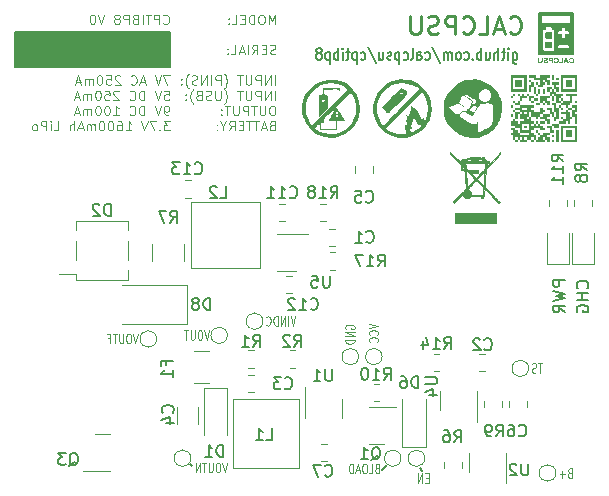
<source format=gbr>
%TF.GenerationSoftware,KiCad,Pcbnew,7.0.10*%
%TF.CreationDate,2024-01-26T14:27:53+11:00*%
%TF.ProjectId,cptibp8-pcb,63707469-6270-4382-9d70-63622e6b6963,rev?*%
%TF.SameCoordinates,Original*%
%TF.FileFunction,Legend,Bot*%
%TF.FilePolarity,Positive*%
%FSLAX46Y46*%
G04 Gerber Fmt 4.6, Leading zero omitted, Abs format (unit mm)*
G04 Created by KiCad (PCBNEW 7.0.10) date 2024-01-26 14:27:53*
%MOMM*%
%LPD*%
G01*
G04 APERTURE LIST*
%ADD10C,0.150000*%
%ADD11C,0.120000*%
%ADD12C,0.250000*%
%ADD13C,0.100000*%
%ADD14C,0.010000*%
G04 APERTURE END LIST*
D10*
X16000000Y-41100000D02*
X16200000Y-41300000D01*
X35700000Y-41700000D02*
X35500000Y-41400000D01*
X32300000Y-41600000D02*
X32700000Y-41200000D01*
X1250000Y-4500000D02*
X14350000Y-4500000D01*
X14350000Y-7500000D01*
X1250000Y-7500000D01*
X1250000Y-4500000D01*
G36*
X1250000Y-4500000D02*
G01*
X14350000Y-4500000D01*
X14350000Y-7500000D01*
X1250000Y-7500000D01*
X1250000Y-4500000D01*
G37*
D11*
X23230576Y-3831855D02*
X23230576Y-3031855D01*
X23230576Y-3031855D02*
X22963910Y-3603283D01*
X22963910Y-3603283D02*
X22697243Y-3031855D01*
X22697243Y-3031855D02*
X22697243Y-3831855D01*
X22163909Y-3031855D02*
X22011528Y-3031855D01*
X22011528Y-3031855D02*
X21935338Y-3069950D01*
X21935338Y-3069950D02*
X21859147Y-3146140D01*
X21859147Y-3146140D02*
X21821052Y-3298521D01*
X21821052Y-3298521D02*
X21821052Y-3565188D01*
X21821052Y-3565188D02*
X21859147Y-3717569D01*
X21859147Y-3717569D02*
X21935338Y-3793760D01*
X21935338Y-3793760D02*
X22011528Y-3831855D01*
X22011528Y-3831855D02*
X22163909Y-3831855D01*
X22163909Y-3831855D02*
X22240100Y-3793760D01*
X22240100Y-3793760D02*
X22316290Y-3717569D01*
X22316290Y-3717569D02*
X22354386Y-3565188D01*
X22354386Y-3565188D02*
X22354386Y-3298521D01*
X22354386Y-3298521D02*
X22316290Y-3146140D01*
X22316290Y-3146140D02*
X22240100Y-3069950D01*
X22240100Y-3069950D02*
X22163909Y-3031855D01*
X21478195Y-3831855D02*
X21478195Y-3031855D01*
X21478195Y-3031855D02*
X21287719Y-3031855D01*
X21287719Y-3031855D02*
X21173433Y-3069950D01*
X21173433Y-3069950D02*
X21097243Y-3146140D01*
X21097243Y-3146140D02*
X21059148Y-3222331D01*
X21059148Y-3222331D02*
X21021052Y-3374712D01*
X21021052Y-3374712D02*
X21021052Y-3488998D01*
X21021052Y-3488998D02*
X21059148Y-3641379D01*
X21059148Y-3641379D02*
X21097243Y-3717569D01*
X21097243Y-3717569D02*
X21173433Y-3793760D01*
X21173433Y-3793760D02*
X21287719Y-3831855D01*
X21287719Y-3831855D02*
X21478195Y-3831855D01*
X20678195Y-3412807D02*
X20411529Y-3412807D01*
X20297243Y-3831855D02*
X20678195Y-3831855D01*
X20678195Y-3831855D02*
X20678195Y-3031855D01*
X20678195Y-3031855D02*
X20297243Y-3031855D01*
X19573433Y-3831855D02*
X19954385Y-3831855D01*
X19954385Y-3831855D02*
X19954385Y-3031855D01*
X19306766Y-3755664D02*
X19268671Y-3793760D01*
X19268671Y-3793760D02*
X19306766Y-3831855D01*
X19306766Y-3831855D02*
X19344862Y-3793760D01*
X19344862Y-3793760D02*
X19306766Y-3755664D01*
X19306766Y-3755664D02*
X19306766Y-3831855D01*
X19306766Y-3336617D02*
X19268671Y-3374712D01*
X19268671Y-3374712D02*
X19306766Y-3412807D01*
X19306766Y-3412807D02*
X19344862Y-3374712D01*
X19344862Y-3374712D02*
X19306766Y-3336617D01*
X19306766Y-3336617D02*
X19306766Y-3412807D01*
X23268672Y-6369760D02*
X23154386Y-6407855D01*
X23154386Y-6407855D02*
X22963910Y-6407855D01*
X22963910Y-6407855D02*
X22887719Y-6369760D01*
X22887719Y-6369760D02*
X22849624Y-6331664D01*
X22849624Y-6331664D02*
X22811529Y-6255474D01*
X22811529Y-6255474D02*
X22811529Y-6179283D01*
X22811529Y-6179283D02*
X22849624Y-6103093D01*
X22849624Y-6103093D02*
X22887719Y-6064998D01*
X22887719Y-6064998D02*
X22963910Y-6026902D01*
X22963910Y-6026902D02*
X23116291Y-5988807D01*
X23116291Y-5988807D02*
X23192481Y-5950712D01*
X23192481Y-5950712D02*
X23230576Y-5912617D01*
X23230576Y-5912617D02*
X23268672Y-5836426D01*
X23268672Y-5836426D02*
X23268672Y-5760236D01*
X23268672Y-5760236D02*
X23230576Y-5684045D01*
X23230576Y-5684045D02*
X23192481Y-5645950D01*
X23192481Y-5645950D02*
X23116291Y-5607855D01*
X23116291Y-5607855D02*
X22925814Y-5607855D01*
X22925814Y-5607855D02*
X22811529Y-5645950D01*
X22468671Y-5988807D02*
X22202005Y-5988807D01*
X22087719Y-6407855D02*
X22468671Y-6407855D01*
X22468671Y-6407855D02*
X22468671Y-5607855D01*
X22468671Y-5607855D02*
X22087719Y-5607855D01*
X21287718Y-6407855D02*
X21554385Y-6026902D01*
X21744861Y-6407855D02*
X21744861Y-5607855D01*
X21744861Y-5607855D02*
X21440099Y-5607855D01*
X21440099Y-5607855D02*
X21363909Y-5645950D01*
X21363909Y-5645950D02*
X21325814Y-5684045D01*
X21325814Y-5684045D02*
X21287718Y-5760236D01*
X21287718Y-5760236D02*
X21287718Y-5874521D01*
X21287718Y-5874521D02*
X21325814Y-5950712D01*
X21325814Y-5950712D02*
X21363909Y-5988807D01*
X21363909Y-5988807D02*
X21440099Y-6026902D01*
X21440099Y-6026902D02*
X21744861Y-6026902D01*
X20944861Y-6407855D02*
X20944861Y-5607855D01*
X20602005Y-6179283D02*
X20221052Y-6179283D01*
X20678195Y-6407855D02*
X20411528Y-5607855D01*
X20411528Y-5607855D02*
X20144862Y-6407855D01*
X19497243Y-6407855D02*
X19878195Y-6407855D01*
X19878195Y-6407855D02*
X19878195Y-5607855D01*
X19230576Y-6331664D02*
X19192481Y-6369760D01*
X19192481Y-6369760D02*
X19230576Y-6407855D01*
X19230576Y-6407855D02*
X19268672Y-6369760D01*
X19268672Y-6369760D02*
X19230576Y-6331664D01*
X19230576Y-6331664D02*
X19230576Y-6407855D01*
X19230576Y-5912617D02*
X19192481Y-5950712D01*
X19192481Y-5950712D02*
X19230576Y-5988807D01*
X19230576Y-5988807D02*
X19268672Y-5950712D01*
X19268672Y-5950712D02*
X19230576Y-5912617D01*
X19230576Y-5912617D02*
X19230576Y-5988807D01*
X23230576Y-8983855D02*
X23230576Y-8183855D01*
X22849624Y-8983855D02*
X22849624Y-8183855D01*
X22849624Y-8183855D02*
X22392481Y-8983855D01*
X22392481Y-8983855D02*
X22392481Y-8183855D01*
X22011529Y-8983855D02*
X22011529Y-8183855D01*
X22011529Y-8183855D02*
X21706767Y-8183855D01*
X21706767Y-8183855D02*
X21630577Y-8221950D01*
X21630577Y-8221950D02*
X21592482Y-8260045D01*
X21592482Y-8260045D02*
X21554386Y-8336236D01*
X21554386Y-8336236D02*
X21554386Y-8450521D01*
X21554386Y-8450521D02*
X21592482Y-8526712D01*
X21592482Y-8526712D02*
X21630577Y-8564807D01*
X21630577Y-8564807D02*
X21706767Y-8602902D01*
X21706767Y-8602902D02*
X22011529Y-8602902D01*
X21211529Y-8183855D02*
X21211529Y-8831474D01*
X21211529Y-8831474D02*
X21173434Y-8907664D01*
X21173434Y-8907664D02*
X21135339Y-8945760D01*
X21135339Y-8945760D02*
X21059148Y-8983855D01*
X21059148Y-8983855D02*
X20906767Y-8983855D01*
X20906767Y-8983855D02*
X20830577Y-8945760D01*
X20830577Y-8945760D02*
X20792482Y-8907664D01*
X20792482Y-8907664D02*
X20754386Y-8831474D01*
X20754386Y-8831474D02*
X20754386Y-8183855D01*
X20487720Y-8183855D02*
X20030577Y-8183855D01*
X20259149Y-8983855D02*
X20259149Y-8183855D01*
X18925815Y-9288617D02*
X18963910Y-9250521D01*
X18963910Y-9250521D02*
X19040101Y-9136236D01*
X19040101Y-9136236D02*
X19078196Y-9060045D01*
X19078196Y-9060045D02*
X19116291Y-8945760D01*
X19116291Y-8945760D02*
X19154386Y-8755283D01*
X19154386Y-8755283D02*
X19154386Y-8602902D01*
X19154386Y-8602902D02*
X19116291Y-8412426D01*
X19116291Y-8412426D02*
X19078196Y-8298140D01*
X19078196Y-8298140D02*
X19040101Y-8221950D01*
X19040101Y-8221950D02*
X18963910Y-8107664D01*
X18963910Y-8107664D02*
X18925815Y-8069569D01*
X18621053Y-8983855D02*
X18621053Y-8183855D01*
X18621053Y-8183855D02*
X18316291Y-8183855D01*
X18316291Y-8183855D02*
X18240101Y-8221950D01*
X18240101Y-8221950D02*
X18202006Y-8260045D01*
X18202006Y-8260045D02*
X18163910Y-8336236D01*
X18163910Y-8336236D02*
X18163910Y-8450521D01*
X18163910Y-8450521D02*
X18202006Y-8526712D01*
X18202006Y-8526712D02*
X18240101Y-8564807D01*
X18240101Y-8564807D02*
X18316291Y-8602902D01*
X18316291Y-8602902D02*
X18621053Y-8602902D01*
X17821053Y-8983855D02*
X17821053Y-8183855D01*
X17440101Y-8983855D02*
X17440101Y-8183855D01*
X17440101Y-8183855D02*
X16982958Y-8983855D01*
X16982958Y-8983855D02*
X16982958Y-8183855D01*
X16640102Y-8945760D02*
X16525816Y-8983855D01*
X16525816Y-8983855D02*
X16335340Y-8983855D01*
X16335340Y-8983855D02*
X16259149Y-8945760D01*
X16259149Y-8945760D02*
X16221054Y-8907664D01*
X16221054Y-8907664D02*
X16182959Y-8831474D01*
X16182959Y-8831474D02*
X16182959Y-8755283D01*
X16182959Y-8755283D02*
X16221054Y-8679093D01*
X16221054Y-8679093D02*
X16259149Y-8640998D01*
X16259149Y-8640998D02*
X16335340Y-8602902D01*
X16335340Y-8602902D02*
X16487721Y-8564807D01*
X16487721Y-8564807D02*
X16563911Y-8526712D01*
X16563911Y-8526712D02*
X16602006Y-8488617D01*
X16602006Y-8488617D02*
X16640102Y-8412426D01*
X16640102Y-8412426D02*
X16640102Y-8336236D01*
X16640102Y-8336236D02*
X16602006Y-8260045D01*
X16602006Y-8260045D02*
X16563911Y-8221950D01*
X16563911Y-8221950D02*
X16487721Y-8183855D01*
X16487721Y-8183855D02*
X16297244Y-8183855D01*
X16297244Y-8183855D02*
X16182959Y-8221950D01*
X15916292Y-9288617D02*
X15878197Y-9250521D01*
X15878197Y-9250521D02*
X15802006Y-9136236D01*
X15802006Y-9136236D02*
X15763911Y-9060045D01*
X15763911Y-9060045D02*
X15725816Y-8945760D01*
X15725816Y-8945760D02*
X15687720Y-8755283D01*
X15687720Y-8755283D02*
X15687720Y-8602902D01*
X15687720Y-8602902D02*
X15725816Y-8412426D01*
X15725816Y-8412426D02*
X15763911Y-8298140D01*
X15763911Y-8298140D02*
X15802006Y-8221950D01*
X15802006Y-8221950D02*
X15878197Y-8107664D01*
X15878197Y-8107664D02*
X15916292Y-8069569D01*
X15306768Y-8907664D02*
X15268673Y-8945760D01*
X15268673Y-8945760D02*
X15306768Y-8983855D01*
X15306768Y-8983855D02*
X15344864Y-8945760D01*
X15344864Y-8945760D02*
X15306768Y-8907664D01*
X15306768Y-8907664D02*
X15306768Y-8983855D01*
X15306768Y-8488617D02*
X15268673Y-8526712D01*
X15268673Y-8526712D02*
X15306768Y-8564807D01*
X15306768Y-8564807D02*
X15344864Y-8526712D01*
X15344864Y-8526712D02*
X15306768Y-8488617D01*
X15306768Y-8488617D02*
X15306768Y-8564807D01*
X23230576Y-10271855D02*
X23230576Y-9471855D01*
X22849624Y-10271855D02*
X22849624Y-9471855D01*
X22849624Y-9471855D02*
X22392481Y-10271855D01*
X22392481Y-10271855D02*
X22392481Y-9471855D01*
X22011529Y-10271855D02*
X22011529Y-9471855D01*
X22011529Y-9471855D02*
X21706767Y-9471855D01*
X21706767Y-9471855D02*
X21630577Y-9509950D01*
X21630577Y-9509950D02*
X21592482Y-9548045D01*
X21592482Y-9548045D02*
X21554386Y-9624236D01*
X21554386Y-9624236D02*
X21554386Y-9738521D01*
X21554386Y-9738521D02*
X21592482Y-9814712D01*
X21592482Y-9814712D02*
X21630577Y-9852807D01*
X21630577Y-9852807D02*
X21706767Y-9890902D01*
X21706767Y-9890902D02*
X22011529Y-9890902D01*
X21211529Y-9471855D02*
X21211529Y-10119474D01*
X21211529Y-10119474D02*
X21173434Y-10195664D01*
X21173434Y-10195664D02*
X21135339Y-10233760D01*
X21135339Y-10233760D02*
X21059148Y-10271855D01*
X21059148Y-10271855D02*
X20906767Y-10271855D01*
X20906767Y-10271855D02*
X20830577Y-10233760D01*
X20830577Y-10233760D02*
X20792482Y-10195664D01*
X20792482Y-10195664D02*
X20754386Y-10119474D01*
X20754386Y-10119474D02*
X20754386Y-9471855D01*
X20487720Y-9471855D02*
X20030577Y-9471855D01*
X20259149Y-10271855D02*
X20259149Y-9471855D01*
X18925815Y-10576617D02*
X18963910Y-10538521D01*
X18963910Y-10538521D02*
X19040101Y-10424236D01*
X19040101Y-10424236D02*
X19078196Y-10348045D01*
X19078196Y-10348045D02*
X19116291Y-10233760D01*
X19116291Y-10233760D02*
X19154386Y-10043283D01*
X19154386Y-10043283D02*
X19154386Y-9890902D01*
X19154386Y-9890902D02*
X19116291Y-9700426D01*
X19116291Y-9700426D02*
X19078196Y-9586140D01*
X19078196Y-9586140D02*
X19040101Y-9509950D01*
X19040101Y-9509950D02*
X18963910Y-9395664D01*
X18963910Y-9395664D02*
X18925815Y-9357569D01*
X18621053Y-9471855D02*
X18621053Y-10119474D01*
X18621053Y-10119474D02*
X18582958Y-10195664D01*
X18582958Y-10195664D02*
X18544863Y-10233760D01*
X18544863Y-10233760D02*
X18468672Y-10271855D01*
X18468672Y-10271855D02*
X18316291Y-10271855D01*
X18316291Y-10271855D02*
X18240101Y-10233760D01*
X18240101Y-10233760D02*
X18202006Y-10195664D01*
X18202006Y-10195664D02*
X18163910Y-10119474D01*
X18163910Y-10119474D02*
X18163910Y-9471855D01*
X17821054Y-10233760D02*
X17706768Y-10271855D01*
X17706768Y-10271855D02*
X17516292Y-10271855D01*
X17516292Y-10271855D02*
X17440101Y-10233760D01*
X17440101Y-10233760D02*
X17402006Y-10195664D01*
X17402006Y-10195664D02*
X17363911Y-10119474D01*
X17363911Y-10119474D02*
X17363911Y-10043283D01*
X17363911Y-10043283D02*
X17402006Y-9967093D01*
X17402006Y-9967093D02*
X17440101Y-9928998D01*
X17440101Y-9928998D02*
X17516292Y-9890902D01*
X17516292Y-9890902D02*
X17668673Y-9852807D01*
X17668673Y-9852807D02*
X17744863Y-9814712D01*
X17744863Y-9814712D02*
X17782958Y-9776617D01*
X17782958Y-9776617D02*
X17821054Y-9700426D01*
X17821054Y-9700426D02*
X17821054Y-9624236D01*
X17821054Y-9624236D02*
X17782958Y-9548045D01*
X17782958Y-9548045D02*
X17744863Y-9509950D01*
X17744863Y-9509950D02*
X17668673Y-9471855D01*
X17668673Y-9471855D02*
X17478196Y-9471855D01*
X17478196Y-9471855D02*
X17363911Y-9509950D01*
X16754387Y-9852807D02*
X16640101Y-9890902D01*
X16640101Y-9890902D02*
X16602006Y-9928998D01*
X16602006Y-9928998D02*
X16563910Y-10005188D01*
X16563910Y-10005188D02*
X16563910Y-10119474D01*
X16563910Y-10119474D02*
X16602006Y-10195664D01*
X16602006Y-10195664D02*
X16640101Y-10233760D01*
X16640101Y-10233760D02*
X16716291Y-10271855D01*
X16716291Y-10271855D02*
X17021053Y-10271855D01*
X17021053Y-10271855D02*
X17021053Y-9471855D01*
X17021053Y-9471855D02*
X16754387Y-9471855D01*
X16754387Y-9471855D02*
X16678196Y-9509950D01*
X16678196Y-9509950D02*
X16640101Y-9548045D01*
X16640101Y-9548045D02*
X16602006Y-9624236D01*
X16602006Y-9624236D02*
X16602006Y-9700426D01*
X16602006Y-9700426D02*
X16640101Y-9776617D01*
X16640101Y-9776617D02*
X16678196Y-9814712D01*
X16678196Y-9814712D02*
X16754387Y-9852807D01*
X16754387Y-9852807D02*
X17021053Y-9852807D01*
X16297244Y-10576617D02*
X16259149Y-10538521D01*
X16259149Y-10538521D02*
X16182958Y-10424236D01*
X16182958Y-10424236D02*
X16144863Y-10348045D01*
X16144863Y-10348045D02*
X16106768Y-10233760D01*
X16106768Y-10233760D02*
X16068672Y-10043283D01*
X16068672Y-10043283D02*
X16068672Y-9890902D01*
X16068672Y-9890902D02*
X16106768Y-9700426D01*
X16106768Y-9700426D02*
X16144863Y-9586140D01*
X16144863Y-9586140D02*
X16182958Y-9509950D01*
X16182958Y-9509950D02*
X16259149Y-9395664D01*
X16259149Y-9395664D02*
X16297244Y-9357569D01*
X15687720Y-10195664D02*
X15649625Y-10233760D01*
X15649625Y-10233760D02*
X15687720Y-10271855D01*
X15687720Y-10271855D02*
X15725816Y-10233760D01*
X15725816Y-10233760D02*
X15687720Y-10195664D01*
X15687720Y-10195664D02*
X15687720Y-10271855D01*
X15687720Y-9776617D02*
X15649625Y-9814712D01*
X15649625Y-9814712D02*
X15687720Y-9852807D01*
X15687720Y-9852807D02*
X15725816Y-9814712D01*
X15725816Y-9814712D02*
X15687720Y-9776617D01*
X15687720Y-9776617D02*
X15687720Y-9852807D01*
X23078195Y-10759855D02*
X22925814Y-10759855D01*
X22925814Y-10759855D02*
X22849624Y-10797950D01*
X22849624Y-10797950D02*
X22773433Y-10874140D01*
X22773433Y-10874140D02*
X22735338Y-11026521D01*
X22735338Y-11026521D02*
X22735338Y-11293188D01*
X22735338Y-11293188D02*
X22773433Y-11445569D01*
X22773433Y-11445569D02*
X22849624Y-11521760D01*
X22849624Y-11521760D02*
X22925814Y-11559855D01*
X22925814Y-11559855D02*
X23078195Y-11559855D01*
X23078195Y-11559855D02*
X23154386Y-11521760D01*
X23154386Y-11521760D02*
X23230576Y-11445569D01*
X23230576Y-11445569D02*
X23268672Y-11293188D01*
X23268672Y-11293188D02*
X23268672Y-11026521D01*
X23268672Y-11026521D02*
X23230576Y-10874140D01*
X23230576Y-10874140D02*
X23154386Y-10797950D01*
X23154386Y-10797950D02*
X23078195Y-10759855D01*
X22392481Y-10759855D02*
X22392481Y-11407474D01*
X22392481Y-11407474D02*
X22354386Y-11483664D01*
X22354386Y-11483664D02*
X22316291Y-11521760D01*
X22316291Y-11521760D02*
X22240100Y-11559855D01*
X22240100Y-11559855D02*
X22087719Y-11559855D01*
X22087719Y-11559855D02*
X22011529Y-11521760D01*
X22011529Y-11521760D02*
X21973434Y-11483664D01*
X21973434Y-11483664D02*
X21935338Y-11407474D01*
X21935338Y-11407474D02*
X21935338Y-10759855D01*
X21668672Y-10759855D02*
X21211529Y-10759855D01*
X21440101Y-11559855D02*
X21440101Y-10759855D01*
X20944862Y-11559855D02*
X20944862Y-10759855D01*
X20944862Y-10759855D02*
X20640100Y-10759855D01*
X20640100Y-10759855D02*
X20563910Y-10797950D01*
X20563910Y-10797950D02*
X20525815Y-10836045D01*
X20525815Y-10836045D02*
X20487719Y-10912236D01*
X20487719Y-10912236D02*
X20487719Y-11026521D01*
X20487719Y-11026521D02*
X20525815Y-11102712D01*
X20525815Y-11102712D02*
X20563910Y-11140807D01*
X20563910Y-11140807D02*
X20640100Y-11178902D01*
X20640100Y-11178902D02*
X20944862Y-11178902D01*
X20144862Y-10759855D02*
X20144862Y-11407474D01*
X20144862Y-11407474D02*
X20106767Y-11483664D01*
X20106767Y-11483664D02*
X20068672Y-11521760D01*
X20068672Y-11521760D02*
X19992481Y-11559855D01*
X19992481Y-11559855D02*
X19840100Y-11559855D01*
X19840100Y-11559855D02*
X19763910Y-11521760D01*
X19763910Y-11521760D02*
X19725815Y-11483664D01*
X19725815Y-11483664D02*
X19687719Y-11407474D01*
X19687719Y-11407474D02*
X19687719Y-10759855D01*
X19421053Y-10759855D02*
X18963910Y-10759855D01*
X19192482Y-11559855D02*
X19192482Y-10759855D01*
X18697243Y-11483664D02*
X18659148Y-11521760D01*
X18659148Y-11521760D02*
X18697243Y-11559855D01*
X18697243Y-11559855D02*
X18735339Y-11521760D01*
X18735339Y-11521760D02*
X18697243Y-11483664D01*
X18697243Y-11483664D02*
X18697243Y-11559855D01*
X18697243Y-11064617D02*
X18659148Y-11102712D01*
X18659148Y-11102712D02*
X18697243Y-11140807D01*
X18697243Y-11140807D02*
X18735339Y-11102712D01*
X18735339Y-11102712D02*
X18697243Y-11064617D01*
X18697243Y-11064617D02*
X18697243Y-11140807D01*
X22963910Y-12428807D02*
X22849624Y-12466902D01*
X22849624Y-12466902D02*
X22811529Y-12504998D01*
X22811529Y-12504998D02*
X22773433Y-12581188D01*
X22773433Y-12581188D02*
X22773433Y-12695474D01*
X22773433Y-12695474D02*
X22811529Y-12771664D01*
X22811529Y-12771664D02*
X22849624Y-12809760D01*
X22849624Y-12809760D02*
X22925814Y-12847855D01*
X22925814Y-12847855D02*
X23230576Y-12847855D01*
X23230576Y-12847855D02*
X23230576Y-12047855D01*
X23230576Y-12047855D02*
X22963910Y-12047855D01*
X22963910Y-12047855D02*
X22887719Y-12085950D01*
X22887719Y-12085950D02*
X22849624Y-12124045D01*
X22849624Y-12124045D02*
X22811529Y-12200236D01*
X22811529Y-12200236D02*
X22811529Y-12276426D01*
X22811529Y-12276426D02*
X22849624Y-12352617D01*
X22849624Y-12352617D02*
X22887719Y-12390712D01*
X22887719Y-12390712D02*
X22963910Y-12428807D01*
X22963910Y-12428807D02*
X23230576Y-12428807D01*
X22468672Y-12619283D02*
X22087719Y-12619283D01*
X22544862Y-12847855D02*
X22278195Y-12047855D01*
X22278195Y-12047855D02*
X22011529Y-12847855D01*
X21859148Y-12047855D02*
X21402005Y-12047855D01*
X21630577Y-12847855D02*
X21630577Y-12047855D01*
X21249624Y-12047855D02*
X20792481Y-12047855D01*
X21021053Y-12847855D02*
X21021053Y-12047855D01*
X20525814Y-12428807D02*
X20259148Y-12428807D01*
X20144862Y-12847855D02*
X20525814Y-12847855D01*
X20525814Y-12847855D02*
X20525814Y-12047855D01*
X20525814Y-12047855D02*
X20144862Y-12047855D01*
X19344861Y-12847855D02*
X19611528Y-12466902D01*
X19802004Y-12847855D02*
X19802004Y-12047855D01*
X19802004Y-12047855D02*
X19497242Y-12047855D01*
X19497242Y-12047855D02*
X19421052Y-12085950D01*
X19421052Y-12085950D02*
X19382957Y-12124045D01*
X19382957Y-12124045D02*
X19344861Y-12200236D01*
X19344861Y-12200236D02*
X19344861Y-12314521D01*
X19344861Y-12314521D02*
X19382957Y-12390712D01*
X19382957Y-12390712D02*
X19421052Y-12428807D01*
X19421052Y-12428807D02*
X19497242Y-12466902D01*
X19497242Y-12466902D02*
X19802004Y-12466902D01*
X18849623Y-12466902D02*
X18849623Y-12847855D01*
X19116290Y-12047855D02*
X18849623Y-12466902D01*
X18849623Y-12466902D02*
X18582957Y-12047855D01*
X18316290Y-12771664D02*
X18278195Y-12809760D01*
X18278195Y-12809760D02*
X18316290Y-12847855D01*
X18316290Y-12847855D02*
X18354386Y-12809760D01*
X18354386Y-12809760D02*
X18316290Y-12771664D01*
X18316290Y-12771664D02*
X18316290Y-12847855D01*
X18316290Y-12352617D02*
X18278195Y-12390712D01*
X18278195Y-12390712D02*
X18316290Y-12428807D01*
X18316290Y-12428807D02*
X18354386Y-12390712D01*
X18354386Y-12390712D02*
X18316290Y-12352617D01*
X18316290Y-12352617D02*
X18316290Y-12428807D01*
D10*
X43367982Y-6203152D02*
X43367982Y-7012676D01*
X43367982Y-7012676D02*
X43406077Y-7107914D01*
X43406077Y-7107914D02*
X43444173Y-7155533D01*
X43444173Y-7155533D02*
X43520363Y-7203152D01*
X43520363Y-7203152D02*
X43634649Y-7203152D01*
X43634649Y-7203152D02*
X43710839Y-7155533D01*
X43367982Y-6822200D02*
X43444173Y-6869819D01*
X43444173Y-6869819D02*
X43596554Y-6869819D01*
X43596554Y-6869819D02*
X43672744Y-6822200D01*
X43672744Y-6822200D02*
X43710839Y-6774580D01*
X43710839Y-6774580D02*
X43748935Y-6679342D01*
X43748935Y-6679342D02*
X43748935Y-6393628D01*
X43748935Y-6393628D02*
X43710839Y-6298390D01*
X43710839Y-6298390D02*
X43672744Y-6250771D01*
X43672744Y-6250771D02*
X43596554Y-6203152D01*
X43596554Y-6203152D02*
X43444173Y-6203152D01*
X43444173Y-6203152D02*
X43367982Y-6250771D01*
X42987029Y-6869819D02*
X42987029Y-6203152D01*
X42987029Y-5869819D02*
X43025125Y-5917438D01*
X43025125Y-5917438D02*
X42987029Y-5965057D01*
X42987029Y-5965057D02*
X42948934Y-5917438D01*
X42948934Y-5917438D02*
X42987029Y-5869819D01*
X42987029Y-5869819D02*
X42987029Y-5965057D01*
X42720363Y-6203152D02*
X42415601Y-6203152D01*
X42606077Y-5869819D02*
X42606077Y-6726961D01*
X42606077Y-6726961D02*
X42567982Y-6822200D01*
X42567982Y-6822200D02*
X42491792Y-6869819D01*
X42491792Y-6869819D02*
X42415601Y-6869819D01*
X42148934Y-6869819D02*
X42148934Y-5869819D01*
X41806077Y-6869819D02*
X41806077Y-6346009D01*
X41806077Y-6346009D02*
X41844172Y-6250771D01*
X41844172Y-6250771D02*
X41920363Y-6203152D01*
X41920363Y-6203152D02*
X42034649Y-6203152D01*
X42034649Y-6203152D02*
X42110839Y-6250771D01*
X42110839Y-6250771D02*
X42148934Y-6298390D01*
X41082267Y-6203152D02*
X41082267Y-6869819D01*
X41425124Y-6203152D02*
X41425124Y-6726961D01*
X41425124Y-6726961D02*
X41387029Y-6822200D01*
X41387029Y-6822200D02*
X41310839Y-6869819D01*
X41310839Y-6869819D02*
X41196553Y-6869819D01*
X41196553Y-6869819D02*
X41120362Y-6822200D01*
X41120362Y-6822200D02*
X41082267Y-6774580D01*
X40701314Y-6869819D02*
X40701314Y-5869819D01*
X40701314Y-6250771D02*
X40625124Y-6203152D01*
X40625124Y-6203152D02*
X40472743Y-6203152D01*
X40472743Y-6203152D02*
X40396552Y-6250771D01*
X40396552Y-6250771D02*
X40358457Y-6298390D01*
X40358457Y-6298390D02*
X40320362Y-6393628D01*
X40320362Y-6393628D02*
X40320362Y-6679342D01*
X40320362Y-6679342D02*
X40358457Y-6774580D01*
X40358457Y-6774580D02*
X40396552Y-6822200D01*
X40396552Y-6822200D02*
X40472743Y-6869819D01*
X40472743Y-6869819D02*
X40625124Y-6869819D01*
X40625124Y-6869819D02*
X40701314Y-6822200D01*
X39977504Y-6774580D02*
X39939409Y-6822200D01*
X39939409Y-6822200D02*
X39977504Y-6869819D01*
X39977504Y-6869819D02*
X40015600Y-6822200D01*
X40015600Y-6822200D02*
X39977504Y-6774580D01*
X39977504Y-6774580D02*
X39977504Y-6869819D01*
X39253695Y-6822200D02*
X39329886Y-6869819D01*
X39329886Y-6869819D02*
X39482267Y-6869819D01*
X39482267Y-6869819D02*
X39558457Y-6822200D01*
X39558457Y-6822200D02*
X39596552Y-6774580D01*
X39596552Y-6774580D02*
X39634648Y-6679342D01*
X39634648Y-6679342D02*
X39634648Y-6393628D01*
X39634648Y-6393628D02*
X39596552Y-6298390D01*
X39596552Y-6298390D02*
X39558457Y-6250771D01*
X39558457Y-6250771D02*
X39482267Y-6203152D01*
X39482267Y-6203152D02*
X39329886Y-6203152D01*
X39329886Y-6203152D02*
X39253695Y-6250771D01*
X38796553Y-6869819D02*
X38872743Y-6822200D01*
X38872743Y-6822200D02*
X38910838Y-6774580D01*
X38910838Y-6774580D02*
X38948934Y-6679342D01*
X38948934Y-6679342D02*
X38948934Y-6393628D01*
X38948934Y-6393628D02*
X38910838Y-6298390D01*
X38910838Y-6298390D02*
X38872743Y-6250771D01*
X38872743Y-6250771D02*
X38796553Y-6203152D01*
X38796553Y-6203152D02*
X38682267Y-6203152D01*
X38682267Y-6203152D02*
X38606076Y-6250771D01*
X38606076Y-6250771D02*
X38567981Y-6298390D01*
X38567981Y-6298390D02*
X38529886Y-6393628D01*
X38529886Y-6393628D02*
X38529886Y-6679342D01*
X38529886Y-6679342D02*
X38567981Y-6774580D01*
X38567981Y-6774580D02*
X38606076Y-6822200D01*
X38606076Y-6822200D02*
X38682267Y-6869819D01*
X38682267Y-6869819D02*
X38796553Y-6869819D01*
X38187028Y-6869819D02*
X38187028Y-6203152D01*
X38187028Y-6298390D02*
X38148933Y-6250771D01*
X38148933Y-6250771D02*
X38072743Y-6203152D01*
X38072743Y-6203152D02*
X37958457Y-6203152D01*
X37958457Y-6203152D02*
X37882266Y-6250771D01*
X37882266Y-6250771D02*
X37844171Y-6346009D01*
X37844171Y-6346009D02*
X37844171Y-6869819D01*
X37844171Y-6346009D02*
X37806076Y-6250771D01*
X37806076Y-6250771D02*
X37729885Y-6203152D01*
X37729885Y-6203152D02*
X37615600Y-6203152D01*
X37615600Y-6203152D02*
X37539409Y-6250771D01*
X37539409Y-6250771D02*
X37501314Y-6346009D01*
X37501314Y-6346009D02*
X37501314Y-6869819D01*
X36548933Y-5822200D02*
X37234647Y-7107914D01*
X35939409Y-6822200D02*
X36015600Y-6869819D01*
X36015600Y-6869819D02*
X36167981Y-6869819D01*
X36167981Y-6869819D02*
X36244171Y-6822200D01*
X36244171Y-6822200D02*
X36282266Y-6774580D01*
X36282266Y-6774580D02*
X36320362Y-6679342D01*
X36320362Y-6679342D02*
X36320362Y-6393628D01*
X36320362Y-6393628D02*
X36282266Y-6298390D01*
X36282266Y-6298390D02*
X36244171Y-6250771D01*
X36244171Y-6250771D02*
X36167981Y-6203152D01*
X36167981Y-6203152D02*
X36015600Y-6203152D01*
X36015600Y-6203152D02*
X35939409Y-6250771D01*
X35253695Y-6869819D02*
X35253695Y-6346009D01*
X35253695Y-6346009D02*
X35291790Y-6250771D01*
X35291790Y-6250771D02*
X35367981Y-6203152D01*
X35367981Y-6203152D02*
X35520362Y-6203152D01*
X35520362Y-6203152D02*
X35596552Y-6250771D01*
X35253695Y-6822200D02*
X35329886Y-6869819D01*
X35329886Y-6869819D02*
X35520362Y-6869819D01*
X35520362Y-6869819D02*
X35596552Y-6822200D01*
X35596552Y-6822200D02*
X35634648Y-6726961D01*
X35634648Y-6726961D02*
X35634648Y-6631723D01*
X35634648Y-6631723D02*
X35596552Y-6536485D01*
X35596552Y-6536485D02*
X35520362Y-6488866D01*
X35520362Y-6488866D02*
X35329886Y-6488866D01*
X35329886Y-6488866D02*
X35253695Y-6441247D01*
X34758457Y-6869819D02*
X34834647Y-6822200D01*
X34834647Y-6822200D02*
X34872742Y-6726961D01*
X34872742Y-6726961D02*
X34872742Y-5869819D01*
X34110837Y-6822200D02*
X34187028Y-6869819D01*
X34187028Y-6869819D02*
X34339409Y-6869819D01*
X34339409Y-6869819D02*
X34415599Y-6822200D01*
X34415599Y-6822200D02*
X34453694Y-6774580D01*
X34453694Y-6774580D02*
X34491790Y-6679342D01*
X34491790Y-6679342D02*
X34491790Y-6393628D01*
X34491790Y-6393628D02*
X34453694Y-6298390D01*
X34453694Y-6298390D02*
X34415599Y-6250771D01*
X34415599Y-6250771D02*
X34339409Y-6203152D01*
X34339409Y-6203152D02*
X34187028Y-6203152D01*
X34187028Y-6203152D02*
X34110837Y-6250771D01*
X33767980Y-6203152D02*
X33767980Y-7203152D01*
X33767980Y-6250771D02*
X33691790Y-6203152D01*
X33691790Y-6203152D02*
X33539409Y-6203152D01*
X33539409Y-6203152D02*
X33463218Y-6250771D01*
X33463218Y-6250771D02*
X33425123Y-6298390D01*
X33425123Y-6298390D02*
X33387028Y-6393628D01*
X33387028Y-6393628D02*
X33387028Y-6679342D01*
X33387028Y-6679342D02*
X33425123Y-6774580D01*
X33425123Y-6774580D02*
X33463218Y-6822200D01*
X33463218Y-6822200D02*
X33539409Y-6869819D01*
X33539409Y-6869819D02*
X33691790Y-6869819D01*
X33691790Y-6869819D02*
X33767980Y-6822200D01*
X33082266Y-6822200D02*
X33006075Y-6869819D01*
X33006075Y-6869819D02*
X32853694Y-6869819D01*
X32853694Y-6869819D02*
X32777504Y-6822200D01*
X32777504Y-6822200D02*
X32739408Y-6726961D01*
X32739408Y-6726961D02*
X32739408Y-6679342D01*
X32739408Y-6679342D02*
X32777504Y-6584104D01*
X32777504Y-6584104D02*
X32853694Y-6536485D01*
X32853694Y-6536485D02*
X32967980Y-6536485D01*
X32967980Y-6536485D02*
X33044170Y-6488866D01*
X33044170Y-6488866D02*
X33082266Y-6393628D01*
X33082266Y-6393628D02*
X33082266Y-6346009D01*
X33082266Y-6346009D02*
X33044170Y-6250771D01*
X33044170Y-6250771D02*
X32967980Y-6203152D01*
X32967980Y-6203152D02*
X32853694Y-6203152D01*
X32853694Y-6203152D02*
X32777504Y-6250771D01*
X32053694Y-6203152D02*
X32053694Y-6869819D01*
X32396551Y-6203152D02*
X32396551Y-6726961D01*
X32396551Y-6726961D02*
X32358456Y-6822200D01*
X32358456Y-6822200D02*
X32282266Y-6869819D01*
X32282266Y-6869819D02*
X32167980Y-6869819D01*
X32167980Y-6869819D02*
X32091789Y-6822200D01*
X32091789Y-6822200D02*
X32053694Y-6774580D01*
X31101313Y-5822200D02*
X31787027Y-7107914D01*
X30491789Y-6822200D02*
X30567980Y-6869819D01*
X30567980Y-6869819D02*
X30720361Y-6869819D01*
X30720361Y-6869819D02*
X30796551Y-6822200D01*
X30796551Y-6822200D02*
X30834646Y-6774580D01*
X30834646Y-6774580D02*
X30872742Y-6679342D01*
X30872742Y-6679342D02*
X30872742Y-6393628D01*
X30872742Y-6393628D02*
X30834646Y-6298390D01*
X30834646Y-6298390D02*
X30796551Y-6250771D01*
X30796551Y-6250771D02*
X30720361Y-6203152D01*
X30720361Y-6203152D02*
X30567980Y-6203152D01*
X30567980Y-6203152D02*
X30491789Y-6250771D01*
X30148932Y-6203152D02*
X30148932Y-7203152D01*
X30148932Y-6250771D02*
X30072742Y-6203152D01*
X30072742Y-6203152D02*
X29920361Y-6203152D01*
X29920361Y-6203152D02*
X29844170Y-6250771D01*
X29844170Y-6250771D02*
X29806075Y-6298390D01*
X29806075Y-6298390D02*
X29767980Y-6393628D01*
X29767980Y-6393628D02*
X29767980Y-6679342D01*
X29767980Y-6679342D02*
X29806075Y-6774580D01*
X29806075Y-6774580D02*
X29844170Y-6822200D01*
X29844170Y-6822200D02*
X29920361Y-6869819D01*
X29920361Y-6869819D02*
X30072742Y-6869819D01*
X30072742Y-6869819D02*
X30148932Y-6822200D01*
X29539408Y-6203152D02*
X29234646Y-6203152D01*
X29425122Y-5869819D02*
X29425122Y-6726961D01*
X29425122Y-6726961D02*
X29387027Y-6822200D01*
X29387027Y-6822200D02*
X29310837Y-6869819D01*
X29310837Y-6869819D02*
X29234646Y-6869819D01*
X28967979Y-6869819D02*
X28967979Y-6203152D01*
X28967979Y-5869819D02*
X29006075Y-5917438D01*
X29006075Y-5917438D02*
X28967979Y-5965057D01*
X28967979Y-5965057D02*
X28929884Y-5917438D01*
X28929884Y-5917438D02*
X28967979Y-5869819D01*
X28967979Y-5869819D02*
X28967979Y-5965057D01*
X28587027Y-6869819D02*
X28587027Y-5869819D01*
X28587027Y-6250771D02*
X28510837Y-6203152D01*
X28510837Y-6203152D02*
X28358456Y-6203152D01*
X28358456Y-6203152D02*
X28282265Y-6250771D01*
X28282265Y-6250771D02*
X28244170Y-6298390D01*
X28244170Y-6298390D02*
X28206075Y-6393628D01*
X28206075Y-6393628D02*
X28206075Y-6679342D01*
X28206075Y-6679342D02*
X28244170Y-6774580D01*
X28244170Y-6774580D02*
X28282265Y-6822200D01*
X28282265Y-6822200D02*
X28358456Y-6869819D01*
X28358456Y-6869819D02*
X28510837Y-6869819D01*
X28510837Y-6869819D02*
X28587027Y-6822200D01*
X27863217Y-6203152D02*
X27863217Y-7203152D01*
X27863217Y-6250771D02*
X27787027Y-6203152D01*
X27787027Y-6203152D02*
X27634646Y-6203152D01*
X27634646Y-6203152D02*
X27558455Y-6250771D01*
X27558455Y-6250771D02*
X27520360Y-6298390D01*
X27520360Y-6298390D02*
X27482265Y-6393628D01*
X27482265Y-6393628D02*
X27482265Y-6679342D01*
X27482265Y-6679342D02*
X27520360Y-6774580D01*
X27520360Y-6774580D02*
X27558455Y-6822200D01*
X27558455Y-6822200D02*
X27634646Y-6869819D01*
X27634646Y-6869819D02*
X27787027Y-6869819D01*
X27787027Y-6869819D02*
X27863217Y-6822200D01*
X27025122Y-6298390D02*
X27101312Y-6250771D01*
X27101312Y-6250771D02*
X27139407Y-6203152D01*
X27139407Y-6203152D02*
X27177503Y-6107914D01*
X27177503Y-6107914D02*
X27177503Y-6060295D01*
X27177503Y-6060295D02*
X27139407Y-5965057D01*
X27139407Y-5965057D02*
X27101312Y-5917438D01*
X27101312Y-5917438D02*
X27025122Y-5869819D01*
X27025122Y-5869819D02*
X26872741Y-5869819D01*
X26872741Y-5869819D02*
X26796550Y-5917438D01*
X26796550Y-5917438D02*
X26758455Y-5965057D01*
X26758455Y-5965057D02*
X26720360Y-6060295D01*
X26720360Y-6060295D02*
X26720360Y-6107914D01*
X26720360Y-6107914D02*
X26758455Y-6203152D01*
X26758455Y-6203152D02*
X26796550Y-6250771D01*
X26796550Y-6250771D02*
X26872741Y-6298390D01*
X26872741Y-6298390D02*
X27025122Y-6298390D01*
X27025122Y-6298390D02*
X27101312Y-6346009D01*
X27101312Y-6346009D02*
X27139407Y-6393628D01*
X27139407Y-6393628D02*
X27177503Y-6488866D01*
X27177503Y-6488866D02*
X27177503Y-6679342D01*
X27177503Y-6679342D02*
X27139407Y-6774580D01*
X27139407Y-6774580D02*
X27101312Y-6822200D01*
X27101312Y-6822200D02*
X27025122Y-6869819D01*
X27025122Y-6869819D02*
X26872741Y-6869819D01*
X26872741Y-6869819D02*
X26796550Y-6822200D01*
X26796550Y-6822200D02*
X26758455Y-6774580D01*
X26758455Y-6774580D02*
X26720360Y-6679342D01*
X26720360Y-6679342D02*
X26720360Y-6488866D01*
X26720360Y-6488866D02*
X26758455Y-6393628D01*
X26758455Y-6393628D02*
X26796550Y-6346009D01*
X26796550Y-6346009D02*
X26872741Y-6298390D01*
X49674580Y-26208207D02*
X49722200Y-26160588D01*
X49722200Y-26160588D02*
X49769819Y-26017731D01*
X49769819Y-26017731D02*
X49769819Y-25922493D01*
X49769819Y-25922493D02*
X49722200Y-25779636D01*
X49722200Y-25779636D02*
X49626961Y-25684398D01*
X49626961Y-25684398D02*
X49531723Y-25636779D01*
X49531723Y-25636779D02*
X49341247Y-25589160D01*
X49341247Y-25589160D02*
X49198390Y-25589160D01*
X49198390Y-25589160D02*
X49007914Y-25636779D01*
X49007914Y-25636779D02*
X48912676Y-25684398D01*
X48912676Y-25684398D02*
X48817438Y-25779636D01*
X48817438Y-25779636D02*
X48769819Y-25922493D01*
X48769819Y-25922493D02*
X48769819Y-26017731D01*
X48769819Y-26017731D02*
X48817438Y-26160588D01*
X48817438Y-26160588D02*
X48865057Y-26208207D01*
X49769819Y-26636779D02*
X48769819Y-26636779D01*
X49246009Y-26636779D02*
X49246009Y-27208207D01*
X49769819Y-27208207D02*
X48769819Y-27208207D01*
X48817438Y-28208207D02*
X48769819Y-28112969D01*
X48769819Y-28112969D02*
X48769819Y-27970112D01*
X48769819Y-27970112D02*
X48817438Y-27827255D01*
X48817438Y-27827255D02*
X48912676Y-27732017D01*
X48912676Y-27732017D02*
X49007914Y-27684398D01*
X49007914Y-27684398D02*
X49198390Y-27636779D01*
X49198390Y-27636779D02*
X49341247Y-27636779D01*
X49341247Y-27636779D02*
X49531723Y-27684398D01*
X49531723Y-27684398D02*
X49626961Y-27732017D01*
X49626961Y-27732017D02*
X49722200Y-27827255D01*
X49722200Y-27827255D02*
X49769819Y-27970112D01*
X49769819Y-27970112D02*
X49769819Y-28065350D01*
X49769819Y-28065350D02*
X49722200Y-28208207D01*
X49722200Y-28208207D02*
X49674580Y-28255826D01*
X49674580Y-28255826D02*
X49341247Y-28255826D01*
X49341247Y-28255826D02*
X49341247Y-28065350D01*
D12*
X43121241Y-4538071D02*
X43192669Y-4609500D01*
X43192669Y-4609500D02*
X43406955Y-4680928D01*
X43406955Y-4680928D02*
X43549812Y-4680928D01*
X43549812Y-4680928D02*
X43764098Y-4609500D01*
X43764098Y-4609500D02*
X43906955Y-4466642D01*
X43906955Y-4466642D02*
X43978384Y-4323785D01*
X43978384Y-4323785D02*
X44049812Y-4038071D01*
X44049812Y-4038071D02*
X44049812Y-3823785D01*
X44049812Y-3823785D02*
X43978384Y-3538071D01*
X43978384Y-3538071D02*
X43906955Y-3395214D01*
X43906955Y-3395214D02*
X43764098Y-3252357D01*
X43764098Y-3252357D02*
X43549812Y-3180928D01*
X43549812Y-3180928D02*
X43406955Y-3180928D01*
X43406955Y-3180928D02*
X43192669Y-3252357D01*
X43192669Y-3252357D02*
X43121241Y-3323785D01*
X42549812Y-4252357D02*
X41835527Y-4252357D01*
X42692669Y-4680928D02*
X42192669Y-3180928D01*
X42192669Y-3180928D02*
X41692669Y-4680928D01*
X40478384Y-4680928D02*
X41192670Y-4680928D01*
X41192670Y-4680928D02*
X41192670Y-3180928D01*
X39121241Y-4538071D02*
X39192669Y-4609500D01*
X39192669Y-4609500D02*
X39406955Y-4680928D01*
X39406955Y-4680928D02*
X39549812Y-4680928D01*
X39549812Y-4680928D02*
X39764098Y-4609500D01*
X39764098Y-4609500D02*
X39906955Y-4466642D01*
X39906955Y-4466642D02*
X39978384Y-4323785D01*
X39978384Y-4323785D02*
X40049812Y-4038071D01*
X40049812Y-4038071D02*
X40049812Y-3823785D01*
X40049812Y-3823785D02*
X39978384Y-3538071D01*
X39978384Y-3538071D02*
X39906955Y-3395214D01*
X39906955Y-3395214D02*
X39764098Y-3252357D01*
X39764098Y-3252357D02*
X39549812Y-3180928D01*
X39549812Y-3180928D02*
X39406955Y-3180928D01*
X39406955Y-3180928D02*
X39192669Y-3252357D01*
X39192669Y-3252357D02*
X39121241Y-3323785D01*
X38478384Y-4680928D02*
X38478384Y-3180928D01*
X38478384Y-3180928D02*
X37906955Y-3180928D01*
X37906955Y-3180928D02*
X37764098Y-3252357D01*
X37764098Y-3252357D02*
X37692669Y-3323785D01*
X37692669Y-3323785D02*
X37621241Y-3466642D01*
X37621241Y-3466642D02*
X37621241Y-3680928D01*
X37621241Y-3680928D02*
X37692669Y-3823785D01*
X37692669Y-3823785D02*
X37764098Y-3895214D01*
X37764098Y-3895214D02*
X37906955Y-3966642D01*
X37906955Y-3966642D02*
X38478384Y-3966642D01*
X37049812Y-4609500D02*
X36835527Y-4680928D01*
X36835527Y-4680928D02*
X36478384Y-4680928D01*
X36478384Y-4680928D02*
X36335527Y-4609500D01*
X36335527Y-4609500D02*
X36264098Y-4538071D01*
X36264098Y-4538071D02*
X36192669Y-4395214D01*
X36192669Y-4395214D02*
X36192669Y-4252357D01*
X36192669Y-4252357D02*
X36264098Y-4109500D01*
X36264098Y-4109500D02*
X36335527Y-4038071D01*
X36335527Y-4038071D02*
X36478384Y-3966642D01*
X36478384Y-3966642D02*
X36764098Y-3895214D01*
X36764098Y-3895214D02*
X36906955Y-3823785D01*
X36906955Y-3823785D02*
X36978384Y-3752357D01*
X36978384Y-3752357D02*
X37049812Y-3609500D01*
X37049812Y-3609500D02*
X37049812Y-3466642D01*
X37049812Y-3466642D02*
X36978384Y-3323785D01*
X36978384Y-3323785D02*
X36906955Y-3252357D01*
X36906955Y-3252357D02*
X36764098Y-3180928D01*
X36764098Y-3180928D02*
X36406955Y-3180928D01*
X36406955Y-3180928D02*
X36192669Y-3252357D01*
X35549813Y-3180928D02*
X35549813Y-4395214D01*
X35549813Y-4395214D02*
X35478384Y-4538071D01*
X35478384Y-4538071D02*
X35406956Y-4609500D01*
X35406956Y-4609500D02*
X35264098Y-4680928D01*
X35264098Y-4680928D02*
X34978384Y-4680928D01*
X34978384Y-4680928D02*
X34835527Y-4609500D01*
X34835527Y-4609500D02*
X34764098Y-4538071D01*
X34764098Y-4538071D02*
X34692670Y-4395214D01*
X34692670Y-4395214D02*
X34692670Y-3180928D01*
D11*
X13773433Y-3755664D02*
X13811529Y-3793760D01*
X13811529Y-3793760D02*
X13925814Y-3831855D01*
X13925814Y-3831855D02*
X14002005Y-3831855D01*
X14002005Y-3831855D02*
X14116291Y-3793760D01*
X14116291Y-3793760D02*
X14192481Y-3717569D01*
X14192481Y-3717569D02*
X14230576Y-3641379D01*
X14230576Y-3641379D02*
X14268672Y-3488998D01*
X14268672Y-3488998D02*
X14268672Y-3374712D01*
X14268672Y-3374712D02*
X14230576Y-3222331D01*
X14230576Y-3222331D02*
X14192481Y-3146140D01*
X14192481Y-3146140D02*
X14116291Y-3069950D01*
X14116291Y-3069950D02*
X14002005Y-3031855D01*
X14002005Y-3031855D02*
X13925814Y-3031855D01*
X13925814Y-3031855D02*
X13811529Y-3069950D01*
X13811529Y-3069950D02*
X13773433Y-3108045D01*
X13430576Y-3831855D02*
X13430576Y-3031855D01*
X13430576Y-3031855D02*
X13125814Y-3031855D01*
X13125814Y-3031855D02*
X13049624Y-3069950D01*
X13049624Y-3069950D02*
X13011529Y-3108045D01*
X13011529Y-3108045D02*
X12973433Y-3184236D01*
X12973433Y-3184236D02*
X12973433Y-3298521D01*
X12973433Y-3298521D02*
X13011529Y-3374712D01*
X13011529Y-3374712D02*
X13049624Y-3412807D01*
X13049624Y-3412807D02*
X13125814Y-3450902D01*
X13125814Y-3450902D02*
X13430576Y-3450902D01*
X12744862Y-3031855D02*
X12287719Y-3031855D01*
X12516291Y-3831855D02*
X12516291Y-3031855D01*
X12021052Y-3831855D02*
X12021052Y-3031855D01*
X11373434Y-3412807D02*
X11259148Y-3450902D01*
X11259148Y-3450902D02*
X11221053Y-3488998D01*
X11221053Y-3488998D02*
X11182957Y-3565188D01*
X11182957Y-3565188D02*
X11182957Y-3679474D01*
X11182957Y-3679474D02*
X11221053Y-3755664D01*
X11221053Y-3755664D02*
X11259148Y-3793760D01*
X11259148Y-3793760D02*
X11335338Y-3831855D01*
X11335338Y-3831855D02*
X11640100Y-3831855D01*
X11640100Y-3831855D02*
X11640100Y-3031855D01*
X11640100Y-3031855D02*
X11373434Y-3031855D01*
X11373434Y-3031855D02*
X11297243Y-3069950D01*
X11297243Y-3069950D02*
X11259148Y-3108045D01*
X11259148Y-3108045D02*
X11221053Y-3184236D01*
X11221053Y-3184236D02*
X11221053Y-3260426D01*
X11221053Y-3260426D02*
X11259148Y-3336617D01*
X11259148Y-3336617D02*
X11297243Y-3374712D01*
X11297243Y-3374712D02*
X11373434Y-3412807D01*
X11373434Y-3412807D02*
X11640100Y-3412807D01*
X10840100Y-3831855D02*
X10840100Y-3031855D01*
X10840100Y-3031855D02*
X10535338Y-3031855D01*
X10535338Y-3031855D02*
X10459148Y-3069950D01*
X10459148Y-3069950D02*
X10421053Y-3108045D01*
X10421053Y-3108045D02*
X10382957Y-3184236D01*
X10382957Y-3184236D02*
X10382957Y-3298521D01*
X10382957Y-3298521D02*
X10421053Y-3374712D01*
X10421053Y-3374712D02*
X10459148Y-3412807D01*
X10459148Y-3412807D02*
X10535338Y-3450902D01*
X10535338Y-3450902D02*
X10840100Y-3450902D01*
X9925815Y-3374712D02*
X10002005Y-3336617D01*
X10002005Y-3336617D02*
X10040100Y-3298521D01*
X10040100Y-3298521D02*
X10078196Y-3222331D01*
X10078196Y-3222331D02*
X10078196Y-3184236D01*
X10078196Y-3184236D02*
X10040100Y-3108045D01*
X10040100Y-3108045D02*
X10002005Y-3069950D01*
X10002005Y-3069950D02*
X9925815Y-3031855D01*
X9925815Y-3031855D02*
X9773434Y-3031855D01*
X9773434Y-3031855D02*
X9697243Y-3069950D01*
X9697243Y-3069950D02*
X9659148Y-3108045D01*
X9659148Y-3108045D02*
X9621053Y-3184236D01*
X9621053Y-3184236D02*
X9621053Y-3222331D01*
X9621053Y-3222331D02*
X9659148Y-3298521D01*
X9659148Y-3298521D02*
X9697243Y-3336617D01*
X9697243Y-3336617D02*
X9773434Y-3374712D01*
X9773434Y-3374712D02*
X9925815Y-3374712D01*
X9925815Y-3374712D02*
X10002005Y-3412807D01*
X10002005Y-3412807D02*
X10040100Y-3450902D01*
X10040100Y-3450902D02*
X10078196Y-3527093D01*
X10078196Y-3527093D02*
X10078196Y-3679474D01*
X10078196Y-3679474D02*
X10040100Y-3755664D01*
X10040100Y-3755664D02*
X10002005Y-3793760D01*
X10002005Y-3793760D02*
X9925815Y-3831855D01*
X9925815Y-3831855D02*
X9773434Y-3831855D01*
X9773434Y-3831855D02*
X9697243Y-3793760D01*
X9697243Y-3793760D02*
X9659148Y-3755664D01*
X9659148Y-3755664D02*
X9621053Y-3679474D01*
X9621053Y-3679474D02*
X9621053Y-3527093D01*
X9621053Y-3527093D02*
X9659148Y-3450902D01*
X9659148Y-3450902D02*
X9697243Y-3412807D01*
X9697243Y-3412807D02*
X9773434Y-3374712D01*
X8782957Y-3031855D02*
X8516290Y-3831855D01*
X8516290Y-3831855D02*
X8249624Y-3031855D01*
X7830576Y-3031855D02*
X7754386Y-3031855D01*
X7754386Y-3031855D02*
X7678195Y-3069950D01*
X7678195Y-3069950D02*
X7640100Y-3108045D01*
X7640100Y-3108045D02*
X7602005Y-3184236D01*
X7602005Y-3184236D02*
X7563910Y-3336617D01*
X7563910Y-3336617D02*
X7563910Y-3527093D01*
X7563910Y-3527093D02*
X7602005Y-3679474D01*
X7602005Y-3679474D02*
X7640100Y-3755664D01*
X7640100Y-3755664D02*
X7678195Y-3793760D01*
X7678195Y-3793760D02*
X7754386Y-3831855D01*
X7754386Y-3831855D02*
X7830576Y-3831855D01*
X7830576Y-3831855D02*
X7906767Y-3793760D01*
X7906767Y-3793760D02*
X7944862Y-3755664D01*
X7944862Y-3755664D02*
X7982957Y-3679474D01*
X7982957Y-3679474D02*
X8021053Y-3527093D01*
X8021053Y-3527093D02*
X8021053Y-3336617D01*
X8021053Y-3336617D02*
X7982957Y-3184236D01*
X7982957Y-3184236D02*
X7944862Y-3108045D01*
X7944862Y-3108045D02*
X7906767Y-3069950D01*
X7906767Y-3069950D02*
X7830576Y-3031855D01*
X14306767Y-8183855D02*
X13773433Y-8183855D01*
X13773433Y-8183855D02*
X14116291Y-8983855D01*
X13582957Y-8183855D02*
X13316290Y-8983855D01*
X13316290Y-8983855D02*
X13049624Y-8183855D01*
X12211529Y-8755283D02*
X11830576Y-8755283D01*
X12287719Y-8983855D02*
X12021052Y-8183855D01*
X12021052Y-8183855D02*
X11754386Y-8983855D01*
X11030576Y-8907664D02*
X11068672Y-8945760D01*
X11068672Y-8945760D02*
X11182957Y-8983855D01*
X11182957Y-8983855D02*
X11259148Y-8983855D01*
X11259148Y-8983855D02*
X11373434Y-8945760D01*
X11373434Y-8945760D02*
X11449624Y-8869569D01*
X11449624Y-8869569D02*
X11487719Y-8793379D01*
X11487719Y-8793379D02*
X11525815Y-8640998D01*
X11525815Y-8640998D02*
X11525815Y-8526712D01*
X11525815Y-8526712D02*
X11487719Y-8374331D01*
X11487719Y-8374331D02*
X11449624Y-8298140D01*
X11449624Y-8298140D02*
X11373434Y-8221950D01*
X11373434Y-8221950D02*
X11259148Y-8183855D01*
X11259148Y-8183855D02*
X11182957Y-8183855D01*
X11182957Y-8183855D02*
X11068672Y-8221950D01*
X11068672Y-8221950D02*
X11030576Y-8260045D01*
X10116291Y-8260045D02*
X10078195Y-8221950D01*
X10078195Y-8221950D02*
X10002005Y-8183855D01*
X10002005Y-8183855D02*
X9811529Y-8183855D01*
X9811529Y-8183855D02*
X9735338Y-8221950D01*
X9735338Y-8221950D02*
X9697243Y-8260045D01*
X9697243Y-8260045D02*
X9659148Y-8336236D01*
X9659148Y-8336236D02*
X9659148Y-8412426D01*
X9659148Y-8412426D02*
X9697243Y-8526712D01*
X9697243Y-8526712D02*
X10154386Y-8983855D01*
X10154386Y-8983855D02*
X9659148Y-8983855D01*
X8935338Y-8183855D02*
X9316290Y-8183855D01*
X9316290Y-8183855D02*
X9354386Y-8564807D01*
X9354386Y-8564807D02*
X9316290Y-8526712D01*
X9316290Y-8526712D02*
X9240100Y-8488617D01*
X9240100Y-8488617D02*
X9049624Y-8488617D01*
X9049624Y-8488617D02*
X8973433Y-8526712D01*
X8973433Y-8526712D02*
X8935338Y-8564807D01*
X8935338Y-8564807D02*
X8897243Y-8640998D01*
X8897243Y-8640998D02*
X8897243Y-8831474D01*
X8897243Y-8831474D02*
X8935338Y-8907664D01*
X8935338Y-8907664D02*
X8973433Y-8945760D01*
X8973433Y-8945760D02*
X9049624Y-8983855D01*
X9049624Y-8983855D02*
X9240100Y-8983855D01*
X9240100Y-8983855D02*
X9316290Y-8945760D01*
X9316290Y-8945760D02*
X9354386Y-8907664D01*
X8402004Y-8183855D02*
X8325814Y-8183855D01*
X8325814Y-8183855D02*
X8249623Y-8221950D01*
X8249623Y-8221950D02*
X8211528Y-8260045D01*
X8211528Y-8260045D02*
X8173433Y-8336236D01*
X8173433Y-8336236D02*
X8135338Y-8488617D01*
X8135338Y-8488617D02*
X8135338Y-8679093D01*
X8135338Y-8679093D02*
X8173433Y-8831474D01*
X8173433Y-8831474D02*
X8211528Y-8907664D01*
X8211528Y-8907664D02*
X8249623Y-8945760D01*
X8249623Y-8945760D02*
X8325814Y-8983855D01*
X8325814Y-8983855D02*
X8402004Y-8983855D01*
X8402004Y-8983855D02*
X8478195Y-8945760D01*
X8478195Y-8945760D02*
X8516290Y-8907664D01*
X8516290Y-8907664D02*
X8554385Y-8831474D01*
X8554385Y-8831474D02*
X8592481Y-8679093D01*
X8592481Y-8679093D02*
X8592481Y-8488617D01*
X8592481Y-8488617D02*
X8554385Y-8336236D01*
X8554385Y-8336236D02*
X8516290Y-8260045D01*
X8516290Y-8260045D02*
X8478195Y-8221950D01*
X8478195Y-8221950D02*
X8402004Y-8183855D01*
X7792480Y-8983855D02*
X7792480Y-8450521D01*
X7792480Y-8526712D02*
X7754385Y-8488617D01*
X7754385Y-8488617D02*
X7678195Y-8450521D01*
X7678195Y-8450521D02*
X7563909Y-8450521D01*
X7563909Y-8450521D02*
X7487718Y-8488617D01*
X7487718Y-8488617D02*
X7449623Y-8564807D01*
X7449623Y-8564807D02*
X7449623Y-8983855D01*
X7449623Y-8564807D02*
X7411528Y-8488617D01*
X7411528Y-8488617D02*
X7335337Y-8450521D01*
X7335337Y-8450521D02*
X7221052Y-8450521D01*
X7221052Y-8450521D02*
X7144861Y-8488617D01*
X7144861Y-8488617D02*
X7106766Y-8564807D01*
X7106766Y-8564807D02*
X7106766Y-8983855D01*
X6763909Y-8755283D02*
X6382956Y-8755283D01*
X6840099Y-8983855D02*
X6573432Y-8183855D01*
X6573432Y-8183855D02*
X6306766Y-8983855D01*
X13849624Y-9471855D02*
X14230576Y-9471855D01*
X14230576Y-9471855D02*
X14268672Y-9852807D01*
X14268672Y-9852807D02*
X14230576Y-9814712D01*
X14230576Y-9814712D02*
X14154386Y-9776617D01*
X14154386Y-9776617D02*
X13963910Y-9776617D01*
X13963910Y-9776617D02*
X13887719Y-9814712D01*
X13887719Y-9814712D02*
X13849624Y-9852807D01*
X13849624Y-9852807D02*
X13811529Y-9928998D01*
X13811529Y-9928998D02*
X13811529Y-10119474D01*
X13811529Y-10119474D02*
X13849624Y-10195664D01*
X13849624Y-10195664D02*
X13887719Y-10233760D01*
X13887719Y-10233760D02*
X13963910Y-10271855D01*
X13963910Y-10271855D02*
X14154386Y-10271855D01*
X14154386Y-10271855D02*
X14230576Y-10233760D01*
X14230576Y-10233760D02*
X14268672Y-10195664D01*
X13582957Y-9471855D02*
X13316290Y-10271855D01*
X13316290Y-10271855D02*
X13049624Y-9471855D01*
X12173433Y-10271855D02*
X12173433Y-9471855D01*
X12173433Y-9471855D02*
X11982957Y-9471855D01*
X11982957Y-9471855D02*
X11868671Y-9509950D01*
X11868671Y-9509950D02*
X11792481Y-9586140D01*
X11792481Y-9586140D02*
X11754386Y-9662331D01*
X11754386Y-9662331D02*
X11716290Y-9814712D01*
X11716290Y-9814712D02*
X11716290Y-9928998D01*
X11716290Y-9928998D02*
X11754386Y-10081379D01*
X11754386Y-10081379D02*
X11792481Y-10157569D01*
X11792481Y-10157569D02*
X11868671Y-10233760D01*
X11868671Y-10233760D02*
X11982957Y-10271855D01*
X11982957Y-10271855D02*
X12173433Y-10271855D01*
X10916290Y-10195664D02*
X10954386Y-10233760D01*
X10954386Y-10233760D02*
X11068671Y-10271855D01*
X11068671Y-10271855D02*
X11144862Y-10271855D01*
X11144862Y-10271855D02*
X11259148Y-10233760D01*
X11259148Y-10233760D02*
X11335338Y-10157569D01*
X11335338Y-10157569D02*
X11373433Y-10081379D01*
X11373433Y-10081379D02*
X11411529Y-9928998D01*
X11411529Y-9928998D02*
X11411529Y-9814712D01*
X11411529Y-9814712D02*
X11373433Y-9662331D01*
X11373433Y-9662331D02*
X11335338Y-9586140D01*
X11335338Y-9586140D02*
X11259148Y-9509950D01*
X11259148Y-9509950D02*
X11144862Y-9471855D01*
X11144862Y-9471855D02*
X11068671Y-9471855D01*
X11068671Y-9471855D02*
X10954386Y-9509950D01*
X10954386Y-9509950D02*
X10916290Y-9548045D01*
X10002005Y-9548045D02*
X9963909Y-9509950D01*
X9963909Y-9509950D02*
X9887719Y-9471855D01*
X9887719Y-9471855D02*
X9697243Y-9471855D01*
X9697243Y-9471855D02*
X9621052Y-9509950D01*
X9621052Y-9509950D02*
X9582957Y-9548045D01*
X9582957Y-9548045D02*
X9544862Y-9624236D01*
X9544862Y-9624236D02*
X9544862Y-9700426D01*
X9544862Y-9700426D02*
X9582957Y-9814712D01*
X9582957Y-9814712D02*
X10040100Y-10271855D01*
X10040100Y-10271855D02*
X9544862Y-10271855D01*
X8821052Y-9471855D02*
X9202004Y-9471855D01*
X9202004Y-9471855D02*
X9240100Y-9852807D01*
X9240100Y-9852807D02*
X9202004Y-9814712D01*
X9202004Y-9814712D02*
X9125814Y-9776617D01*
X9125814Y-9776617D02*
X8935338Y-9776617D01*
X8935338Y-9776617D02*
X8859147Y-9814712D01*
X8859147Y-9814712D02*
X8821052Y-9852807D01*
X8821052Y-9852807D02*
X8782957Y-9928998D01*
X8782957Y-9928998D02*
X8782957Y-10119474D01*
X8782957Y-10119474D02*
X8821052Y-10195664D01*
X8821052Y-10195664D02*
X8859147Y-10233760D01*
X8859147Y-10233760D02*
X8935338Y-10271855D01*
X8935338Y-10271855D02*
X9125814Y-10271855D01*
X9125814Y-10271855D02*
X9202004Y-10233760D01*
X9202004Y-10233760D02*
X9240100Y-10195664D01*
X8287718Y-9471855D02*
X8211528Y-9471855D01*
X8211528Y-9471855D02*
X8135337Y-9509950D01*
X8135337Y-9509950D02*
X8097242Y-9548045D01*
X8097242Y-9548045D02*
X8059147Y-9624236D01*
X8059147Y-9624236D02*
X8021052Y-9776617D01*
X8021052Y-9776617D02*
X8021052Y-9967093D01*
X8021052Y-9967093D02*
X8059147Y-10119474D01*
X8059147Y-10119474D02*
X8097242Y-10195664D01*
X8097242Y-10195664D02*
X8135337Y-10233760D01*
X8135337Y-10233760D02*
X8211528Y-10271855D01*
X8211528Y-10271855D02*
X8287718Y-10271855D01*
X8287718Y-10271855D02*
X8363909Y-10233760D01*
X8363909Y-10233760D02*
X8402004Y-10195664D01*
X8402004Y-10195664D02*
X8440099Y-10119474D01*
X8440099Y-10119474D02*
X8478195Y-9967093D01*
X8478195Y-9967093D02*
X8478195Y-9776617D01*
X8478195Y-9776617D02*
X8440099Y-9624236D01*
X8440099Y-9624236D02*
X8402004Y-9548045D01*
X8402004Y-9548045D02*
X8363909Y-9509950D01*
X8363909Y-9509950D02*
X8287718Y-9471855D01*
X7678194Y-10271855D02*
X7678194Y-9738521D01*
X7678194Y-9814712D02*
X7640099Y-9776617D01*
X7640099Y-9776617D02*
X7563909Y-9738521D01*
X7563909Y-9738521D02*
X7449623Y-9738521D01*
X7449623Y-9738521D02*
X7373432Y-9776617D01*
X7373432Y-9776617D02*
X7335337Y-9852807D01*
X7335337Y-9852807D02*
X7335337Y-10271855D01*
X7335337Y-9852807D02*
X7297242Y-9776617D01*
X7297242Y-9776617D02*
X7221051Y-9738521D01*
X7221051Y-9738521D02*
X7106766Y-9738521D01*
X7106766Y-9738521D02*
X7030575Y-9776617D01*
X7030575Y-9776617D02*
X6992480Y-9852807D01*
X6992480Y-9852807D02*
X6992480Y-10271855D01*
X6649623Y-10043283D02*
X6268670Y-10043283D01*
X6725813Y-10271855D02*
X6459146Y-9471855D01*
X6459146Y-9471855D02*
X6192480Y-10271855D01*
X14192481Y-11559855D02*
X14040100Y-11559855D01*
X14040100Y-11559855D02*
X13963910Y-11521760D01*
X13963910Y-11521760D02*
X13925814Y-11483664D01*
X13925814Y-11483664D02*
X13849624Y-11369379D01*
X13849624Y-11369379D02*
X13811529Y-11216998D01*
X13811529Y-11216998D02*
X13811529Y-10912236D01*
X13811529Y-10912236D02*
X13849624Y-10836045D01*
X13849624Y-10836045D02*
X13887719Y-10797950D01*
X13887719Y-10797950D02*
X13963910Y-10759855D01*
X13963910Y-10759855D02*
X14116291Y-10759855D01*
X14116291Y-10759855D02*
X14192481Y-10797950D01*
X14192481Y-10797950D02*
X14230576Y-10836045D01*
X14230576Y-10836045D02*
X14268672Y-10912236D01*
X14268672Y-10912236D02*
X14268672Y-11102712D01*
X14268672Y-11102712D02*
X14230576Y-11178902D01*
X14230576Y-11178902D02*
X14192481Y-11216998D01*
X14192481Y-11216998D02*
X14116291Y-11255093D01*
X14116291Y-11255093D02*
X13963910Y-11255093D01*
X13963910Y-11255093D02*
X13887719Y-11216998D01*
X13887719Y-11216998D02*
X13849624Y-11178902D01*
X13849624Y-11178902D02*
X13811529Y-11102712D01*
X13582957Y-10759855D02*
X13316290Y-11559855D01*
X13316290Y-11559855D02*
X13049624Y-10759855D01*
X12173433Y-11559855D02*
X12173433Y-10759855D01*
X12173433Y-10759855D02*
X11982957Y-10759855D01*
X11982957Y-10759855D02*
X11868671Y-10797950D01*
X11868671Y-10797950D02*
X11792481Y-10874140D01*
X11792481Y-10874140D02*
X11754386Y-10950331D01*
X11754386Y-10950331D02*
X11716290Y-11102712D01*
X11716290Y-11102712D02*
X11716290Y-11216998D01*
X11716290Y-11216998D02*
X11754386Y-11369379D01*
X11754386Y-11369379D02*
X11792481Y-11445569D01*
X11792481Y-11445569D02*
X11868671Y-11521760D01*
X11868671Y-11521760D02*
X11982957Y-11559855D01*
X11982957Y-11559855D02*
X12173433Y-11559855D01*
X10916290Y-11483664D02*
X10954386Y-11521760D01*
X10954386Y-11521760D02*
X11068671Y-11559855D01*
X11068671Y-11559855D02*
X11144862Y-11559855D01*
X11144862Y-11559855D02*
X11259148Y-11521760D01*
X11259148Y-11521760D02*
X11335338Y-11445569D01*
X11335338Y-11445569D02*
X11373433Y-11369379D01*
X11373433Y-11369379D02*
X11411529Y-11216998D01*
X11411529Y-11216998D02*
X11411529Y-11102712D01*
X11411529Y-11102712D02*
X11373433Y-10950331D01*
X11373433Y-10950331D02*
X11335338Y-10874140D01*
X11335338Y-10874140D02*
X11259148Y-10797950D01*
X11259148Y-10797950D02*
X11144862Y-10759855D01*
X11144862Y-10759855D02*
X11068671Y-10759855D01*
X11068671Y-10759855D02*
X10954386Y-10797950D01*
X10954386Y-10797950D02*
X10916290Y-10836045D01*
X9544862Y-11559855D02*
X10002005Y-11559855D01*
X9773433Y-11559855D02*
X9773433Y-10759855D01*
X9773433Y-10759855D02*
X9849624Y-10874140D01*
X9849624Y-10874140D02*
X9925814Y-10950331D01*
X9925814Y-10950331D02*
X10002005Y-10988426D01*
X9049623Y-10759855D02*
X8973433Y-10759855D01*
X8973433Y-10759855D02*
X8897242Y-10797950D01*
X8897242Y-10797950D02*
X8859147Y-10836045D01*
X8859147Y-10836045D02*
X8821052Y-10912236D01*
X8821052Y-10912236D02*
X8782957Y-11064617D01*
X8782957Y-11064617D02*
X8782957Y-11255093D01*
X8782957Y-11255093D02*
X8821052Y-11407474D01*
X8821052Y-11407474D02*
X8859147Y-11483664D01*
X8859147Y-11483664D02*
X8897242Y-11521760D01*
X8897242Y-11521760D02*
X8973433Y-11559855D01*
X8973433Y-11559855D02*
X9049623Y-11559855D01*
X9049623Y-11559855D02*
X9125814Y-11521760D01*
X9125814Y-11521760D02*
X9163909Y-11483664D01*
X9163909Y-11483664D02*
X9202004Y-11407474D01*
X9202004Y-11407474D02*
X9240100Y-11255093D01*
X9240100Y-11255093D02*
X9240100Y-11064617D01*
X9240100Y-11064617D02*
X9202004Y-10912236D01*
X9202004Y-10912236D02*
X9163909Y-10836045D01*
X9163909Y-10836045D02*
X9125814Y-10797950D01*
X9125814Y-10797950D02*
X9049623Y-10759855D01*
X8287718Y-10759855D02*
X8211528Y-10759855D01*
X8211528Y-10759855D02*
X8135337Y-10797950D01*
X8135337Y-10797950D02*
X8097242Y-10836045D01*
X8097242Y-10836045D02*
X8059147Y-10912236D01*
X8059147Y-10912236D02*
X8021052Y-11064617D01*
X8021052Y-11064617D02*
X8021052Y-11255093D01*
X8021052Y-11255093D02*
X8059147Y-11407474D01*
X8059147Y-11407474D02*
X8097242Y-11483664D01*
X8097242Y-11483664D02*
X8135337Y-11521760D01*
X8135337Y-11521760D02*
X8211528Y-11559855D01*
X8211528Y-11559855D02*
X8287718Y-11559855D01*
X8287718Y-11559855D02*
X8363909Y-11521760D01*
X8363909Y-11521760D02*
X8402004Y-11483664D01*
X8402004Y-11483664D02*
X8440099Y-11407474D01*
X8440099Y-11407474D02*
X8478195Y-11255093D01*
X8478195Y-11255093D02*
X8478195Y-11064617D01*
X8478195Y-11064617D02*
X8440099Y-10912236D01*
X8440099Y-10912236D02*
X8402004Y-10836045D01*
X8402004Y-10836045D02*
X8363909Y-10797950D01*
X8363909Y-10797950D02*
X8287718Y-10759855D01*
X7678194Y-11559855D02*
X7678194Y-11026521D01*
X7678194Y-11102712D02*
X7640099Y-11064617D01*
X7640099Y-11064617D02*
X7563909Y-11026521D01*
X7563909Y-11026521D02*
X7449623Y-11026521D01*
X7449623Y-11026521D02*
X7373432Y-11064617D01*
X7373432Y-11064617D02*
X7335337Y-11140807D01*
X7335337Y-11140807D02*
X7335337Y-11559855D01*
X7335337Y-11140807D02*
X7297242Y-11064617D01*
X7297242Y-11064617D02*
X7221051Y-11026521D01*
X7221051Y-11026521D02*
X7106766Y-11026521D01*
X7106766Y-11026521D02*
X7030575Y-11064617D01*
X7030575Y-11064617D02*
X6992480Y-11140807D01*
X6992480Y-11140807D02*
X6992480Y-11559855D01*
X6649623Y-11331283D02*
X6268670Y-11331283D01*
X6725813Y-11559855D02*
X6459146Y-10759855D01*
X6459146Y-10759855D02*
X6192480Y-11559855D01*
X14306767Y-12047855D02*
X13811529Y-12047855D01*
X13811529Y-12047855D02*
X14078195Y-12352617D01*
X14078195Y-12352617D02*
X13963910Y-12352617D01*
X13963910Y-12352617D02*
X13887719Y-12390712D01*
X13887719Y-12390712D02*
X13849624Y-12428807D01*
X13849624Y-12428807D02*
X13811529Y-12504998D01*
X13811529Y-12504998D02*
X13811529Y-12695474D01*
X13811529Y-12695474D02*
X13849624Y-12771664D01*
X13849624Y-12771664D02*
X13887719Y-12809760D01*
X13887719Y-12809760D02*
X13963910Y-12847855D01*
X13963910Y-12847855D02*
X14192481Y-12847855D01*
X14192481Y-12847855D02*
X14268672Y-12809760D01*
X14268672Y-12809760D02*
X14306767Y-12771664D01*
X13468671Y-12771664D02*
X13430576Y-12809760D01*
X13430576Y-12809760D02*
X13468671Y-12847855D01*
X13468671Y-12847855D02*
X13506767Y-12809760D01*
X13506767Y-12809760D02*
X13468671Y-12771664D01*
X13468671Y-12771664D02*
X13468671Y-12847855D01*
X13163910Y-12047855D02*
X12630576Y-12047855D01*
X12630576Y-12047855D02*
X12973434Y-12847855D01*
X12440100Y-12047855D02*
X12173433Y-12847855D01*
X12173433Y-12847855D02*
X11906767Y-12047855D01*
X10611529Y-12847855D02*
X11068672Y-12847855D01*
X10840100Y-12847855D02*
X10840100Y-12047855D01*
X10840100Y-12047855D02*
X10916291Y-12162140D01*
X10916291Y-12162140D02*
X10992481Y-12238331D01*
X10992481Y-12238331D02*
X11068672Y-12276426D01*
X9925814Y-12047855D02*
X10078195Y-12047855D01*
X10078195Y-12047855D02*
X10154386Y-12085950D01*
X10154386Y-12085950D02*
X10192481Y-12124045D01*
X10192481Y-12124045D02*
X10268671Y-12238331D01*
X10268671Y-12238331D02*
X10306767Y-12390712D01*
X10306767Y-12390712D02*
X10306767Y-12695474D01*
X10306767Y-12695474D02*
X10268671Y-12771664D01*
X10268671Y-12771664D02*
X10230576Y-12809760D01*
X10230576Y-12809760D02*
X10154386Y-12847855D01*
X10154386Y-12847855D02*
X10002005Y-12847855D01*
X10002005Y-12847855D02*
X9925814Y-12809760D01*
X9925814Y-12809760D02*
X9887719Y-12771664D01*
X9887719Y-12771664D02*
X9849624Y-12695474D01*
X9849624Y-12695474D02*
X9849624Y-12504998D01*
X9849624Y-12504998D02*
X9887719Y-12428807D01*
X9887719Y-12428807D02*
X9925814Y-12390712D01*
X9925814Y-12390712D02*
X10002005Y-12352617D01*
X10002005Y-12352617D02*
X10154386Y-12352617D01*
X10154386Y-12352617D02*
X10230576Y-12390712D01*
X10230576Y-12390712D02*
X10268671Y-12428807D01*
X10268671Y-12428807D02*
X10306767Y-12504998D01*
X9354385Y-12047855D02*
X9278195Y-12047855D01*
X9278195Y-12047855D02*
X9202004Y-12085950D01*
X9202004Y-12085950D02*
X9163909Y-12124045D01*
X9163909Y-12124045D02*
X9125814Y-12200236D01*
X9125814Y-12200236D02*
X9087719Y-12352617D01*
X9087719Y-12352617D02*
X9087719Y-12543093D01*
X9087719Y-12543093D02*
X9125814Y-12695474D01*
X9125814Y-12695474D02*
X9163909Y-12771664D01*
X9163909Y-12771664D02*
X9202004Y-12809760D01*
X9202004Y-12809760D02*
X9278195Y-12847855D01*
X9278195Y-12847855D02*
X9354385Y-12847855D01*
X9354385Y-12847855D02*
X9430576Y-12809760D01*
X9430576Y-12809760D02*
X9468671Y-12771664D01*
X9468671Y-12771664D02*
X9506766Y-12695474D01*
X9506766Y-12695474D02*
X9544862Y-12543093D01*
X9544862Y-12543093D02*
X9544862Y-12352617D01*
X9544862Y-12352617D02*
X9506766Y-12200236D01*
X9506766Y-12200236D02*
X9468671Y-12124045D01*
X9468671Y-12124045D02*
X9430576Y-12085950D01*
X9430576Y-12085950D02*
X9354385Y-12047855D01*
X8592480Y-12047855D02*
X8516290Y-12047855D01*
X8516290Y-12047855D02*
X8440099Y-12085950D01*
X8440099Y-12085950D02*
X8402004Y-12124045D01*
X8402004Y-12124045D02*
X8363909Y-12200236D01*
X8363909Y-12200236D02*
X8325814Y-12352617D01*
X8325814Y-12352617D02*
X8325814Y-12543093D01*
X8325814Y-12543093D02*
X8363909Y-12695474D01*
X8363909Y-12695474D02*
X8402004Y-12771664D01*
X8402004Y-12771664D02*
X8440099Y-12809760D01*
X8440099Y-12809760D02*
X8516290Y-12847855D01*
X8516290Y-12847855D02*
X8592480Y-12847855D01*
X8592480Y-12847855D02*
X8668671Y-12809760D01*
X8668671Y-12809760D02*
X8706766Y-12771664D01*
X8706766Y-12771664D02*
X8744861Y-12695474D01*
X8744861Y-12695474D02*
X8782957Y-12543093D01*
X8782957Y-12543093D02*
X8782957Y-12352617D01*
X8782957Y-12352617D02*
X8744861Y-12200236D01*
X8744861Y-12200236D02*
X8706766Y-12124045D01*
X8706766Y-12124045D02*
X8668671Y-12085950D01*
X8668671Y-12085950D02*
X8592480Y-12047855D01*
X7982956Y-12847855D02*
X7982956Y-12314521D01*
X7982956Y-12390712D02*
X7944861Y-12352617D01*
X7944861Y-12352617D02*
X7868671Y-12314521D01*
X7868671Y-12314521D02*
X7754385Y-12314521D01*
X7754385Y-12314521D02*
X7678194Y-12352617D01*
X7678194Y-12352617D02*
X7640099Y-12428807D01*
X7640099Y-12428807D02*
X7640099Y-12847855D01*
X7640099Y-12428807D02*
X7602004Y-12352617D01*
X7602004Y-12352617D02*
X7525813Y-12314521D01*
X7525813Y-12314521D02*
X7411528Y-12314521D01*
X7411528Y-12314521D02*
X7335337Y-12352617D01*
X7335337Y-12352617D02*
X7297242Y-12428807D01*
X7297242Y-12428807D02*
X7297242Y-12847855D01*
X6954385Y-12619283D02*
X6573432Y-12619283D01*
X7030575Y-12847855D02*
X6763908Y-12047855D01*
X6763908Y-12047855D02*
X6497242Y-12847855D01*
X6230575Y-12847855D02*
X6230575Y-12047855D01*
X5887718Y-12847855D02*
X5887718Y-12428807D01*
X5887718Y-12428807D02*
X5925813Y-12352617D01*
X5925813Y-12352617D02*
X6002004Y-12314521D01*
X6002004Y-12314521D02*
X6116290Y-12314521D01*
X6116290Y-12314521D02*
X6192480Y-12352617D01*
X6192480Y-12352617D02*
X6230575Y-12390712D01*
X4516289Y-12847855D02*
X4897241Y-12847855D01*
X4897241Y-12847855D02*
X4897241Y-12047855D01*
X4249622Y-12847855D02*
X4249622Y-12314521D01*
X4249622Y-12047855D02*
X4287718Y-12085950D01*
X4287718Y-12085950D02*
X4249622Y-12124045D01*
X4249622Y-12124045D02*
X4211527Y-12085950D01*
X4211527Y-12085950D02*
X4249622Y-12047855D01*
X4249622Y-12047855D02*
X4249622Y-12124045D01*
X3868670Y-12847855D02*
X3868670Y-12047855D01*
X3868670Y-12047855D02*
X3563908Y-12047855D01*
X3563908Y-12047855D02*
X3487718Y-12085950D01*
X3487718Y-12085950D02*
X3449623Y-12124045D01*
X3449623Y-12124045D02*
X3411527Y-12200236D01*
X3411527Y-12200236D02*
X3411527Y-12314521D01*
X3411527Y-12314521D02*
X3449623Y-12390712D01*
X3449623Y-12390712D02*
X3487718Y-12428807D01*
X3487718Y-12428807D02*
X3563908Y-12466902D01*
X3563908Y-12466902D02*
X3868670Y-12466902D01*
X2954385Y-12847855D02*
X3030575Y-12809760D01*
X3030575Y-12809760D02*
X3068670Y-12771664D01*
X3068670Y-12771664D02*
X3106766Y-12695474D01*
X3106766Y-12695474D02*
X3106766Y-12466902D01*
X3106766Y-12466902D02*
X3068670Y-12390712D01*
X3068670Y-12390712D02*
X3030575Y-12352617D01*
X3030575Y-12352617D02*
X2954385Y-12314521D01*
X2954385Y-12314521D02*
X2840099Y-12314521D01*
X2840099Y-12314521D02*
X2763908Y-12352617D01*
X2763908Y-12352617D02*
X2725813Y-12390712D01*
X2725813Y-12390712D02*
X2687718Y-12466902D01*
X2687718Y-12466902D02*
X2687718Y-12695474D01*
X2687718Y-12695474D02*
X2725813Y-12771664D01*
X2725813Y-12771664D02*
X2763908Y-12809760D01*
X2763908Y-12809760D02*
X2840099Y-12847855D01*
X2840099Y-12847855D02*
X2954385Y-12847855D01*
D10*
X47769819Y-25536779D02*
X46769819Y-25536779D01*
X46769819Y-25536779D02*
X46769819Y-25917731D01*
X46769819Y-25917731D02*
X46817438Y-26012969D01*
X46817438Y-26012969D02*
X46865057Y-26060588D01*
X46865057Y-26060588D02*
X46960295Y-26108207D01*
X46960295Y-26108207D02*
X47103152Y-26108207D01*
X47103152Y-26108207D02*
X47198390Y-26060588D01*
X47198390Y-26060588D02*
X47246009Y-26012969D01*
X47246009Y-26012969D02*
X47293628Y-25917731D01*
X47293628Y-25917731D02*
X47293628Y-25536779D01*
X46769819Y-26441541D02*
X47769819Y-26679636D01*
X47769819Y-26679636D02*
X47055533Y-26870112D01*
X47055533Y-26870112D02*
X47769819Y-27060588D01*
X47769819Y-27060588D02*
X46769819Y-27298684D01*
X47769819Y-28251064D02*
X47293628Y-27917731D01*
X47769819Y-27679636D02*
X46769819Y-27679636D01*
X46769819Y-27679636D02*
X46769819Y-28060588D01*
X46769819Y-28060588D02*
X46817438Y-28155826D01*
X46817438Y-28155826D02*
X46865057Y-28203445D01*
X46865057Y-28203445D02*
X46960295Y-28251064D01*
X46960295Y-28251064D02*
X47103152Y-28251064D01*
X47103152Y-28251064D02*
X47198390Y-28203445D01*
X47198390Y-28203445D02*
X47246009Y-28155826D01*
X47246009Y-28155826D02*
X47293628Y-28060588D01*
X47293628Y-28060588D02*
X47293628Y-27679636D01*
X35338094Y-34654819D02*
X35338094Y-33654819D01*
X35338094Y-33654819D02*
X35099999Y-33654819D01*
X35099999Y-33654819D02*
X34957142Y-33702438D01*
X34957142Y-33702438D02*
X34861904Y-33797676D01*
X34861904Y-33797676D02*
X34814285Y-33892914D01*
X34814285Y-33892914D02*
X34766666Y-34083390D01*
X34766666Y-34083390D02*
X34766666Y-34226247D01*
X34766666Y-34226247D02*
X34814285Y-34416723D01*
X34814285Y-34416723D02*
X34861904Y-34511961D01*
X34861904Y-34511961D02*
X34957142Y-34607200D01*
X34957142Y-34607200D02*
X35099999Y-34654819D01*
X35099999Y-34654819D02*
X35338094Y-34654819D01*
X33909523Y-33654819D02*
X34099999Y-33654819D01*
X34099999Y-33654819D02*
X34195237Y-33702438D01*
X34195237Y-33702438D02*
X34242856Y-33750057D01*
X34242856Y-33750057D02*
X34338094Y-33892914D01*
X34338094Y-33892914D02*
X34385713Y-34083390D01*
X34385713Y-34083390D02*
X34385713Y-34464342D01*
X34385713Y-34464342D02*
X34338094Y-34559580D01*
X34338094Y-34559580D02*
X34290475Y-34607200D01*
X34290475Y-34607200D02*
X34195237Y-34654819D01*
X34195237Y-34654819D02*
X34004761Y-34654819D01*
X34004761Y-34654819D02*
X33909523Y-34607200D01*
X33909523Y-34607200D02*
X33861904Y-34559580D01*
X33861904Y-34559580D02*
X33814285Y-34464342D01*
X33814285Y-34464342D02*
X33814285Y-34226247D01*
X33814285Y-34226247D02*
X33861904Y-34131009D01*
X33861904Y-34131009D02*
X33909523Y-34083390D01*
X33909523Y-34083390D02*
X34004761Y-34035771D01*
X34004761Y-34035771D02*
X34195237Y-34035771D01*
X34195237Y-34035771D02*
X34290475Y-34083390D01*
X34290475Y-34083390D02*
X34338094Y-34131009D01*
X34338094Y-34131009D02*
X34385713Y-34226247D01*
X44661904Y-41054819D02*
X44661904Y-41864342D01*
X44661904Y-41864342D02*
X44614285Y-41959580D01*
X44614285Y-41959580D02*
X44566666Y-42007200D01*
X44566666Y-42007200D02*
X44471428Y-42054819D01*
X44471428Y-42054819D02*
X44280952Y-42054819D01*
X44280952Y-42054819D02*
X44185714Y-42007200D01*
X44185714Y-42007200D02*
X44138095Y-41959580D01*
X44138095Y-41959580D02*
X44090476Y-41864342D01*
X44090476Y-41864342D02*
X44090476Y-41054819D01*
X43661904Y-41150057D02*
X43614285Y-41102438D01*
X43614285Y-41102438D02*
X43519047Y-41054819D01*
X43519047Y-41054819D02*
X43280952Y-41054819D01*
X43280952Y-41054819D02*
X43185714Y-41102438D01*
X43185714Y-41102438D02*
X43138095Y-41150057D01*
X43138095Y-41150057D02*
X43090476Y-41245295D01*
X43090476Y-41245295D02*
X43090476Y-41340533D01*
X43090476Y-41340533D02*
X43138095Y-41483390D01*
X43138095Y-41483390D02*
X43709523Y-42054819D01*
X43709523Y-42054819D02*
X43090476Y-42054819D01*
X32442857Y-33954819D02*
X32776190Y-33478628D01*
X33014285Y-33954819D02*
X33014285Y-32954819D01*
X33014285Y-32954819D02*
X32633333Y-32954819D01*
X32633333Y-32954819D02*
X32538095Y-33002438D01*
X32538095Y-33002438D02*
X32490476Y-33050057D01*
X32490476Y-33050057D02*
X32442857Y-33145295D01*
X32442857Y-33145295D02*
X32442857Y-33288152D01*
X32442857Y-33288152D02*
X32490476Y-33383390D01*
X32490476Y-33383390D02*
X32538095Y-33431009D01*
X32538095Y-33431009D02*
X32633333Y-33478628D01*
X32633333Y-33478628D02*
X33014285Y-33478628D01*
X31490476Y-33954819D02*
X32061904Y-33954819D01*
X31776190Y-33954819D02*
X31776190Y-32954819D01*
X31776190Y-32954819D02*
X31871428Y-33097676D01*
X31871428Y-33097676D02*
X31966666Y-33192914D01*
X31966666Y-33192914D02*
X32061904Y-33240533D01*
X30871428Y-32954819D02*
X30776190Y-32954819D01*
X30776190Y-32954819D02*
X30680952Y-33002438D01*
X30680952Y-33002438D02*
X30633333Y-33050057D01*
X30633333Y-33050057D02*
X30585714Y-33145295D01*
X30585714Y-33145295D02*
X30538095Y-33335771D01*
X30538095Y-33335771D02*
X30538095Y-33573866D01*
X30538095Y-33573866D02*
X30585714Y-33764342D01*
X30585714Y-33764342D02*
X30633333Y-33859580D01*
X30633333Y-33859580D02*
X30680952Y-33907200D01*
X30680952Y-33907200D02*
X30776190Y-33954819D01*
X30776190Y-33954819D02*
X30871428Y-33954819D01*
X30871428Y-33954819D02*
X30966666Y-33907200D01*
X30966666Y-33907200D02*
X31014285Y-33859580D01*
X31014285Y-33859580D02*
X31061904Y-33764342D01*
X31061904Y-33764342D02*
X31109523Y-33573866D01*
X31109523Y-33573866D02*
X31109523Y-33335771D01*
X31109523Y-33335771D02*
X31061904Y-33145295D01*
X31061904Y-33145295D02*
X31014285Y-33050057D01*
X31014285Y-33050057D02*
X30966666Y-33002438D01*
X30966666Y-33002438D02*
X30871428Y-32954819D01*
X47654819Y-15457142D02*
X47178628Y-15123809D01*
X47654819Y-14885714D02*
X46654819Y-14885714D01*
X46654819Y-14885714D02*
X46654819Y-15266666D01*
X46654819Y-15266666D02*
X46702438Y-15361904D01*
X46702438Y-15361904D02*
X46750057Y-15409523D01*
X46750057Y-15409523D02*
X46845295Y-15457142D01*
X46845295Y-15457142D02*
X46988152Y-15457142D01*
X46988152Y-15457142D02*
X47083390Y-15409523D01*
X47083390Y-15409523D02*
X47131009Y-15361904D01*
X47131009Y-15361904D02*
X47178628Y-15266666D01*
X47178628Y-15266666D02*
X47178628Y-14885714D01*
X47654819Y-16409523D02*
X47654819Y-15838095D01*
X47654819Y-16123809D02*
X46654819Y-16123809D01*
X46654819Y-16123809D02*
X46797676Y-16028571D01*
X46797676Y-16028571D02*
X46892914Y-15933333D01*
X46892914Y-15933333D02*
X46940533Y-15838095D01*
X47654819Y-17361904D02*
X47654819Y-16790476D01*
X47654819Y-17076190D02*
X46654819Y-17076190D01*
X46654819Y-17076190D02*
X46797676Y-16980952D01*
X46797676Y-16980952D02*
X46892914Y-16885714D01*
X46892914Y-16885714D02*
X46940533Y-16790476D01*
X24480357Y-18479580D02*
X24527976Y-18527200D01*
X24527976Y-18527200D02*
X24670833Y-18574819D01*
X24670833Y-18574819D02*
X24766071Y-18574819D01*
X24766071Y-18574819D02*
X24908928Y-18527200D01*
X24908928Y-18527200D02*
X25004166Y-18431961D01*
X25004166Y-18431961D02*
X25051785Y-18336723D01*
X25051785Y-18336723D02*
X25099404Y-18146247D01*
X25099404Y-18146247D02*
X25099404Y-18003390D01*
X25099404Y-18003390D02*
X25051785Y-17812914D01*
X25051785Y-17812914D02*
X25004166Y-17717676D01*
X25004166Y-17717676D02*
X24908928Y-17622438D01*
X24908928Y-17622438D02*
X24766071Y-17574819D01*
X24766071Y-17574819D02*
X24670833Y-17574819D01*
X24670833Y-17574819D02*
X24527976Y-17622438D01*
X24527976Y-17622438D02*
X24480357Y-17670057D01*
X23527976Y-18574819D02*
X24099404Y-18574819D01*
X23813690Y-18574819D02*
X23813690Y-17574819D01*
X23813690Y-17574819D02*
X23908928Y-17717676D01*
X23908928Y-17717676D02*
X24004166Y-17812914D01*
X24004166Y-17812914D02*
X24099404Y-17860533D01*
X22575595Y-18574819D02*
X23147023Y-18574819D01*
X22861309Y-18574819D02*
X22861309Y-17574819D01*
X22861309Y-17574819D02*
X22956547Y-17717676D01*
X22956547Y-17717676D02*
X23051785Y-17812914D01*
X23051785Y-17812914D02*
X23147023Y-17860533D01*
D13*
X48178570Y-41845847D02*
X48092856Y-41883942D01*
X48092856Y-41883942D02*
X48064285Y-41922038D01*
X48064285Y-41922038D02*
X48035713Y-41998228D01*
X48035713Y-41998228D02*
X48035713Y-42112514D01*
X48035713Y-42112514D02*
X48064285Y-42188704D01*
X48064285Y-42188704D02*
X48092856Y-42226800D01*
X48092856Y-42226800D02*
X48149999Y-42264895D01*
X48149999Y-42264895D02*
X48378570Y-42264895D01*
X48378570Y-42264895D02*
X48378570Y-41464895D01*
X48378570Y-41464895D02*
X48178570Y-41464895D01*
X48178570Y-41464895D02*
X48121428Y-41502990D01*
X48121428Y-41502990D02*
X48092856Y-41541085D01*
X48092856Y-41541085D02*
X48064285Y-41617276D01*
X48064285Y-41617276D02*
X48064285Y-41693466D01*
X48064285Y-41693466D02*
X48092856Y-41769657D01*
X48092856Y-41769657D02*
X48121428Y-41807752D01*
X48121428Y-41807752D02*
X48178570Y-41845847D01*
X48178570Y-41845847D02*
X48378570Y-41845847D01*
X47778570Y-41960133D02*
X47321428Y-41960133D01*
X47549999Y-42264895D02*
X47549999Y-41655371D01*
D10*
X16442857Y-16459580D02*
X16490476Y-16507200D01*
X16490476Y-16507200D02*
X16633333Y-16554819D01*
X16633333Y-16554819D02*
X16728571Y-16554819D01*
X16728571Y-16554819D02*
X16871428Y-16507200D01*
X16871428Y-16507200D02*
X16966666Y-16411961D01*
X16966666Y-16411961D02*
X17014285Y-16316723D01*
X17014285Y-16316723D02*
X17061904Y-16126247D01*
X17061904Y-16126247D02*
X17061904Y-15983390D01*
X17061904Y-15983390D02*
X17014285Y-15792914D01*
X17014285Y-15792914D02*
X16966666Y-15697676D01*
X16966666Y-15697676D02*
X16871428Y-15602438D01*
X16871428Y-15602438D02*
X16728571Y-15554819D01*
X16728571Y-15554819D02*
X16633333Y-15554819D01*
X16633333Y-15554819D02*
X16490476Y-15602438D01*
X16490476Y-15602438D02*
X16442857Y-15650057D01*
X15490476Y-16554819D02*
X16061904Y-16554819D01*
X15776190Y-16554819D02*
X15776190Y-15554819D01*
X15776190Y-15554819D02*
X15871428Y-15697676D01*
X15871428Y-15697676D02*
X15966666Y-15792914D01*
X15966666Y-15792914D02*
X16061904Y-15840533D01*
X15157142Y-15554819D02*
X14538095Y-15554819D01*
X14538095Y-15554819D02*
X14871428Y-15935771D01*
X14871428Y-15935771D02*
X14728571Y-15935771D01*
X14728571Y-15935771D02*
X14633333Y-15983390D01*
X14633333Y-15983390D02*
X14585714Y-16031009D01*
X14585714Y-16031009D02*
X14538095Y-16126247D01*
X14538095Y-16126247D02*
X14538095Y-16364342D01*
X14538095Y-16364342D02*
X14585714Y-16459580D01*
X14585714Y-16459580D02*
X14633333Y-16507200D01*
X14633333Y-16507200D02*
X14728571Y-16554819D01*
X14728571Y-16554819D02*
X15014285Y-16554819D01*
X15014285Y-16554819D02*
X15109523Y-16507200D01*
X15109523Y-16507200D02*
X15157142Y-16459580D01*
X41966666Y-38754819D02*
X42299999Y-38278628D01*
X42538094Y-38754819D02*
X42538094Y-37754819D01*
X42538094Y-37754819D02*
X42157142Y-37754819D01*
X42157142Y-37754819D02*
X42061904Y-37802438D01*
X42061904Y-37802438D02*
X42014285Y-37850057D01*
X42014285Y-37850057D02*
X41966666Y-37945295D01*
X41966666Y-37945295D02*
X41966666Y-38088152D01*
X41966666Y-38088152D02*
X42014285Y-38183390D01*
X42014285Y-38183390D02*
X42061904Y-38231009D01*
X42061904Y-38231009D02*
X42157142Y-38278628D01*
X42157142Y-38278628D02*
X42538094Y-38278628D01*
X41490475Y-38754819D02*
X41299999Y-38754819D01*
X41299999Y-38754819D02*
X41204761Y-38707200D01*
X41204761Y-38707200D02*
X41157142Y-38659580D01*
X41157142Y-38659580D02*
X41061904Y-38516723D01*
X41061904Y-38516723D02*
X41014285Y-38326247D01*
X41014285Y-38326247D02*
X41014285Y-37945295D01*
X41014285Y-37945295D02*
X41061904Y-37850057D01*
X41061904Y-37850057D02*
X41109523Y-37802438D01*
X41109523Y-37802438D02*
X41204761Y-37754819D01*
X41204761Y-37754819D02*
X41395237Y-37754819D01*
X41395237Y-37754819D02*
X41490475Y-37802438D01*
X41490475Y-37802438D02*
X41538094Y-37850057D01*
X41538094Y-37850057D02*
X41585713Y-37945295D01*
X41585713Y-37945295D02*
X41585713Y-38183390D01*
X41585713Y-38183390D02*
X41538094Y-38278628D01*
X41538094Y-38278628D02*
X41490475Y-38326247D01*
X41490475Y-38326247D02*
X41395237Y-38373866D01*
X41395237Y-38373866D02*
X41204761Y-38373866D01*
X41204761Y-38373866D02*
X41109523Y-38326247D01*
X41109523Y-38326247D02*
X41061904Y-38278628D01*
X41061904Y-38278628D02*
X41014285Y-38183390D01*
X31942857Y-24354819D02*
X32276190Y-23878628D01*
X32514285Y-24354819D02*
X32514285Y-23354819D01*
X32514285Y-23354819D02*
X32133333Y-23354819D01*
X32133333Y-23354819D02*
X32038095Y-23402438D01*
X32038095Y-23402438D02*
X31990476Y-23450057D01*
X31990476Y-23450057D02*
X31942857Y-23545295D01*
X31942857Y-23545295D02*
X31942857Y-23688152D01*
X31942857Y-23688152D02*
X31990476Y-23783390D01*
X31990476Y-23783390D02*
X32038095Y-23831009D01*
X32038095Y-23831009D02*
X32133333Y-23878628D01*
X32133333Y-23878628D02*
X32514285Y-23878628D01*
X30990476Y-24354819D02*
X31561904Y-24354819D01*
X31276190Y-24354819D02*
X31276190Y-23354819D01*
X31276190Y-23354819D02*
X31371428Y-23497676D01*
X31371428Y-23497676D02*
X31466666Y-23592914D01*
X31466666Y-23592914D02*
X31561904Y-23640533D01*
X30657142Y-23354819D02*
X29990476Y-23354819D01*
X29990476Y-23354819D02*
X30419047Y-24354819D01*
X9313094Y-20054819D02*
X9313094Y-19054819D01*
X9313094Y-19054819D02*
X9074999Y-19054819D01*
X9074999Y-19054819D02*
X8932142Y-19102438D01*
X8932142Y-19102438D02*
X8836904Y-19197676D01*
X8836904Y-19197676D02*
X8789285Y-19292914D01*
X8789285Y-19292914D02*
X8741666Y-19483390D01*
X8741666Y-19483390D02*
X8741666Y-19626247D01*
X8741666Y-19626247D02*
X8789285Y-19816723D01*
X8789285Y-19816723D02*
X8836904Y-19911961D01*
X8836904Y-19911961D02*
X8932142Y-20007200D01*
X8932142Y-20007200D02*
X9074999Y-20054819D01*
X9074999Y-20054819D02*
X9313094Y-20054819D01*
X8360713Y-19150057D02*
X8313094Y-19102438D01*
X8313094Y-19102438D02*
X8217856Y-19054819D01*
X8217856Y-19054819D02*
X7979761Y-19054819D01*
X7979761Y-19054819D02*
X7884523Y-19102438D01*
X7884523Y-19102438D02*
X7836904Y-19150057D01*
X7836904Y-19150057D02*
X7789285Y-19245295D01*
X7789285Y-19245295D02*
X7789285Y-19340533D01*
X7789285Y-19340533D02*
X7836904Y-19483390D01*
X7836904Y-19483390D02*
X8408332Y-20054819D01*
X8408332Y-20054819D02*
X7789285Y-20054819D01*
X24066666Y-34659580D02*
X24114285Y-34707200D01*
X24114285Y-34707200D02*
X24257142Y-34754819D01*
X24257142Y-34754819D02*
X24352380Y-34754819D01*
X24352380Y-34754819D02*
X24495237Y-34707200D01*
X24495237Y-34707200D02*
X24590475Y-34611961D01*
X24590475Y-34611961D02*
X24638094Y-34516723D01*
X24638094Y-34516723D02*
X24685713Y-34326247D01*
X24685713Y-34326247D02*
X24685713Y-34183390D01*
X24685713Y-34183390D02*
X24638094Y-33992914D01*
X24638094Y-33992914D02*
X24590475Y-33897676D01*
X24590475Y-33897676D02*
X24495237Y-33802438D01*
X24495237Y-33802438D02*
X24352380Y-33754819D01*
X24352380Y-33754819D02*
X24257142Y-33754819D01*
X24257142Y-33754819D02*
X24114285Y-33802438D01*
X24114285Y-33802438D02*
X24066666Y-33850057D01*
X23733332Y-33754819D02*
X23114285Y-33754819D01*
X23114285Y-33754819D02*
X23447618Y-34135771D01*
X23447618Y-34135771D02*
X23304761Y-34135771D01*
X23304761Y-34135771D02*
X23209523Y-34183390D01*
X23209523Y-34183390D02*
X23161904Y-34231009D01*
X23161904Y-34231009D02*
X23114285Y-34326247D01*
X23114285Y-34326247D02*
X23114285Y-34564342D01*
X23114285Y-34564342D02*
X23161904Y-34659580D01*
X23161904Y-34659580D02*
X23209523Y-34707200D01*
X23209523Y-34707200D02*
X23304761Y-34754819D01*
X23304761Y-34754819D02*
X23590475Y-34754819D01*
X23590475Y-34754819D02*
X23685713Y-34707200D01*
X23685713Y-34707200D02*
X23733332Y-34659580D01*
X5795238Y-41250057D02*
X5890476Y-41202438D01*
X5890476Y-41202438D02*
X5985714Y-41107200D01*
X5985714Y-41107200D02*
X6128571Y-40964342D01*
X6128571Y-40964342D02*
X6223809Y-40916723D01*
X6223809Y-40916723D02*
X6319047Y-40916723D01*
X6271428Y-41154819D02*
X6366666Y-41107200D01*
X6366666Y-41107200D02*
X6461904Y-41011961D01*
X6461904Y-41011961D02*
X6509523Y-40821485D01*
X6509523Y-40821485D02*
X6509523Y-40488152D01*
X6509523Y-40488152D02*
X6461904Y-40297676D01*
X6461904Y-40297676D02*
X6366666Y-40202438D01*
X6366666Y-40202438D02*
X6271428Y-40154819D01*
X6271428Y-40154819D02*
X6080952Y-40154819D01*
X6080952Y-40154819D02*
X5985714Y-40202438D01*
X5985714Y-40202438D02*
X5890476Y-40297676D01*
X5890476Y-40297676D02*
X5842857Y-40488152D01*
X5842857Y-40488152D02*
X5842857Y-40821485D01*
X5842857Y-40821485D02*
X5890476Y-41011961D01*
X5890476Y-41011961D02*
X5985714Y-41107200D01*
X5985714Y-41107200D02*
X6080952Y-41154819D01*
X6080952Y-41154819D02*
X6271428Y-41154819D01*
X5509523Y-40154819D02*
X4890476Y-40154819D01*
X4890476Y-40154819D02*
X5223809Y-40535771D01*
X5223809Y-40535771D02*
X5080952Y-40535771D01*
X5080952Y-40535771D02*
X4985714Y-40583390D01*
X4985714Y-40583390D02*
X4938095Y-40631009D01*
X4938095Y-40631009D02*
X4890476Y-40726247D01*
X4890476Y-40726247D02*
X4890476Y-40964342D01*
X4890476Y-40964342D02*
X4938095Y-41059580D01*
X4938095Y-41059580D02*
X4985714Y-41107200D01*
X4985714Y-41107200D02*
X5080952Y-41154819D01*
X5080952Y-41154819D02*
X5366666Y-41154819D01*
X5366666Y-41154819D02*
X5461904Y-41107200D01*
X5461904Y-41107200D02*
X5509523Y-41059580D01*
D13*
X45857143Y-32564895D02*
X45514286Y-32564895D01*
X45685714Y-33364895D02*
X45685714Y-32564895D01*
X45342857Y-33326800D02*
X45257143Y-33364895D01*
X45257143Y-33364895D02*
X45114285Y-33364895D01*
X45114285Y-33364895D02*
X45057143Y-33326800D01*
X45057143Y-33326800D02*
X45028571Y-33288704D01*
X45028571Y-33288704D02*
X45000000Y-33212514D01*
X45000000Y-33212514D02*
X45000000Y-33136323D01*
X45000000Y-33136323D02*
X45028571Y-33060133D01*
X45028571Y-33060133D02*
X45057143Y-33022038D01*
X45057143Y-33022038D02*
X45114285Y-32983942D01*
X45114285Y-32983942D02*
X45228571Y-32945847D01*
X45228571Y-32945847D02*
X45285714Y-32907752D01*
X45285714Y-32907752D02*
X45314285Y-32869657D01*
X45314285Y-32869657D02*
X45342857Y-32793466D01*
X45342857Y-32793466D02*
X45342857Y-32717276D01*
X45342857Y-32717276D02*
X45314285Y-32641085D01*
X45314285Y-32641085D02*
X45285714Y-32602990D01*
X45285714Y-32602990D02*
X45228571Y-32564895D01*
X45228571Y-32564895D02*
X45085714Y-32564895D01*
X45085714Y-32564895D02*
X45000000Y-32602990D01*
D10*
X49654819Y-16233333D02*
X49178628Y-15900000D01*
X49654819Y-15661905D02*
X48654819Y-15661905D01*
X48654819Y-15661905D02*
X48654819Y-16042857D01*
X48654819Y-16042857D02*
X48702438Y-16138095D01*
X48702438Y-16138095D02*
X48750057Y-16185714D01*
X48750057Y-16185714D02*
X48845295Y-16233333D01*
X48845295Y-16233333D02*
X48988152Y-16233333D01*
X48988152Y-16233333D02*
X49083390Y-16185714D01*
X49083390Y-16185714D02*
X49131009Y-16138095D01*
X49131009Y-16138095D02*
X49178628Y-16042857D01*
X49178628Y-16042857D02*
X49178628Y-15661905D01*
X49083390Y-16804762D02*
X49035771Y-16709524D01*
X49035771Y-16709524D02*
X48988152Y-16661905D01*
X48988152Y-16661905D02*
X48892914Y-16614286D01*
X48892914Y-16614286D02*
X48845295Y-16614286D01*
X48845295Y-16614286D02*
X48750057Y-16661905D01*
X48750057Y-16661905D02*
X48702438Y-16709524D01*
X48702438Y-16709524D02*
X48654819Y-16804762D01*
X48654819Y-16804762D02*
X48654819Y-16995238D01*
X48654819Y-16995238D02*
X48702438Y-17090476D01*
X48702438Y-17090476D02*
X48750057Y-17138095D01*
X48750057Y-17138095D02*
X48845295Y-17185714D01*
X48845295Y-17185714D02*
X48892914Y-17185714D01*
X48892914Y-17185714D02*
X48988152Y-17138095D01*
X48988152Y-17138095D02*
X49035771Y-17090476D01*
X49035771Y-17090476D02*
X49083390Y-16995238D01*
X49083390Y-16995238D02*
X49083390Y-16804762D01*
X49083390Y-16804762D02*
X49131009Y-16709524D01*
X49131009Y-16709524D02*
X49178628Y-16661905D01*
X49178628Y-16661905D02*
X49273866Y-16614286D01*
X49273866Y-16614286D02*
X49464342Y-16614286D01*
X49464342Y-16614286D02*
X49559580Y-16661905D01*
X49559580Y-16661905D02*
X49607200Y-16709524D01*
X49607200Y-16709524D02*
X49654819Y-16804762D01*
X49654819Y-16804762D02*
X49654819Y-16995238D01*
X49654819Y-16995238D02*
X49607200Y-17090476D01*
X49607200Y-17090476D02*
X49559580Y-17138095D01*
X49559580Y-17138095D02*
X49464342Y-17185714D01*
X49464342Y-17185714D02*
X49273866Y-17185714D01*
X49273866Y-17185714D02*
X49178628Y-17138095D01*
X49178628Y-17138095D02*
X49131009Y-17090476D01*
X49131009Y-17090476D02*
X49083390Y-16995238D01*
X38416666Y-39242319D02*
X38749999Y-38766128D01*
X38988094Y-39242319D02*
X38988094Y-38242319D01*
X38988094Y-38242319D02*
X38607142Y-38242319D01*
X38607142Y-38242319D02*
X38511904Y-38289938D01*
X38511904Y-38289938D02*
X38464285Y-38337557D01*
X38464285Y-38337557D02*
X38416666Y-38432795D01*
X38416666Y-38432795D02*
X38416666Y-38575652D01*
X38416666Y-38575652D02*
X38464285Y-38670890D01*
X38464285Y-38670890D02*
X38511904Y-38718509D01*
X38511904Y-38718509D02*
X38607142Y-38766128D01*
X38607142Y-38766128D02*
X38988094Y-38766128D01*
X37559523Y-38242319D02*
X37749999Y-38242319D01*
X37749999Y-38242319D02*
X37845237Y-38289938D01*
X37845237Y-38289938D02*
X37892856Y-38337557D01*
X37892856Y-38337557D02*
X37988094Y-38480414D01*
X37988094Y-38480414D02*
X38035713Y-38670890D01*
X38035713Y-38670890D02*
X38035713Y-39051842D01*
X38035713Y-39051842D02*
X37988094Y-39147080D01*
X37988094Y-39147080D02*
X37940475Y-39194700D01*
X37940475Y-39194700D02*
X37845237Y-39242319D01*
X37845237Y-39242319D02*
X37654761Y-39242319D01*
X37654761Y-39242319D02*
X37559523Y-39194700D01*
X37559523Y-39194700D02*
X37511904Y-39147080D01*
X37511904Y-39147080D02*
X37464285Y-39051842D01*
X37464285Y-39051842D02*
X37464285Y-38813747D01*
X37464285Y-38813747D02*
X37511904Y-38718509D01*
X37511904Y-38718509D02*
X37559523Y-38670890D01*
X37559523Y-38670890D02*
X37654761Y-38623271D01*
X37654761Y-38623271D02*
X37845237Y-38623271D01*
X37845237Y-38623271D02*
X37940475Y-38670890D01*
X37940475Y-38670890D02*
X37988094Y-38718509D01*
X37988094Y-38718509D02*
X38035713Y-38813747D01*
D13*
X24957142Y-28564895D02*
X24757142Y-29364895D01*
X24757142Y-29364895D02*
X24557142Y-28564895D01*
X24357141Y-29364895D02*
X24357141Y-28564895D01*
X24071427Y-29364895D02*
X24071427Y-28564895D01*
X24071427Y-28564895D02*
X23728570Y-29364895D01*
X23728570Y-29364895D02*
X23728570Y-28564895D01*
X23442856Y-29364895D02*
X23442856Y-28564895D01*
X23442856Y-28564895D02*
X23299999Y-28564895D01*
X23299999Y-28564895D02*
X23214285Y-28602990D01*
X23214285Y-28602990D02*
X23157142Y-28679180D01*
X23157142Y-28679180D02*
X23128571Y-28755371D01*
X23128571Y-28755371D02*
X23099999Y-28907752D01*
X23099999Y-28907752D02*
X23099999Y-29022038D01*
X23099999Y-29022038D02*
X23128571Y-29174419D01*
X23128571Y-29174419D02*
X23157142Y-29250609D01*
X23157142Y-29250609D02*
X23214285Y-29326800D01*
X23214285Y-29326800D02*
X23299999Y-29364895D01*
X23299999Y-29364895D02*
X23442856Y-29364895D01*
X22499999Y-29288704D02*
X22528571Y-29326800D01*
X22528571Y-29326800D02*
X22614285Y-29364895D01*
X22614285Y-29364895D02*
X22671428Y-29364895D01*
X22671428Y-29364895D02*
X22757142Y-29326800D01*
X22757142Y-29326800D02*
X22814285Y-29250609D01*
X22814285Y-29250609D02*
X22842856Y-29174419D01*
X22842856Y-29174419D02*
X22871428Y-29022038D01*
X22871428Y-29022038D02*
X22871428Y-28907752D01*
X22871428Y-28907752D02*
X22842856Y-28755371D01*
X22842856Y-28755371D02*
X22814285Y-28679180D01*
X22814285Y-28679180D02*
X22757142Y-28602990D01*
X22757142Y-28602990D02*
X22671428Y-28564895D01*
X22671428Y-28564895D02*
X22614285Y-28564895D01*
X22614285Y-28564895D02*
X22528571Y-28602990D01*
X22528571Y-28602990D02*
X22499999Y-28641085D01*
D10*
X21366666Y-31154819D02*
X21699999Y-30678628D01*
X21938094Y-31154819D02*
X21938094Y-30154819D01*
X21938094Y-30154819D02*
X21557142Y-30154819D01*
X21557142Y-30154819D02*
X21461904Y-30202438D01*
X21461904Y-30202438D02*
X21414285Y-30250057D01*
X21414285Y-30250057D02*
X21366666Y-30345295D01*
X21366666Y-30345295D02*
X21366666Y-30488152D01*
X21366666Y-30488152D02*
X21414285Y-30583390D01*
X21414285Y-30583390D02*
X21461904Y-30631009D01*
X21461904Y-30631009D02*
X21557142Y-30678628D01*
X21557142Y-30678628D02*
X21938094Y-30678628D01*
X20414285Y-31154819D02*
X20985713Y-31154819D01*
X20699999Y-31154819D02*
X20699999Y-30154819D01*
X20699999Y-30154819D02*
X20795237Y-30297676D01*
X20795237Y-30297676D02*
X20890475Y-30392914D01*
X20890475Y-30392914D02*
X20985713Y-30440533D01*
X31395238Y-40750057D02*
X31490476Y-40702438D01*
X31490476Y-40702438D02*
X31585714Y-40607200D01*
X31585714Y-40607200D02*
X31728571Y-40464342D01*
X31728571Y-40464342D02*
X31823809Y-40416723D01*
X31823809Y-40416723D02*
X31919047Y-40416723D01*
X31871428Y-40654819D02*
X31966666Y-40607200D01*
X31966666Y-40607200D02*
X32061904Y-40511961D01*
X32061904Y-40511961D02*
X32109523Y-40321485D01*
X32109523Y-40321485D02*
X32109523Y-39988152D01*
X32109523Y-39988152D02*
X32061904Y-39797676D01*
X32061904Y-39797676D02*
X31966666Y-39702438D01*
X31966666Y-39702438D02*
X31871428Y-39654819D01*
X31871428Y-39654819D02*
X31680952Y-39654819D01*
X31680952Y-39654819D02*
X31585714Y-39702438D01*
X31585714Y-39702438D02*
X31490476Y-39797676D01*
X31490476Y-39797676D02*
X31442857Y-39988152D01*
X31442857Y-39988152D02*
X31442857Y-40321485D01*
X31442857Y-40321485D02*
X31490476Y-40511961D01*
X31490476Y-40511961D02*
X31585714Y-40607200D01*
X31585714Y-40607200D02*
X31680952Y-40654819D01*
X31680952Y-40654819D02*
X31871428Y-40654819D01*
X30490476Y-40654819D02*
X31061904Y-40654819D01*
X30776190Y-40654819D02*
X30776190Y-39654819D01*
X30776190Y-39654819D02*
X30871428Y-39797676D01*
X30871428Y-39797676D02*
X30966666Y-39892914D01*
X30966666Y-39892914D02*
X31061904Y-39940533D01*
X30966666Y-22259580D02*
X31014285Y-22307200D01*
X31014285Y-22307200D02*
X31157142Y-22354819D01*
X31157142Y-22354819D02*
X31252380Y-22354819D01*
X31252380Y-22354819D02*
X31395237Y-22307200D01*
X31395237Y-22307200D02*
X31490475Y-22211961D01*
X31490475Y-22211961D02*
X31538094Y-22116723D01*
X31538094Y-22116723D02*
X31585713Y-21926247D01*
X31585713Y-21926247D02*
X31585713Y-21783390D01*
X31585713Y-21783390D02*
X31538094Y-21592914D01*
X31538094Y-21592914D02*
X31490475Y-21497676D01*
X31490475Y-21497676D02*
X31395237Y-21402438D01*
X31395237Y-21402438D02*
X31252380Y-21354819D01*
X31252380Y-21354819D02*
X31157142Y-21354819D01*
X31157142Y-21354819D02*
X31014285Y-21402438D01*
X31014285Y-21402438D02*
X30966666Y-21450057D01*
X30014285Y-22354819D02*
X30585713Y-22354819D01*
X30299999Y-22354819D02*
X30299999Y-21354819D01*
X30299999Y-21354819D02*
X30395237Y-21497676D01*
X30395237Y-21497676D02*
X30490475Y-21592914D01*
X30490475Y-21592914D02*
X30585713Y-21640533D01*
D13*
X19171428Y-40964895D02*
X18971428Y-41764895D01*
X18971428Y-41764895D02*
X18771428Y-40964895D01*
X18457142Y-40964895D02*
X18342856Y-40964895D01*
X18342856Y-40964895D02*
X18285713Y-41002990D01*
X18285713Y-41002990D02*
X18228570Y-41079180D01*
X18228570Y-41079180D02*
X18199999Y-41231561D01*
X18199999Y-41231561D02*
X18199999Y-41498228D01*
X18199999Y-41498228D02*
X18228570Y-41650609D01*
X18228570Y-41650609D02*
X18285713Y-41726800D01*
X18285713Y-41726800D02*
X18342856Y-41764895D01*
X18342856Y-41764895D02*
X18457142Y-41764895D01*
X18457142Y-41764895D02*
X18514285Y-41726800D01*
X18514285Y-41726800D02*
X18571427Y-41650609D01*
X18571427Y-41650609D02*
X18599999Y-41498228D01*
X18599999Y-41498228D02*
X18599999Y-41231561D01*
X18599999Y-41231561D02*
X18571427Y-41079180D01*
X18571427Y-41079180D02*
X18514285Y-41002990D01*
X18514285Y-41002990D02*
X18457142Y-40964895D01*
X17942856Y-40964895D02*
X17942856Y-41612514D01*
X17942856Y-41612514D02*
X17914285Y-41688704D01*
X17914285Y-41688704D02*
X17885714Y-41726800D01*
X17885714Y-41726800D02*
X17828571Y-41764895D01*
X17828571Y-41764895D02*
X17714285Y-41764895D01*
X17714285Y-41764895D02*
X17657142Y-41726800D01*
X17657142Y-41726800D02*
X17628571Y-41688704D01*
X17628571Y-41688704D02*
X17599999Y-41612514D01*
X17599999Y-41612514D02*
X17599999Y-40964895D01*
X17400000Y-40964895D02*
X17057143Y-40964895D01*
X17228571Y-41764895D02*
X17228571Y-40964895D01*
X16857142Y-41764895D02*
X16857142Y-40964895D01*
X16857142Y-40964895D02*
X16514285Y-41764895D01*
X16514285Y-41764895D02*
X16514285Y-40964895D01*
D10*
X27861904Y-25154819D02*
X27861904Y-25964342D01*
X27861904Y-25964342D02*
X27814285Y-26059580D01*
X27814285Y-26059580D02*
X27766666Y-26107200D01*
X27766666Y-26107200D02*
X27671428Y-26154819D01*
X27671428Y-26154819D02*
X27480952Y-26154819D01*
X27480952Y-26154819D02*
X27385714Y-26107200D01*
X27385714Y-26107200D02*
X27338095Y-26059580D01*
X27338095Y-26059580D02*
X27290476Y-25964342D01*
X27290476Y-25964342D02*
X27290476Y-25154819D01*
X26338095Y-25154819D02*
X26814285Y-25154819D01*
X26814285Y-25154819D02*
X26861904Y-25631009D01*
X26861904Y-25631009D02*
X26814285Y-25583390D01*
X26814285Y-25583390D02*
X26719047Y-25535771D01*
X26719047Y-25535771D02*
X26480952Y-25535771D01*
X26480952Y-25535771D02*
X26385714Y-25583390D01*
X26385714Y-25583390D02*
X26338095Y-25631009D01*
X26338095Y-25631009D02*
X26290476Y-25726247D01*
X26290476Y-25726247D02*
X26290476Y-25964342D01*
X26290476Y-25964342D02*
X26338095Y-26059580D01*
X26338095Y-26059580D02*
X26385714Y-26107200D01*
X26385714Y-26107200D02*
X26480952Y-26154819D01*
X26480952Y-26154819D02*
X26719047Y-26154819D01*
X26719047Y-26154819D02*
X26814285Y-26107200D01*
X26814285Y-26107200D02*
X26861904Y-26059580D01*
X37542857Y-31354819D02*
X37876190Y-30878628D01*
X38114285Y-31354819D02*
X38114285Y-30354819D01*
X38114285Y-30354819D02*
X37733333Y-30354819D01*
X37733333Y-30354819D02*
X37638095Y-30402438D01*
X37638095Y-30402438D02*
X37590476Y-30450057D01*
X37590476Y-30450057D02*
X37542857Y-30545295D01*
X37542857Y-30545295D02*
X37542857Y-30688152D01*
X37542857Y-30688152D02*
X37590476Y-30783390D01*
X37590476Y-30783390D02*
X37638095Y-30831009D01*
X37638095Y-30831009D02*
X37733333Y-30878628D01*
X37733333Y-30878628D02*
X38114285Y-30878628D01*
X36590476Y-31354819D02*
X37161904Y-31354819D01*
X36876190Y-31354819D02*
X36876190Y-30354819D01*
X36876190Y-30354819D02*
X36971428Y-30497676D01*
X36971428Y-30497676D02*
X37066666Y-30592914D01*
X37066666Y-30592914D02*
X37161904Y-30640533D01*
X35733333Y-30688152D02*
X35733333Y-31354819D01*
X35971428Y-30307200D02*
X36209523Y-31021485D01*
X36209523Y-31021485D02*
X35590476Y-31021485D01*
X14366666Y-20654819D02*
X14699999Y-20178628D01*
X14938094Y-20654819D02*
X14938094Y-19654819D01*
X14938094Y-19654819D02*
X14557142Y-19654819D01*
X14557142Y-19654819D02*
X14461904Y-19702438D01*
X14461904Y-19702438D02*
X14414285Y-19750057D01*
X14414285Y-19750057D02*
X14366666Y-19845295D01*
X14366666Y-19845295D02*
X14366666Y-19988152D01*
X14366666Y-19988152D02*
X14414285Y-20083390D01*
X14414285Y-20083390D02*
X14461904Y-20131009D01*
X14461904Y-20131009D02*
X14557142Y-20178628D01*
X14557142Y-20178628D02*
X14938094Y-20178628D01*
X14033332Y-19654819D02*
X13366666Y-19654819D01*
X13366666Y-19654819D02*
X13795237Y-20654819D01*
X18566666Y-18554819D02*
X19042856Y-18554819D01*
X19042856Y-18554819D02*
X19042856Y-17554819D01*
X18280951Y-17650057D02*
X18233332Y-17602438D01*
X18233332Y-17602438D02*
X18138094Y-17554819D01*
X18138094Y-17554819D02*
X17899999Y-17554819D01*
X17899999Y-17554819D02*
X17804761Y-17602438D01*
X17804761Y-17602438D02*
X17757142Y-17650057D01*
X17757142Y-17650057D02*
X17709523Y-17745295D01*
X17709523Y-17745295D02*
X17709523Y-17840533D01*
X17709523Y-17840533D02*
X17757142Y-17983390D01*
X17757142Y-17983390D02*
X18328570Y-18554819D01*
X18328570Y-18554819D02*
X17709523Y-18554819D01*
X35954819Y-33738095D02*
X36764342Y-33738095D01*
X36764342Y-33738095D02*
X36859580Y-33785714D01*
X36859580Y-33785714D02*
X36907200Y-33833333D01*
X36907200Y-33833333D02*
X36954819Y-33928571D01*
X36954819Y-33928571D02*
X36954819Y-34119047D01*
X36954819Y-34119047D02*
X36907200Y-34214285D01*
X36907200Y-34214285D02*
X36859580Y-34261904D01*
X36859580Y-34261904D02*
X36764342Y-34309523D01*
X36764342Y-34309523D02*
X35954819Y-34309523D01*
X36288152Y-35214285D02*
X36954819Y-35214285D01*
X35907200Y-34976190D02*
X36621485Y-34738095D01*
X36621485Y-34738095D02*
X36621485Y-35357142D01*
D13*
X31871427Y-41445847D02*
X31785713Y-41483942D01*
X31785713Y-41483942D02*
X31757142Y-41522038D01*
X31757142Y-41522038D02*
X31728570Y-41598228D01*
X31728570Y-41598228D02*
X31728570Y-41712514D01*
X31728570Y-41712514D02*
X31757142Y-41788704D01*
X31757142Y-41788704D02*
X31785713Y-41826800D01*
X31785713Y-41826800D02*
X31842856Y-41864895D01*
X31842856Y-41864895D02*
X32071427Y-41864895D01*
X32071427Y-41864895D02*
X32071427Y-41064895D01*
X32071427Y-41064895D02*
X31871427Y-41064895D01*
X31871427Y-41064895D02*
X31814285Y-41102990D01*
X31814285Y-41102990D02*
X31785713Y-41141085D01*
X31785713Y-41141085D02*
X31757142Y-41217276D01*
X31757142Y-41217276D02*
X31757142Y-41293466D01*
X31757142Y-41293466D02*
X31785713Y-41369657D01*
X31785713Y-41369657D02*
X31814285Y-41407752D01*
X31814285Y-41407752D02*
X31871427Y-41445847D01*
X31871427Y-41445847D02*
X32071427Y-41445847D01*
X31185713Y-41864895D02*
X31471427Y-41864895D01*
X31471427Y-41864895D02*
X31471427Y-41064895D01*
X30871428Y-41064895D02*
X30757142Y-41064895D01*
X30757142Y-41064895D02*
X30699999Y-41102990D01*
X30699999Y-41102990D02*
X30642856Y-41179180D01*
X30642856Y-41179180D02*
X30614285Y-41331561D01*
X30614285Y-41331561D02*
X30614285Y-41598228D01*
X30614285Y-41598228D02*
X30642856Y-41750609D01*
X30642856Y-41750609D02*
X30699999Y-41826800D01*
X30699999Y-41826800D02*
X30757142Y-41864895D01*
X30757142Y-41864895D02*
X30871428Y-41864895D01*
X30871428Y-41864895D02*
X30928571Y-41826800D01*
X30928571Y-41826800D02*
X30985713Y-41750609D01*
X30985713Y-41750609D02*
X31014285Y-41598228D01*
X31014285Y-41598228D02*
X31014285Y-41331561D01*
X31014285Y-41331561D02*
X30985713Y-41179180D01*
X30985713Y-41179180D02*
X30928571Y-41102990D01*
X30928571Y-41102990D02*
X30871428Y-41064895D01*
X30385714Y-41636323D02*
X30100000Y-41636323D01*
X30442857Y-41864895D02*
X30242857Y-41064895D01*
X30242857Y-41064895D02*
X30042857Y-41864895D01*
X29842856Y-41864895D02*
X29842856Y-41064895D01*
X29842856Y-41064895D02*
X29699999Y-41064895D01*
X29699999Y-41064895D02*
X29614285Y-41102990D01*
X29614285Y-41102990D02*
X29557142Y-41179180D01*
X29557142Y-41179180D02*
X29528571Y-41255371D01*
X29528571Y-41255371D02*
X29499999Y-41407752D01*
X29499999Y-41407752D02*
X29499999Y-41522038D01*
X29499999Y-41522038D02*
X29528571Y-41674419D01*
X29528571Y-41674419D02*
X29557142Y-41750609D01*
X29557142Y-41750609D02*
X29614285Y-41826800D01*
X29614285Y-41826800D02*
X29699999Y-41864895D01*
X29699999Y-41864895D02*
X29842856Y-41864895D01*
D10*
X18838094Y-40454819D02*
X18838094Y-39454819D01*
X18838094Y-39454819D02*
X18599999Y-39454819D01*
X18599999Y-39454819D02*
X18457142Y-39502438D01*
X18457142Y-39502438D02*
X18361904Y-39597676D01*
X18361904Y-39597676D02*
X18314285Y-39692914D01*
X18314285Y-39692914D02*
X18266666Y-39883390D01*
X18266666Y-39883390D02*
X18266666Y-40026247D01*
X18266666Y-40026247D02*
X18314285Y-40216723D01*
X18314285Y-40216723D02*
X18361904Y-40311961D01*
X18361904Y-40311961D02*
X18457142Y-40407200D01*
X18457142Y-40407200D02*
X18599999Y-40454819D01*
X18599999Y-40454819D02*
X18838094Y-40454819D01*
X17314285Y-40454819D02*
X17885713Y-40454819D01*
X17599999Y-40454819D02*
X17599999Y-39454819D01*
X17599999Y-39454819D02*
X17695237Y-39597676D01*
X17695237Y-39597676D02*
X17790475Y-39692914D01*
X17790475Y-39692914D02*
X17885713Y-39740533D01*
X17738094Y-28054819D02*
X17738094Y-27054819D01*
X17738094Y-27054819D02*
X17499999Y-27054819D01*
X17499999Y-27054819D02*
X17357142Y-27102438D01*
X17357142Y-27102438D02*
X17261904Y-27197676D01*
X17261904Y-27197676D02*
X17214285Y-27292914D01*
X17214285Y-27292914D02*
X17166666Y-27483390D01*
X17166666Y-27483390D02*
X17166666Y-27626247D01*
X17166666Y-27626247D02*
X17214285Y-27816723D01*
X17214285Y-27816723D02*
X17261904Y-27911961D01*
X17261904Y-27911961D02*
X17357142Y-28007200D01*
X17357142Y-28007200D02*
X17499999Y-28054819D01*
X17499999Y-28054819D02*
X17738094Y-28054819D01*
X16595237Y-27483390D02*
X16690475Y-27435771D01*
X16690475Y-27435771D02*
X16738094Y-27388152D01*
X16738094Y-27388152D02*
X16785713Y-27292914D01*
X16785713Y-27292914D02*
X16785713Y-27245295D01*
X16785713Y-27245295D02*
X16738094Y-27150057D01*
X16738094Y-27150057D02*
X16690475Y-27102438D01*
X16690475Y-27102438D02*
X16595237Y-27054819D01*
X16595237Y-27054819D02*
X16404761Y-27054819D01*
X16404761Y-27054819D02*
X16309523Y-27102438D01*
X16309523Y-27102438D02*
X16261904Y-27150057D01*
X16261904Y-27150057D02*
X16214285Y-27245295D01*
X16214285Y-27245295D02*
X16214285Y-27292914D01*
X16214285Y-27292914D02*
X16261904Y-27388152D01*
X16261904Y-27388152D02*
X16309523Y-27435771D01*
X16309523Y-27435771D02*
X16404761Y-27483390D01*
X16404761Y-27483390D02*
X16595237Y-27483390D01*
X16595237Y-27483390D02*
X16690475Y-27531009D01*
X16690475Y-27531009D02*
X16738094Y-27578628D01*
X16738094Y-27578628D02*
X16785713Y-27673866D01*
X16785713Y-27673866D02*
X16785713Y-27864342D01*
X16785713Y-27864342D02*
X16738094Y-27959580D01*
X16738094Y-27959580D02*
X16690475Y-28007200D01*
X16690475Y-28007200D02*
X16595237Y-28054819D01*
X16595237Y-28054819D02*
X16404761Y-28054819D01*
X16404761Y-28054819D02*
X16309523Y-28007200D01*
X16309523Y-28007200D02*
X16261904Y-27959580D01*
X16261904Y-27959580D02*
X16214285Y-27864342D01*
X16214285Y-27864342D02*
X16214285Y-27673866D01*
X16214285Y-27673866D02*
X16261904Y-27578628D01*
X16261904Y-27578628D02*
X16309523Y-27531009D01*
X16309523Y-27531009D02*
X16404761Y-27483390D01*
X28061904Y-33054819D02*
X28061904Y-33864342D01*
X28061904Y-33864342D02*
X28014285Y-33959580D01*
X28014285Y-33959580D02*
X27966666Y-34007200D01*
X27966666Y-34007200D02*
X27871428Y-34054819D01*
X27871428Y-34054819D02*
X27680952Y-34054819D01*
X27680952Y-34054819D02*
X27585714Y-34007200D01*
X27585714Y-34007200D02*
X27538095Y-33959580D01*
X27538095Y-33959580D02*
X27490476Y-33864342D01*
X27490476Y-33864342D02*
X27490476Y-33054819D01*
X26490476Y-34054819D02*
X27061904Y-34054819D01*
X26776190Y-34054819D02*
X26776190Y-33054819D01*
X26776190Y-33054819D02*
X26871428Y-33197676D01*
X26871428Y-33197676D02*
X26966666Y-33292914D01*
X26966666Y-33292914D02*
X27061904Y-33340533D01*
X26242857Y-27959580D02*
X26290476Y-28007200D01*
X26290476Y-28007200D02*
X26433333Y-28054819D01*
X26433333Y-28054819D02*
X26528571Y-28054819D01*
X26528571Y-28054819D02*
X26671428Y-28007200D01*
X26671428Y-28007200D02*
X26766666Y-27911961D01*
X26766666Y-27911961D02*
X26814285Y-27816723D01*
X26814285Y-27816723D02*
X26861904Y-27626247D01*
X26861904Y-27626247D02*
X26861904Y-27483390D01*
X26861904Y-27483390D02*
X26814285Y-27292914D01*
X26814285Y-27292914D02*
X26766666Y-27197676D01*
X26766666Y-27197676D02*
X26671428Y-27102438D01*
X26671428Y-27102438D02*
X26528571Y-27054819D01*
X26528571Y-27054819D02*
X26433333Y-27054819D01*
X26433333Y-27054819D02*
X26290476Y-27102438D01*
X26290476Y-27102438D02*
X26242857Y-27150057D01*
X25290476Y-28054819D02*
X25861904Y-28054819D01*
X25576190Y-28054819D02*
X25576190Y-27054819D01*
X25576190Y-27054819D02*
X25671428Y-27197676D01*
X25671428Y-27197676D02*
X25766666Y-27292914D01*
X25766666Y-27292914D02*
X25861904Y-27340533D01*
X24909523Y-27150057D02*
X24861904Y-27102438D01*
X24861904Y-27102438D02*
X24766666Y-27054819D01*
X24766666Y-27054819D02*
X24528571Y-27054819D01*
X24528571Y-27054819D02*
X24433333Y-27102438D01*
X24433333Y-27102438D02*
X24385714Y-27150057D01*
X24385714Y-27150057D02*
X24338095Y-27245295D01*
X24338095Y-27245295D02*
X24338095Y-27340533D01*
X24338095Y-27340533D02*
X24385714Y-27483390D01*
X24385714Y-27483390D02*
X24957142Y-28054819D01*
X24957142Y-28054819D02*
X24338095Y-28054819D01*
D13*
X29202990Y-29642857D02*
X29164895Y-29585715D01*
X29164895Y-29585715D02*
X29164895Y-29500000D01*
X29164895Y-29500000D02*
X29202990Y-29414286D01*
X29202990Y-29414286D02*
X29279180Y-29357143D01*
X29279180Y-29357143D02*
X29355371Y-29328572D01*
X29355371Y-29328572D02*
X29507752Y-29300000D01*
X29507752Y-29300000D02*
X29622038Y-29300000D01*
X29622038Y-29300000D02*
X29774419Y-29328572D01*
X29774419Y-29328572D02*
X29850609Y-29357143D01*
X29850609Y-29357143D02*
X29926800Y-29414286D01*
X29926800Y-29414286D02*
X29964895Y-29500000D01*
X29964895Y-29500000D02*
X29964895Y-29557143D01*
X29964895Y-29557143D02*
X29926800Y-29642857D01*
X29926800Y-29642857D02*
X29888704Y-29671429D01*
X29888704Y-29671429D02*
X29622038Y-29671429D01*
X29622038Y-29671429D02*
X29622038Y-29557143D01*
X29964895Y-29928572D02*
X29164895Y-29928572D01*
X29164895Y-29928572D02*
X29964895Y-30271429D01*
X29964895Y-30271429D02*
X29164895Y-30271429D01*
X29964895Y-30557143D02*
X29164895Y-30557143D01*
X29164895Y-30557143D02*
X29164895Y-30700000D01*
X29164895Y-30700000D02*
X29202990Y-30785714D01*
X29202990Y-30785714D02*
X29279180Y-30842857D01*
X29279180Y-30842857D02*
X29355371Y-30871428D01*
X29355371Y-30871428D02*
X29507752Y-30900000D01*
X29507752Y-30900000D02*
X29622038Y-30900000D01*
X29622038Y-30900000D02*
X29774419Y-30871428D01*
X29774419Y-30871428D02*
X29850609Y-30842857D01*
X29850609Y-30842857D02*
X29926800Y-30785714D01*
X29926800Y-30785714D02*
X29964895Y-30700000D01*
X29964895Y-30700000D02*
X29964895Y-30557143D01*
X31164895Y-29199999D02*
X31964895Y-29399999D01*
X31964895Y-29399999D02*
X31164895Y-29599999D01*
X31888704Y-30142857D02*
X31926800Y-30114285D01*
X31926800Y-30114285D02*
X31964895Y-30028571D01*
X31964895Y-30028571D02*
X31964895Y-29971428D01*
X31964895Y-29971428D02*
X31926800Y-29885714D01*
X31926800Y-29885714D02*
X31850609Y-29828571D01*
X31850609Y-29828571D02*
X31774419Y-29800000D01*
X31774419Y-29800000D02*
X31622038Y-29771428D01*
X31622038Y-29771428D02*
X31507752Y-29771428D01*
X31507752Y-29771428D02*
X31355371Y-29800000D01*
X31355371Y-29800000D02*
X31279180Y-29828571D01*
X31279180Y-29828571D02*
X31202990Y-29885714D01*
X31202990Y-29885714D02*
X31164895Y-29971428D01*
X31164895Y-29971428D02*
X31164895Y-30028571D01*
X31164895Y-30028571D02*
X31202990Y-30114285D01*
X31202990Y-30114285D02*
X31241085Y-30142857D01*
X31888704Y-30742857D02*
X31926800Y-30714285D01*
X31926800Y-30714285D02*
X31964895Y-30628571D01*
X31964895Y-30628571D02*
X31964895Y-30571428D01*
X31964895Y-30571428D02*
X31926800Y-30485714D01*
X31926800Y-30485714D02*
X31850609Y-30428571D01*
X31850609Y-30428571D02*
X31774419Y-30400000D01*
X31774419Y-30400000D02*
X31622038Y-30371428D01*
X31622038Y-30371428D02*
X31507752Y-30371428D01*
X31507752Y-30371428D02*
X31355371Y-30400000D01*
X31355371Y-30400000D02*
X31279180Y-30428571D01*
X31279180Y-30428571D02*
X31202990Y-30485714D01*
X31202990Y-30485714D02*
X31164895Y-30571428D01*
X31164895Y-30571428D02*
X31164895Y-30628571D01*
X31164895Y-30628571D02*
X31202990Y-30714285D01*
X31202990Y-30714285D02*
X31241085Y-30742857D01*
X17657142Y-29764895D02*
X17457142Y-30564895D01*
X17457142Y-30564895D02*
X17257142Y-29764895D01*
X16942856Y-29764895D02*
X16828570Y-29764895D01*
X16828570Y-29764895D02*
X16771427Y-29802990D01*
X16771427Y-29802990D02*
X16714284Y-29879180D01*
X16714284Y-29879180D02*
X16685713Y-30031561D01*
X16685713Y-30031561D02*
X16685713Y-30298228D01*
X16685713Y-30298228D02*
X16714284Y-30450609D01*
X16714284Y-30450609D02*
X16771427Y-30526800D01*
X16771427Y-30526800D02*
X16828570Y-30564895D01*
X16828570Y-30564895D02*
X16942856Y-30564895D01*
X16942856Y-30564895D02*
X16999999Y-30526800D01*
X16999999Y-30526800D02*
X17057141Y-30450609D01*
X17057141Y-30450609D02*
X17085713Y-30298228D01*
X17085713Y-30298228D02*
X17085713Y-30031561D01*
X17085713Y-30031561D02*
X17057141Y-29879180D01*
X17057141Y-29879180D02*
X16999999Y-29802990D01*
X16999999Y-29802990D02*
X16942856Y-29764895D01*
X16428570Y-29764895D02*
X16428570Y-30412514D01*
X16428570Y-30412514D02*
X16399999Y-30488704D01*
X16399999Y-30488704D02*
X16371428Y-30526800D01*
X16371428Y-30526800D02*
X16314285Y-30564895D01*
X16314285Y-30564895D02*
X16199999Y-30564895D01*
X16199999Y-30564895D02*
X16142856Y-30526800D01*
X16142856Y-30526800D02*
X16114285Y-30488704D01*
X16114285Y-30488704D02*
X16085713Y-30412514D01*
X16085713Y-30412514D02*
X16085713Y-29764895D01*
X15885714Y-29764895D02*
X15542857Y-29764895D01*
X15714285Y-30564895D02*
X15714285Y-29764895D01*
D10*
X30916666Y-18859580D02*
X30964285Y-18907200D01*
X30964285Y-18907200D02*
X31107142Y-18954819D01*
X31107142Y-18954819D02*
X31202380Y-18954819D01*
X31202380Y-18954819D02*
X31345237Y-18907200D01*
X31345237Y-18907200D02*
X31440475Y-18811961D01*
X31440475Y-18811961D02*
X31488094Y-18716723D01*
X31488094Y-18716723D02*
X31535713Y-18526247D01*
X31535713Y-18526247D02*
X31535713Y-18383390D01*
X31535713Y-18383390D02*
X31488094Y-18192914D01*
X31488094Y-18192914D02*
X31440475Y-18097676D01*
X31440475Y-18097676D02*
X31345237Y-18002438D01*
X31345237Y-18002438D02*
X31202380Y-17954819D01*
X31202380Y-17954819D02*
X31107142Y-17954819D01*
X31107142Y-17954819D02*
X30964285Y-18002438D01*
X30964285Y-18002438D02*
X30916666Y-18050057D01*
X30011904Y-17954819D02*
X30488094Y-17954819D01*
X30488094Y-17954819D02*
X30535713Y-18431009D01*
X30535713Y-18431009D02*
X30488094Y-18383390D01*
X30488094Y-18383390D02*
X30392856Y-18335771D01*
X30392856Y-18335771D02*
X30154761Y-18335771D01*
X30154761Y-18335771D02*
X30059523Y-18383390D01*
X30059523Y-18383390D02*
X30011904Y-18431009D01*
X30011904Y-18431009D02*
X29964285Y-18526247D01*
X29964285Y-18526247D02*
X29964285Y-18764342D01*
X29964285Y-18764342D02*
X30011904Y-18859580D01*
X30011904Y-18859580D02*
X30059523Y-18907200D01*
X30059523Y-18907200D02*
X30154761Y-18954819D01*
X30154761Y-18954819D02*
X30392856Y-18954819D01*
X30392856Y-18954819D02*
X30488094Y-18907200D01*
X30488094Y-18907200D02*
X30535713Y-18859580D01*
X40966666Y-31359580D02*
X41014285Y-31407200D01*
X41014285Y-31407200D02*
X41157142Y-31454819D01*
X41157142Y-31454819D02*
X41252380Y-31454819D01*
X41252380Y-31454819D02*
X41395237Y-31407200D01*
X41395237Y-31407200D02*
X41490475Y-31311961D01*
X41490475Y-31311961D02*
X41538094Y-31216723D01*
X41538094Y-31216723D02*
X41585713Y-31026247D01*
X41585713Y-31026247D02*
X41585713Y-30883390D01*
X41585713Y-30883390D02*
X41538094Y-30692914D01*
X41538094Y-30692914D02*
X41490475Y-30597676D01*
X41490475Y-30597676D02*
X41395237Y-30502438D01*
X41395237Y-30502438D02*
X41252380Y-30454819D01*
X41252380Y-30454819D02*
X41157142Y-30454819D01*
X41157142Y-30454819D02*
X41014285Y-30502438D01*
X41014285Y-30502438D02*
X40966666Y-30550057D01*
X40585713Y-30550057D02*
X40538094Y-30502438D01*
X40538094Y-30502438D02*
X40442856Y-30454819D01*
X40442856Y-30454819D02*
X40204761Y-30454819D01*
X40204761Y-30454819D02*
X40109523Y-30502438D01*
X40109523Y-30502438D02*
X40061904Y-30550057D01*
X40061904Y-30550057D02*
X40014285Y-30645295D01*
X40014285Y-30645295D02*
X40014285Y-30740533D01*
X40014285Y-30740533D02*
X40061904Y-30883390D01*
X40061904Y-30883390D02*
X40633332Y-31454819D01*
X40633332Y-31454819D02*
X40014285Y-31454819D01*
X27942857Y-18554819D02*
X28276190Y-18078628D01*
X28514285Y-18554819D02*
X28514285Y-17554819D01*
X28514285Y-17554819D02*
X28133333Y-17554819D01*
X28133333Y-17554819D02*
X28038095Y-17602438D01*
X28038095Y-17602438D02*
X27990476Y-17650057D01*
X27990476Y-17650057D02*
X27942857Y-17745295D01*
X27942857Y-17745295D02*
X27942857Y-17888152D01*
X27942857Y-17888152D02*
X27990476Y-17983390D01*
X27990476Y-17983390D02*
X28038095Y-18031009D01*
X28038095Y-18031009D02*
X28133333Y-18078628D01*
X28133333Y-18078628D02*
X28514285Y-18078628D01*
X26990476Y-18554819D02*
X27561904Y-18554819D01*
X27276190Y-18554819D02*
X27276190Y-17554819D01*
X27276190Y-17554819D02*
X27371428Y-17697676D01*
X27371428Y-17697676D02*
X27466666Y-17792914D01*
X27466666Y-17792914D02*
X27561904Y-17840533D01*
X26419047Y-17983390D02*
X26514285Y-17935771D01*
X26514285Y-17935771D02*
X26561904Y-17888152D01*
X26561904Y-17888152D02*
X26609523Y-17792914D01*
X26609523Y-17792914D02*
X26609523Y-17745295D01*
X26609523Y-17745295D02*
X26561904Y-17650057D01*
X26561904Y-17650057D02*
X26514285Y-17602438D01*
X26514285Y-17602438D02*
X26419047Y-17554819D01*
X26419047Y-17554819D02*
X26228571Y-17554819D01*
X26228571Y-17554819D02*
X26133333Y-17602438D01*
X26133333Y-17602438D02*
X26085714Y-17650057D01*
X26085714Y-17650057D02*
X26038095Y-17745295D01*
X26038095Y-17745295D02*
X26038095Y-17792914D01*
X26038095Y-17792914D02*
X26085714Y-17888152D01*
X26085714Y-17888152D02*
X26133333Y-17935771D01*
X26133333Y-17935771D02*
X26228571Y-17983390D01*
X26228571Y-17983390D02*
X26419047Y-17983390D01*
X26419047Y-17983390D02*
X26514285Y-18031009D01*
X26514285Y-18031009D02*
X26561904Y-18078628D01*
X26561904Y-18078628D02*
X26609523Y-18173866D01*
X26609523Y-18173866D02*
X26609523Y-18364342D01*
X26609523Y-18364342D02*
X26561904Y-18459580D01*
X26561904Y-18459580D02*
X26514285Y-18507200D01*
X26514285Y-18507200D02*
X26419047Y-18554819D01*
X26419047Y-18554819D02*
X26228571Y-18554819D01*
X26228571Y-18554819D02*
X26133333Y-18507200D01*
X26133333Y-18507200D02*
X26085714Y-18459580D01*
X26085714Y-18459580D02*
X26038095Y-18364342D01*
X26038095Y-18364342D02*
X26038095Y-18173866D01*
X26038095Y-18173866D02*
X26085714Y-18078628D01*
X26085714Y-18078628D02*
X26133333Y-18031009D01*
X26133333Y-18031009D02*
X26228571Y-17983390D01*
X14559580Y-36733333D02*
X14607200Y-36685714D01*
X14607200Y-36685714D02*
X14654819Y-36542857D01*
X14654819Y-36542857D02*
X14654819Y-36447619D01*
X14654819Y-36447619D02*
X14607200Y-36304762D01*
X14607200Y-36304762D02*
X14511961Y-36209524D01*
X14511961Y-36209524D02*
X14416723Y-36161905D01*
X14416723Y-36161905D02*
X14226247Y-36114286D01*
X14226247Y-36114286D02*
X14083390Y-36114286D01*
X14083390Y-36114286D02*
X13892914Y-36161905D01*
X13892914Y-36161905D02*
X13797676Y-36209524D01*
X13797676Y-36209524D02*
X13702438Y-36304762D01*
X13702438Y-36304762D02*
X13654819Y-36447619D01*
X13654819Y-36447619D02*
X13654819Y-36542857D01*
X13654819Y-36542857D02*
X13702438Y-36685714D01*
X13702438Y-36685714D02*
X13750057Y-36733333D01*
X13988152Y-37590476D02*
X14654819Y-37590476D01*
X13607200Y-37352381D02*
X14321485Y-37114286D01*
X14321485Y-37114286D02*
X14321485Y-37733333D01*
X24866666Y-31154819D02*
X25199999Y-30678628D01*
X25438094Y-31154819D02*
X25438094Y-30154819D01*
X25438094Y-30154819D02*
X25057142Y-30154819D01*
X25057142Y-30154819D02*
X24961904Y-30202438D01*
X24961904Y-30202438D02*
X24914285Y-30250057D01*
X24914285Y-30250057D02*
X24866666Y-30345295D01*
X24866666Y-30345295D02*
X24866666Y-30488152D01*
X24866666Y-30488152D02*
X24914285Y-30583390D01*
X24914285Y-30583390D02*
X24961904Y-30631009D01*
X24961904Y-30631009D02*
X25057142Y-30678628D01*
X25057142Y-30678628D02*
X25438094Y-30678628D01*
X24485713Y-30250057D02*
X24438094Y-30202438D01*
X24438094Y-30202438D02*
X24342856Y-30154819D01*
X24342856Y-30154819D02*
X24104761Y-30154819D01*
X24104761Y-30154819D02*
X24009523Y-30202438D01*
X24009523Y-30202438D02*
X23961904Y-30250057D01*
X23961904Y-30250057D02*
X23914285Y-30345295D01*
X23914285Y-30345295D02*
X23914285Y-30440533D01*
X23914285Y-30440533D02*
X23961904Y-30583390D01*
X23961904Y-30583390D02*
X24533332Y-31154819D01*
X24533332Y-31154819D02*
X23914285Y-31154819D01*
X14031009Y-32666666D02*
X14031009Y-32333333D01*
X14554819Y-32333333D02*
X13554819Y-32333333D01*
X13554819Y-32333333D02*
X13554819Y-32809523D01*
X14554819Y-33714285D02*
X14554819Y-33142857D01*
X14554819Y-33428571D02*
X13554819Y-33428571D01*
X13554819Y-33428571D02*
X13697676Y-33333333D01*
X13697676Y-33333333D02*
X13792914Y-33238095D01*
X13792914Y-33238095D02*
X13840533Y-33142857D01*
X27466666Y-42059580D02*
X27514285Y-42107200D01*
X27514285Y-42107200D02*
X27657142Y-42154819D01*
X27657142Y-42154819D02*
X27752380Y-42154819D01*
X27752380Y-42154819D02*
X27895237Y-42107200D01*
X27895237Y-42107200D02*
X27990475Y-42011961D01*
X27990475Y-42011961D02*
X28038094Y-41916723D01*
X28038094Y-41916723D02*
X28085713Y-41726247D01*
X28085713Y-41726247D02*
X28085713Y-41583390D01*
X28085713Y-41583390D02*
X28038094Y-41392914D01*
X28038094Y-41392914D02*
X27990475Y-41297676D01*
X27990475Y-41297676D02*
X27895237Y-41202438D01*
X27895237Y-41202438D02*
X27752380Y-41154819D01*
X27752380Y-41154819D02*
X27657142Y-41154819D01*
X27657142Y-41154819D02*
X27514285Y-41202438D01*
X27514285Y-41202438D02*
X27466666Y-41250057D01*
X27133332Y-41154819D02*
X26466666Y-41154819D01*
X26466666Y-41154819D02*
X26895237Y-42154819D01*
D13*
X36242856Y-42245847D02*
X36042856Y-42245847D01*
X35957142Y-42664895D02*
X36242856Y-42664895D01*
X36242856Y-42664895D02*
X36242856Y-41864895D01*
X36242856Y-41864895D02*
X35957142Y-41864895D01*
X35699999Y-42664895D02*
X35699999Y-41864895D01*
X35699999Y-41864895D02*
X35357142Y-42664895D01*
X35357142Y-42664895D02*
X35357142Y-41864895D01*
D10*
X22466666Y-39054819D02*
X22942856Y-39054819D01*
X22942856Y-39054819D02*
X22942856Y-38054819D01*
X21609523Y-39054819D02*
X22180951Y-39054819D01*
X21895237Y-39054819D02*
X21895237Y-38054819D01*
X21895237Y-38054819D02*
X21990475Y-38197676D01*
X21990475Y-38197676D02*
X22085713Y-38292914D01*
X22085713Y-38292914D02*
X22180951Y-38340533D01*
D13*
X11614285Y-30064895D02*
X11414285Y-30864895D01*
X11414285Y-30864895D02*
X11214285Y-30064895D01*
X10899999Y-30064895D02*
X10785713Y-30064895D01*
X10785713Y-30064895D02*
X10728570Y-30102990D01*
X10728570Y-30102990D02*
X10671427Y-30179180D01*
X10671427Y-30179180D02*
X10642856Y-30331561D01*
X10642856Y-30331561D02*
X10642856Y-30598228D01*
X10642856Y-30598228D02*
X10671427Y-30750609D01*
X10671427Y-30750609D02*
X10728570Y-30826800D01*
X10728570Y-30826800D02*
X10785713Y-30864895D01*
X10785713Y-30864895D02*
X10899999Y-30864895D01*
X10899999Y-30864895D02*
X10957142Y-30826800D01*
X10957142Y-30826800D02*
X11014284Y-30750609D01*
X11014284Y-30750609D02*
X11042856Y-30598228D01*
X11042856Y-30598228D02*
X11042856Y-30331561D01*
X11042856Y-30331561D02*
X11014284Y-30179180D01*
X11014284Y-30179180D02*
X10957142Y-30102990D01*
X10957142Y-30102990D02*
X10899999Y-30064895D01*
X10385713Y-30064895D02*
X10385713Y-30712514D01*
X10385713Y-30712514D02*
X10357142Y-30788704D01*
X10357142Y-30788704D02*
X10328571Y-30826800D01*
X10328571Y-30826800D02*
X10271428Y-30864895D01*
X10271428Y-30864895D02*
X10157142Y-30864895D01*
X10157142Y-30864895D02*
X10099999Y-30826800D01*
X10099999Y-30826800D02*
X10071428Y-30788704D01*
X10071428Y-30788704D02*
X10042856Y-30712514D01*
X10042856Y-30712514D02*
X10042856Y-30064895D01*
X9842857Y-30064895D02*
X9500000Y-30064895D01*
X9671428Y-30864895D02*
X9671428Y-30064895D01*
X9099999Y-30445847D02*
X9299999Y-30445847D01*
X9299999Y-30864895D02*
X9299999Y-30064895D01*
X9299999Y-30064895D02*
X9014285Y-30064895D01*
D10*
X43866666Y-38659580D02*
X43914285Y-38707200D01*
X43914285Y-38707200D02*
X44057142Y-38754819D01*
X44057142Y-38754819D02*
X44152380Y-38754819D01*
X44152380Y-38754819D02*
X44295237Y-38707200D01*
X44295237Y-38707200D02*
X44390475Y-38611961D01*
X44390475Y-38611961D02*
X44438094Y-38516723D01*
X44438094Y-38516723D02*
X44485713Y-38326247D01*
X44485713Y-38326247D02*
X44485713Y-38183390D01*
X44485713Y-38183390D02*
X44438094Y-37992914D01*
X44438094Y-37992914D02*
X44390475Y-37897676D01*
X44390475Y-37897676D02*
X44295237Y-37802438D01*
X44295237Y-37802438D02*
X44152380Y-37754819D01*
X44152380Y-37754819D02*
X44057142Y-37754819D01*
X44057142Y-37754819D02*
X43914285Y-37802438D01*
X43914285Y-37802438D02*
X43866666Y-37850057D01*
X43009523Y-37754819D02*
X43199999Y-37754819D01*
X43199999Y-37754819D02*
X43295237Y-37802438D01*
X43295237Y-37802438D02*
X43342856Y-37850057D01*
X43342856Y-37850057D02*
X43438094Y-37992914D01*
X43438094Y-37992914D02*
X43485713Y-38183390D01*
X43485713Y-38183390D02*
X43485713Y-38564342D01*
X43485713Y-38564342D02*
X43438094Y-38659580D01*
X43438094Y-38659580D02*
X43390475Y-38707200D01*
X43390475Y-38707200D02*
X43295237Y-38754819D01*
X43295237Y-38754819D02*
X43104761Y-38754819D01*
X43104761Y-38754819D02*
X43009523Y-38707200D01*
X43009523Y-38707200D02*
X42961904Y-38659580D01*
X42961904Y-38659580D02*
X42914285Y-38564342D01*
X42914285Y-38564342D02*
X42914285Y-38326247D01*
X42914285Y-38326247D02*
X42961904Y-38231009D01*
X42961904Y-38231009D02*
X43009523Y-38183390D01*
X43009523Y-38183390D02*
X43104761Y-38135771D01*
X43104761Y-38135771D02*
X43295237Y-38135771D01*
X43295237Y-38135771D02*
X43390475Y-38183390D01*
X43390475Y-38183390D02*
X43438094Y-38231009D01*
X43438094Y-38231009D02*
X43485713Y-38326247D01*
D11*
%TO.C,D6*%
X34000000Y-39610000D02*
X34000000Y-35600000D01*
X36000000Y-39610000D02*
X34000000Y-39610000D01*
X36000000Y-39610000D02*
X36000000Y-35600000D01*
%TO.C,U2*%
X39640000Y-40937500D02*
X39640000Y-41737500D01*
X39640000Y-40937500D02*
X39640000Y-40137500D01*
X42760000Y-40937500D02*
X42760000Y-42737500D01*
X42760000Y-40937500D02*
X42760000Y-40137500D01*
%TO.C,R10*%
X31572936Y-34315000D02*
X32027064Y-34315000D01*
X31572936Y-35785000D02*
X32027064Y-35785000D01*
%TO.C,R11*%
X46465000Y-19227064D02*
X46465000Y-18772936D01*
X47935000Y-19227064D02*
X47935000Y-18772936D01*
%TO.C,C11*%
X24098752Y-20535000D02*
X23576248Y-20535000D01*
X24098752Y-19065000D02*
X23576248Y-19065000D01*
%TO.C,TP2*%
X47000000Y-41850000D02*
G75*
G03*
X45600000Y-41850000I-700000J0D01*
G01*
X45600000Y-41850000D02*
G75*
G03*
X47000000Y-41850000I700000J0D01*
G01*
%TO.C,C13*%
X16111252Y-18535000D02*
X15588748Y-18535000D01*
X16111252Y-17065000D02*
X15588748Y-17065000D01*
%TO.C,R9*%
X42435000Y-35772936D02*
X42435000Y-36227064D01*
X40965000Y-35772936D02*
X40965000Y-36227064D01*
%TO.C,REF\u002A\u002A*%
D14*
X41972971Y-20717822D02*
X38452178Y-20717822D01*
X38452178Y-19850198D01*
X41972971Y-19850198D01*
X41972971Y-20717822D01*
G36*
X41972971Y-20717822D02*
G01*
X38452178Y-20717822D01*
X38452178Y-19850198D01*
X41972971Y-19850198D01*
X41972971Y-20717822D01*
G37*
X40941894Y-15175718D02*
X40942388Y-15188668D01*
X40948819Y-15210411D01*
X40967123Y-15228851D01*
X41002830Y-15250801D01*
X41034174Y-15270854D01*
X41081893Y-15309356D01*
X41125138Y-15352579D01*
X41158219Y-15394627D01*
X41175442Y-15429604D01*
X41179662Y-15443081D01*
X41187480Y-15452334D01*
X41190116Y-15455454D01*
X41211662Y-15460696D01*
X41251314Y-15461782D01*
X41319109Y-15461782D01*
X41319109Y-15574951D01*
X41159577Y-15574951D01*
X41144682Y-15752732D01*
X41142682Y-15777037D01*
X41138023Y-15837880D01*
X41134731Y-15887389D01*
X41133092Y-15920992D01*
X41133390Y-15934116D01*
X41137724Y-15930343D01*
X41157496Y-15910676D01*
X41191679Y-15875818D01*
X41238541Y-15827576D01*
X41296354Y-15767757D01*
X41363387Y-15698167D01*
X41437912Y-15620615D01*
X41518197Y-15536907D01*
X41602513Y-15448849D01*
X41689130Y-15358250D01*
X41776319Y-15266915D01*
X41862349Y-15176653D01*
X41945492Y-15089269D01*
X42024016Y-15006572D01*
X42096192Y-14930368D01*
X42160291Y-14862463D01*
X42214583Y-14804666D01*
X42311592Y-14701040D01*
X42312034Y-14789315D01*
X42312475Y-14877589D01*
X41711938Y-15509158D01*
X41111401Y-16140726D01*
X41099396Y-16284674D01*
X41051365Y-16860635D01*
X41042876Y-16962791D01*
X41032343Y-17090612D01*
X41022621Y-17209767D01*
X41013898Y-17317914D01*
X41006358Y-17412713D01*
X41000187Y-17491819D01*
X40995573Y-17552892D01*
X40992700Y-17593590D01*
X40991754Y-17611570D01*
X40994251Y-17619808D01*
X41005471Y-17637599D01*
X41026751Y-17664411D01*
X41037021Y-17676129D01*
X41059225Y-17701466D01*
X41104023Y-17749986D01*
X41162281Y-17811192D01*
X41235129Y-17886307D01*
X41323703Y-17976550D01*
X41429134Y-18083145D01*
X41498492Y-18153093D01*
X41595179Y-18250658D01*
X41691526Y-18347941D01*
X41784638Y-18442014D01*
X41871618Y-18529950D01*
X41949569Y-18608820D01*
X42015596Y-18675699D01*
X42066802Y-18727658D01*
X42267514Y-18931620D01*
X42231058Y-18969671D01*
X42222460Y-18978245D01*
X42197095Y-18999297D01*
X42179695Y-19007723D01*
X42166071Y-19000530D01*
X42140743Y-18978944D01*
X42110379Y-18947995D01*
X42091896Y-18928448D01*
X42057427Y-18892752D01*
X42008712Y-18842684D01*
X41947469Y-18780001D01*
X41875420Y-18706457D01*
X41794285Y-18623810D01*
X41705784Y-18533815D01*
X41611637Y-18438228D01*
X41513565Y-18338805D01*
X40971161Y-17789343D01*
X40949066Y-18074746D01*
X40944250Y-18135662D01*
X40937216Y-18217548D01*
X40930872Y-18279569D01*
X40924748Y-18324987D01*
X40918373Y-18357062D01*
X40911277Y-18379052D01*
X40902991Y-18394219D01*
X40891393Y-18415416D01*
X40881850Y-18454386D01*
X40879010Y-18510531D01*
X40879010Y-18592773D01*
X40652674Y-18592773D01*
X40652674Y-18416733D01*
X39807082Y-18416733D01*
X39758203Y-18472262D01*
X39744836Y-18486722D01*
X39672388Y-18544813D01*
X39590532Y-18580576D01*
X39501900Y-18592773D01*
X39423692Y-18586306D01*
X39335233Y-18559047D01*
X39259507Y-18510328D01*
X39244748Y-18496403D01*
X39207864Y-18451328D01*
X39175503Y-18398819D01*
X39152297Y-18347061D01*
X39142879Y-18304239D01*
X39142697Y-18298023D01*
X39141342Y-18275246D01*
X39137800Y-18259513D01*
X39130390Y-18252068D01*
X39117431Y-18254156D01*
X39097243Y-18267020D01*
X39068145Y-18291905D01*
X39028456Y-18330053D01*
X38976496Y-18382710D01*
X38910584Y-18451119D01*
X38829040Y-18536524D01*
X38785604Y-18582112D01*
X38713000Y-18658441D01*
X38644309Y-18730808D01*
X38582223Y-18796366D01*
X38529434Y-18852274D01*
X38488634Y-18895686D01*
X38462515Y-18923758D01*
X38391119Y-19001436D01*
X38302863Y-18913416D01*
X38848690Y-18341287D01*
X38883105Y-18305188D01*
X39005546Y-18176272D01*
X39110651Y-18064754D01*
X39198736Y-17970288D01*
X39270116Y-17892529D01*
X39320588Y-17836174D01*
X39527247Y-17836174D01*
X39528872Y-17849434D01*
X39529156Y-17850819D01*
X39542698Y-17882228D01*
X39569748Y-17896863D01*
X39653129Y-17928063D01*
X39727418Y-17980038D01*
X39785846Y-18048791D01*
X39825890Y-18131315D01*
X39845026Y-18224606D01*
X39851364Y-18303565D01*
X40800838Y-18303565D01*
X40807458Y-18275273D01*
X40808629Y-18268329D01*
X40812268Y-18237281D01*
X40817234Y-18187081D01*
X40823157Y-18121727D01*
X40829669Y-18045219D01*
X40836401Y-17961555D01*
X40858724Y-17676129D01*
X40557826Y-17370565D01*
X40502636Y-17314704D01*
X40435109Y-17246888D01*
X40374529Y-17186643D01*
X40323021Y-17136052D01*
X40282710Y-17097200D01*
X40255722Y-17072170D01*
X40244182Y-17063046D01*
X40236444Y-17067405D01*
X40213395Y-17087241D01*
X40178709Y-17120375D01*
X40135487Y-17163820D01*
X40086832Y-17214587D01*
X40074140Y-17228051D01*
X40017229Y-17288275D01*
X39949414Y-17359864D01*
X39875800Y-17437437D01*
X39801493Y-17515611D01*
X39731599Y-17589005D01*
X39727401Y-17593409D01*
X39662420Y-17661785D01*
X39612836Y-17714732D01*
X39576688Y-17754767D01*
X39552016Y-17784411D01*
X39536858Y-17806181D01*
X39529256Y-17822595D01*
X39527247Y-17836174D01*
X39320588Y-17836174D01*
X39325105Y-17831131D01*
X39364019Y-17785748D01*
X39387173Y-17756035D01*
X39394882Y-17741644D01*
X39394883Y-17741559D01*
X39393825Y-17723624D01*
X39390737Y-17683421D01*
X39385858Y-17623687D01*
X39379432Y-17547158D01*
X39371700Y-17456569D01*
X39362905Y-17354657D01*
X39353287Y-17244159D01*
X39343091Y-17127811D01*
X39332556Y-17008348D01*
X39321926Y-16888507D01*
X39311442Y-16771025D01*
X39301346Y-16658637D01*
X39291881Y-16554081D01*
X39283288Y-16460091D01*
X39275809Y-16379405D01*
X39269687Y-16314759D01*
X39265162Y-16268888D01*
X39262478Y-16244530D01*
X39257067Y-16203732D01*
X39386253Y-16203732D01*
X39387908Y-16234653D01*
X39391549Y-16286653D01*
X39396995Y-16357487D01*
X39404063Y-16444911D01*
X39412570Y-16546681D01*
X39422335Y-16660552D01*
X39433174Y-16784279D01*
X39444907Y-16915618D01*
X39454079Y-17016908D01*
X39465566Y-17142526D01*
X39476322Y-17258762D01*
X39486131Y-17363380D01*
X39494781Y-17454140D01*
X39502057Y-17528804D01*
X39507746Y-17585134D01*
X39511634Y-17620891D01*
X39513506Y-17633837D01*
X39519188Y-17629826D01*
X39540020Y-17610138D01*
X39573872Y-17576322D01*
X39618412Y-17530837D01*
X39671310Y-17476146D01*
X39730236Y-17414710D01*
X39792858Y-17348990D01*
X39856848Y-17281449D01*
X39919874Y-17214547D01*
X39979606Y-17150746D01*
X40033713Y-17092507D01*
X40079865Y-17042292D01*
X40115733Y-17002563D01*
X40138984Y-16975780D01*
X40145778Y-16966477D01*
X40327601Y-16966477D01*
X40603305Y-17241968D01*
X40670726Y-17309224D01*
X40734267Y-17372162D01*
X40783490Y-17420100D01*
X40820196Y-17454594D01*
X40846190Y-17477199D01*
X40863276Y-17489471D01*
X40873256Y-17492966D01*
X40877935Y-17489238D01*
X40879116Y-17479844D01*
X40879873Y-17464749D01*
X40882601Y-17425883D01*
X40887108Y-17366895D01*
X40893179Y-17290473D01*
X40900596Y-17199305D01*
X40909142Y-17096080D01*
X40918602Y-16983483D01*
X40928758Y-16864205D01*
X40937723Y-16759077D01*
X40947066Y-16648351D01*
X40955443Y-16547814D01*
X40962653Y-16459943D01*
X40968496Y-16387215D01*
X40972769Y-16332110D01*
X40975273Y-16297104D01*
X40975805Y-16284674D01*
X40975384Y-16284908D01*
X40963509Y-16296350D01*
X40937130Y-16323198D01*
X40898570Y-16363018D01*
X40850153Y-16413372D01*
X40794203Y-16471828D01*
X40733042Y-16535948D01*
X40668995Y-16603298D01*
X40604385Y-16671443D01*
X40541535Y-16737948D01*
X40482768Y-16800377D01*
X40430409Y-16856295D01*
X40329533Y-16964406D01*
X40327601Y-16966477D01*
X40145778Y-16966477D01*
X40147290Y-16964406D01*
X40139148Y-16953383D01*
X40115478Y-16926999D01*
X40078478Y-16887527D01*
X40030350Y-16837191D01*
X39973296Y-16778217D01*
X39909520Y-16712830D01*
X39841222Y-16643255D01*
X39770605Y-16571716D01*
X39699871Y-16500438D01*
X39631222Y-16431647D01*
X39566861Y-16367566D01*
X39508989Y-16310422D01*
X39459810Y-16262439D01*
X39421524Y-16225841D01*
X39396334Y-16202854D01*
X39386442Y-16195703D01*
X39386253Y-16203732D01*
X39257067Y-16203732D01*
X39255390Y-16191089D01*
X38980297Y-16191089D01*
X38980140Y-16090495D01*
X39080891Y-16090495D01*
X39162624Y-16090495D01*
X39169895Y-16090489D01*
X39210950Y-16089613D01*
X39233277Y-16085867D01*
X39242529Y-16077270D01*
X39244357Y-16061840D01*
X39236306Y-16039159D01*
X39208730Y-16001428D01*
X39162624Y-15952179D01*
X39080891Y-15871172D01*
X39080891Y-16090495D01*
X38980140Y-16090495D01*
X38979968Y-15980471D01*
X38979639Y-15769852D01*
X38527914Y-15310891D01*
X38076189Y-14851931D01*
X38075570Y-14764848D01*
X38074951Y-14677767D01*
X38616769Y-15226952D01*
X38669137Y-15279998D01*
X38777803Y-15389772D01*
X38870709Y-15483114D01*
X38949055Y-15561173D01*
X39014043Y-15625097D01*
X39066872Y-15676035D01*
X39108743Y-15715135D01*
X39140855Y-15743548D01*
X39164410Y-15762420D01*
X39180608Y-15772901D01*
X39190649Y-15776139D01*
X39207579Y-15775158D01*
X39217084Y-15767996D01*
X39218723Y-15748401D01*
X39214782Y-15710124D01*
X39212065Y-15686025D01*
X39208284Y-15645744D01*
X39206760Y-15618961D01*
X39206015Y-15609728D01*
X39198746Y-15599839D01*
X39178668Y-15596562D01*
X39139689Y-15597992D01*
X39129737Y-15598553D01*
X39089898Y-15597921D01*
X39061560Y-15589167D01*
X39041586Y-15574951D01*
X39324852Y-15574951D01*
X39329013Y-15622104D01*
X39330935Y-15643498D01*
X39336924Y-15701909D01*
X39342826Y-15740381D01*
X39349727Y-15762912D01*
X39358712Y-15773498D01*
X39370870Y-15776139D01*
X39381801Y-15777937D01*
X39389050Y-15786530D01*
X39393100Y-15806505D01*
X39394863Y-15842450D01*
X39395248Y-15898952D01*
X39395248Y-16021766D01*
X39435447Y-16061840D01*
X39533565Y-16159654D01*
X39671881Y-16297542D01*
X39671881Y-16191089D01*
X40426337Y-16191089D01*
X40426337Y-16430000D01*
X39807831Y-16430000D01*
X40017592Y-16646906D01*
X40057770Y-16688334D01*
X40113328Y-16745200D01*
X40161570Y-16794082D01*
X40199971Y-16832441D01*
X40226003Y-16857741D01*
X40237140Y-16867442D01*
X40241373Y-16864767D01*
X40261224Y-16846782D01*
X40295451Y-16813481D01*
X40342227Y-16766712D01*
X40399724Y-16708325D01*
X40466112Y-16640169D01*
X40539564Y-16564094D01*
X40618251Y-16481950D01*
X40697341Y-16398943D01*
X40774871Y-16317136D01*
X40837746Y-16250083D01*
X40887502Y-16196007D01*
X40925678Y-16153129D01*
X40953811Y-16119673D01*
X40973440Y-16093861D01*
X40986101Y-16073914D01*
X40993334Y-16058056D01*
X40996675Y-16044509D01*
X40997561Y-16037910D01*
X41001488Y-16001548D01*
X41006459Y-15948018D01*
X41011927Y-15883421D01*
X41017344Y-15813862D01*
X41019181Y-15789635D01*
X41024488Y-15724178D01*
X41029548Y-15667717D01*
X41033863Y-15625618D01*
X41036934Y-15603243D01*
X41042955Y-15574951D01*
X39324852Y-15574951D01*
X39041586Y-15574951D01*
X39033630Y-15569289D01*
X39028820Y-15565104D01*
X38989482Y-15514427D01*
X38973903Y-15461782D01*
X39314698Y-15461782D01*
X40729221Y-15461782D01*
X40941881Y-15461782D01*
X40998908Y-15461782D01*
X41015993Y-15461662D01*
X41041308Y-15459462D01*
X41048616Y-15452334D01*
X41042943Y-15437508D01*
X41041267Y-15434682D01*
X41022448Y-15412944D01*
X40995183Y-15388820D01*
X40967987Y-15369254D01*
X40949371Y-15361188D01*
X40947697Y-15362463D01*
X40943544Y-15379976D01*
X40941881Y-15411485D01*
X40941881Y-15461782D01*
X40729221Y-15461782D01*
X40725526Y-15371095D01*
X40721832Y-15280407D01*
X40646386Y-15265252D01*
X40608551Y-15258379D01*
X40545368Y-15248756D01*
X40486065Y-15241496D01*
X40401188Y-15232893D01*
X40401188Y-15336040D01*
X39822773Y-15336040D01*
X39822773Y-15245122D01*
X39750471Y-15253753D01*
X39639998Y-15272249D01*
X39528816Y-15305691D01*
X39436850Y-15352324D01*
X39362542Y-15412786D01*
X39314698Y-15461782D01*
X38973903Y-15461782D01*
X38972172Y-15455934D01*
X38977474Y-15394575D01*
X39005975Y-15335297D01*
X39008733Y-15331606D01*
X39046822Y-15299851D01*
X39096476Y-15281067D01*
X39150002Y-15276071D01*
X39199707Y-15285678D01*
X39237900Y-15310704D01*
X39250831Y-15323480D01*
X39263428Y-15326576D01*
X39281467Y-15316998D01*
X39311928Y-15293082D01*
X39321274Y-15285731D01*
X39393430Y-15239339D01*
X39401497Y-15235446D01*
X39923367Y-15235446D01*
X40300594Y-15235446D01*
X40300594Y-15172575D01*
X39923367Y-15172575D01*
X39923367Y-15235446D01*
X39401497Y-15235446D01*
X39478915Y-15198084D01*
X39569767Y-15164936D01*
X39658027Y-15142868D01*
X39735736Y-15134852D01*
X39743991Y-15134788D01*
X39789879Y-15130321D01*
X39815079Y-15117795D01*
X39822773Y-15095784D01*
X39823676Y-15088849D01*
X39828615Y-15082885D01*
X39840611Y-15078519D01*
X39862680Y-15075503D01*
X39897836Y-15073590D01*
X39949094Y-15072530D01*
X40019471Y-15072077D01*
X40111980Y-15071980D01*
X40198660Y-15072150D01*
X40272332Y-15072834D01*
X40326265Y-15074215D01*
X40363288Y-15076470D01*
X40386230Y-15079778D01*
X40397920Y-15084320D01*
X40401188Y-15090272D01*
X40411937Y-15104888D01*
X40442055Y-15114215D01*
X40453582Y-15115847D01*
X40492886Y-15121591D01*
X40545188Y-15129378D01*
X40602376Y-15138003D01*
X40633916Y-15142393D01*
X40680074Y-15147148D01*
X40712641Y-15148295D01*
X40726023Y-15145495D01*
X40728308Y-15143671D01*
X40749405Y-15139165D01*
X40787355Y-15136029D01*
X40836048Y-15134852D01*
X40941881Y-15134852D01*
X40941894Y-15172575D01*
X40941894Y-15175718D01*
G36*
X40941894Y-15175718D02*
G01*
X40942388Y-15188668D01*
X40948819Y-15210411D01*
X40967123Y-15228851D01*
X41002830Y-15250801D01*
X41034174Y-15270854D01*
X41081893Y-15309356D01*
X41125138Y-15352579D01*
X41158219Y-15394627D01*
X41175442Y-15429604D01*
X41179662Y-15443081D01*
X41187480Y-15452334D01*
X41190116Y-15455454D01*
X41211662Y-15460696D01*
X41251314Y-15461782D01*
X41319109Y-15461782D01*
X41319109Y-15574951D01*
X41159577Y-15574951D01*
X41144682Y-15752732D01*
X41142682Y-15777037D01*
X41138023Y-15837880D01*
X41134731Y-15887389D01*
X41133092Y-15920992D01*
X41133390Y-15934116D01*
X41137724Y-15930343D01*
X41157496Y-15910676D01*
X41191679Y-15875818D01*
X41238541Y-15827576D01*
X41296354Y-15767757D01*
X41363387Y-15698167D01*
X41437912Y-15620615D01*
X41518197Y-15536907D01*
X41602513Y-15448849D01*
X41689130Y-15358250D01*
X41776319Y-15266915D01*
X41862349Y-15176653D01*
X41945492Y-15089269D01*
X42024016Y-15006572D01*
X42096192Y-14930368D01*
X42160291Y-14862463D01*
X42214583Y-14804666D01*
X42311592Y-14701040D01*
X42312034Y-14789315D01*
X42312475Y-14877589D01*
X41711938Y-15509158D01*
X41111401Y-16140726D01*
X41099396Y-16284674D01*
X41051365Y-16860635D01*
X41042876Y-16962791D01*
X41032343Y-17090612D01*
X41022621Y-17209767D01*
X41013898Y-17317914D01*
X41006358Y-17412713D01*
X41000187Y-17491819D01*
X40995573Y-17552892D01*
X40992700Y-17593590D01*
X40991754Y-17611570D01*
X40994251Y-17619808D01*
X41005471Y-17637599D01*
X41026751Y-17664411D01*
X41037021Y-17676129D01*
X41059225Y-17701466D01*
X41104023Y-17749986D01*
X41162281Y-17811192D01*
X41235129Y-17886307D01*
X41323703Y-17976550D01*
X41429134Y-18083145D01*
X41498492Y-18153093D01*
X41595179Y-18250658D01*
X41691526Y-18347941D01*
X41784638Y-18442014D01*
X41871618Y-18529950D01*
X41949569Y-18608820D01*
X42015596Y-18675699D01*
X42066802Y-18727658D01*
X42267514Y-18931620D01*
X42231058Y-18969671D01*
X42222460Y-18978245D01*
X42197095Y-18999297D01*
X42179695Y-19007723D01*
X42166071Y-19000530D01*
X42140743Y-18978944D01*
X42110379Y-18947995D01*
X42091896Y-18928448D01*
X42057427Y-18892752D01*
X42008712Y-18842684D01*
X41947469Y-18780001D01*
X41875420Y-18706457D01*
X41794285Y-18623810D01*
X41705784Y-18533815D01*
X41611637Y-18438228D01*
X41513565Y-18338805D01*
X40971161Y-17789343D01*
X40949066Y-18074746D01*
X40944250Y-18135662D01*
X40937216Y-18217548D01*
X40930872Y-18279569D01*
X40924748Y-18324987D01*
X40918373Y-18357062D01*
X40911277Y-18379052D01*
X40902991Y-18394219D01*
X40891393Y-18415416D01*
X40881850Y-18454386D01*
X40879010Y-18510531D01*
X40879010Y-18592773D01*
X40652674Y-18592773D01*
X40652674Y-18416733D01*
X39807082Y-18416733D01*
X39758203Y-18472262D01*
X39744836Y-18486722D01*
X39672388Y-18544813D01*
X39590532Y-18580576D01*
X39501900Y-18592773D01*
X39423692Y-18586306D01*
X39335233Y-18559047D01*
X39259507Y-18510328D01*
X39244748Y-18496403D01*
X39207864Y-18451328D01*
X39175503Y-18398819D01*
X39152297Y-18347061D01*
X39142879Y-18304239D01*
X39142697Y-18298023D01*
X39141342Y-18275246D01*
X39137800Y-18259513D01*
X39130390Y-18252068D01*
X39117431Y-18254156D01*
X39097243Y-18267020D01*
X39068145Y-18291905D01*
X39028456Y-18330053D01*
X38976496Y-18382710D01*
X38910584Y-18451119D01*
X38829040Y-18536524D01*
X38785604Y-18582112D01*
X38713000Y-18658441D01*
X38644309Y-18730808D01*
X38582223Y-18796366D01*
X38529434Y-18852274D01*
X38488634Y-18895686D01*
X38462515Y-18923758D01*
X38391119Y-19001436D01*
X38302863Y-18913416D01*
X38848690Y-18341287D01*
X38883105Y-18305188D01*
X39005546Y-18176272D01*
X39110651Y-18064754D01*
X39198736Y-17970288D01*
X39270116Y-17892529D01*
X39320588Y-17836174D01*
X39527247Y-17836174D01*
X39528872Y-17849434D01*
X39529156Y-17850819D01*
X39542698Y-17882228D01*
X39569748Y-17896863D01*
X39653129Y-17928063D01*
X39727418Y-17980038D01*
X39785846Y-18048791D01*
X39825890Y-18131315D01*
X39845026Y-18224606D01*
X39851364Y-18303565D01*
X40800838Y-18303565D01*
X40807458Y-18275273D01*
X40808629Y-18268329D01*
X40812268Y-18237281D01*
X40817234Y-18187081D01*
X40823157Y-18121727D01*
X40829669Y-18045219D01*
X40836401Y-17961555D01*
X40858724Y-17676129D01*
X40557826Y-17370565D01*
X40502636Y-17314704D01*
X40435109Y-17246888D01*
X40374529Y-17186643D01*
X40323021Y-17136052D01*
X40282710Y-17097200D01*
X40255722Y-17072170D01*
X40244182Y-17063046D01*
X40236444Y-17067405D01*
X40213395Y-17087241D01*
X40178709Y-17120375D01*
X40135487Y-17163820D01*
X40086832Y-17214587D01*
X40074140Y-17228051D01*
X40017229Y-17288275D01*
X39949414Y-17359864D01*
X39875800Y-17437437D01*
X39801493Y-17515611D01*
X39731599Y-17589005D01*
X39727401Y-17593409D01*
X39662420Y-17661785D01*
X39612836Y-17714732D01*
X39576688Y-17754767D01*
X39552016Y-17784411D01*
X39536858Y-17806181D01*
X39529256Y-17822595D01*
X39527247Y-17836174D01*
X39320588Y-17836174D01*
X39325105Y-17831131D01*
X39364019Y-17785748D01*
X39387173Y-17756035D01*
X39394882Y-17741644D01*
X39394883Y-17741559D01*
X39393825Y-17723624D01*
X39390737Y-17683421D01*
X39385858Y-17623687D01*
X39379432Y-17547158D01*
X39371700Y-17456569D01*
X39362905Y-17354657D01*
X39353287Y-17244159D01*
X39343091Y-17127811D01*
X39332556Y-17008348D01*
X39321926Y-16888507D01*
X39311442Y-16771025D01*
X39301346Y-16658637D01*
X39291881Y-16554081D01*
X39283288Y-16460091D01*
X39275809Y-16379405D01*
X39269687Y-16314759D01*
X39265162Y-16268888D01*
X39262478Y-16244530D01*
X39257067Y-16203732D01*
X39386253Y-16203732D01*
X39387908Y-16234653D01*
X39391549Y-16286653D01*
X39396995Y-16357487D01*
X39404063Y-16444911D01*
X39412570Y-16546681D01*
X39422335Y-16660552D01*
X39433174Y-16784279D01*
X39444907Y-16915618D01*
X39454079Y-17016908D01*
X39465566Y-17142526D01*
X39476322Y-17258762D01*
X39486131Y-17363380D01*
X39494781Y-17454140D01*
X39502057Y-17528804D01*
X39507746Y-17585134D01*
X39511634Y-17620891D01*
X39513506Y-17633837D01*
X39519188Y-17629826D01*
X39540020Y-17610138D01*
X39573872Y-17576322D01*
X39618412Y-17530837D01*
X39671310Y-17476146D01*
X39730236Y-17414710D01*
X39792858Y-17348990D01*
X39856848Y-17281449D01*
X39919874Y-17214547D01*
X39979606Y-17150746D01*
X40033713Y-17092507D01*
X40079865Y-17042292D01*
X40115733Y-17002563D01*
X40138984Y-16975780D01*
X40145778Y-16966477D01*
X40327601Y-16966477D01*
X40603305Y-17241968D01*
X40670726Y-17309224D01*
X40734267Y-17372162D01*
X40783490Y-17420100D01*
X40820196Y-17454594D01*
X40846190Y-17477199D01*
X40863276Y-17489471D01*
X40873256Y-17492966D01*
X40877935Y-17489238D01*
X40879116Y-17479844D01*
X40879873Y-17464749D01*
X40882601Y-17425883D01*
X40887108Y-17366895D01*
X40893179Y-17290473D01*
X40900596Y-17199305D01*
X40909142Y-17096080D01*
X40918602Y-16983483D01*
X40928758Y-16864205D01*
X40937723Y-16759077D01*
X40947066Y-16648351D01*
X40955443Y-16547814D01*
X40962653Y-16459943D01*
X40968496Y-16387215D01*
X40972769Y-16332110D01*
X40975273Y-16297104D01*
X40975805Y-16284674D01*
X40975384Y-16284908D01*
X40963509Y-16296350D01*
X40937130Y-16323198D01*
X40898570Y-16363018D01*
X40850153Y-16413372D01*
X40794203Y-16471828D01*
X40733042Y-16535948D01*
X40668995Y-16603298D01*
X40604385Y-16671443D01*
X40541535Y-16737948D01*
X40482768Y-16800377D01*
X40430409Y-16856295D01*
X40329533Y-16964406D01*
X40327601Y-16966477D01*
X40145778Y-16966477D01*
X40147290Y-16964406D01*
X40139148Y-16953383D01*
X40115478Y-16926999D01*
X40078478Y-16887527D01*
X40030350Y-16837191D01*
X39973296Y-16778217D01*
X39909520Y-16712830D01*
X39841222Y-16643255D01*
X39770605Y-16571716D01*
X39699871Y-16500438D01*
X39631222Y-16431647D01*
X39566861Y-16367566D01*
X39508989Y-16310422D01*
X39459810Y-16262439D01*
X39421524Y-16225841D01*
X39396334Y-16202854D01*
X39386442Y-16195703D01*
X39386253Y-16203732D01*
X39257067Y-16203732D01*
X39255390Y-16191089D01*
X38980297Y-16191089D01*
X38980140Y-16090495D01*
X39080891Y-16090495D01*
X39162624Y-16090495D01*
X39169895Y-16090489D01*
X39210950Y-16089613D01*
X39233277Y-16085867D01*
X39242529Y-16077270D01*
X39244357Y-16061840D01*
X39236306Y-16039159D01*
X39208730Y-16001428D01*
X39162624Y-15952179D01*
X39080891Y-15871172D01*
X39080891Y-16090495D01*
X38980140Y-16090495D01*
X38979968Y-15980471D01*
X38979639Y-15769852D01*
X38527914Y-15310891D01*
X38076189Y-14851931D01*
X38075570Y-14764848D01*
X38074951Y-14677767D01*
X38616769Y-15226952D01*
X38669137Y-15279998D01*
X38777803Y-15389772D01*
X38870709Y-15483114D01*
X38949055Y-15561173D01*
X39014043Y-15625097D01*
X39066872Y-15676035D01*
X39108743Y-15715135D01*
X39140855Y-15743548D01*
X39164410Y-15762420D01*
X39180608Y-15772901D01*
X39190649Y-15776139D01*
X39207579Y-15775158D01*
X39217084Y-15767996D01*
X39218723Y-15748401D01*
X39214782Y-15710124D01*
X39212065Y-15686025D01*
X39208284Y-15645744D01*
X39206760Y-15618961D01*
X39206015Y-15609728D01*
X39198746Y-15599839D01*
X39178668Y-15596562D01*
X39139689Y-15597992D01*
X39129737Y-15598553D01*
X39089898Y-15597921D01*
X39061560Y-15589167D01*
X39041586Y-15574951D01*
X39324852Y-15574951D01*
X39329013Y-15622104D01*
X39330935Y-15643498D01*
X39336924Y-15701909D01*
X39342826Y-15740381D01*
X39349727Y-15762912D01*
X39358712Y-15773498D01*
X39370870Y-15776139D01*
X39381801Y-15777937D01*
X39389050Y-15786530D01*
X39393100Y-15806505D01*
X39394863Y-15842450D01*
X39395248Y-15898952D01*
X39395248Y-16021766D01*
X39435447Y-16061840D01*
X39533565Y-16159654D01*
X39671881Y-16297542D01*
X39671881Y-16191089D01*
X40426337Y-16191089D01*
X40426337Y-16430000D01*
X39807831Y-16430000D01*
X40017592Y-16646906D01*
X40057770Y-16688334D01*
X40113328Y-16745200D01*
X40161570Y-16794082D01*
X40199971Y-16832441D01*
X40226003Y-16857741D01*
X40237140Y-16867442D01*
X40241373Y-16864767D01*
X40261224Y-16846782D01*
X40295451Y-16813481D01*
X40342227Y-16766712D01*
X40399724Y-16708325D01*
X40466112Y-16640169D01*
X40539564Y-16564094D01*
X40618251Y-16481950D01*
X40697341Y-16398943D01*
X40774871Y-16317136D01*
X40837746Y-16250083D01*
X40887502Y-16196007D01*
X40925678Y-16153129D01*
X40953811Y-16119673D01*
X40973440Y-16093861D01*
X40986101Y-16073914D01*
X40993334Y-16058056D01*
X40996675Y-16044509D01*
X40997561Y-16037910D01*
X41001488Y-16001548D01*
X41006459Y-15948018D01*
X41011927Y-15883421D01*
X41017344Y-15813862D01*
X41019181Y-15789635D01*
X41024488Y-15724178D01*
X41029548Y-15667717D01*
X41033863Y-15625618D01*
X41036934Y-15603243D01*
X41042955Y-15574951D01*
X39324852Y-15574951D01*
X39041586Y-15574951D01*
X39033630Y-15569289D01*
X39028820Y-15565104D01*
X38989482Y-15514427D01*
X38973903Y-15461782D01*
X39314698Y-15461782D01*
X40729221Y-15461782D01*
X40941881Y-15461782D01*
X40998908Y-15461782D01*
X41015993Y-15461662D01*
X41041308Y-15459462D01*
X41048616Y-15452334D01*
X41042943Y-15437508D01*
X41041267Y-15434682D01*
X41022448Y-15412944D01*
X40995183Y-15388820D01*
X40967987Y-15369254D01*
X40949371Y-15361188D01*
X40947697Y-15362463D01*
X40943544Y-15379976D01*
X40941881Y-15411485D01*
X40941881Y-15461782D01*
X40729221Y-15461782D01*
X40725526Y-15371095D01*
X40721832Y-15280407D01*
X40646386Y-15265252D01*
X40608551Y-15258379D01*
X40545368Y-15248756D01*
X40486065Y-15241496D01*
X40401188Y-15232893D01*
X40401188Y-15336040D01*
X39822773Y-15336040D01*
X39822773Y-15245122D01*
X39750471Y-15253753D01*
X39639998Y-15272249D01*
X39528816Y-15305691D01*
X39436850Y-15352324D01*
X39362542Y-15412786D01*
X39314698Y-15461782D01*
X38973903Y-15461782D01*
X38972172Y-15455934D01*
X38977474Y-15394575D01*
X39005975Y-15335297D01*
X39008733Y-15331606D01*
X39046822Y-15299851D01*
X39096476Y-15281067D01*
X39150002Y-15276071D01*
X39199707Y-15285678D01*
X39237900Y-15310704D01*
X39250831Y-15323480D01*
X39263428Y-15326576D01*
X39281467Y-15316998D01*
X39311928Y-15293082D01*
X39321274Y-15285731D01*
X39393430Y-15239339D01*
X39401497Y-15235446D01*
X39923367Y-15235446D01*
X40300594Y-15235446D01*
X40300594Y-15172575D01*
X39923367Y-15172575D01*
X39923367Y-15235446D01*
X39401497Y-15235446D01*
X39478915Y-15198084D01*
X39569767Y-15164936D01*
X39658027Y-15142868D01*
X39735736Y-15134852D01*
X39743991Y-15134788D01*
X39789879Y-15130321D01*
X39815079Y-15117795D01*
X39822773Y-15095784D01*
X39823676Y-15088849D01*
X39828615Y-15082885D01*
X39840611Y-15078519D01*
X39862680Y-15075503D01*
X39897836Y-15073590D01*
X39949094Y-15072530D01*
X40019471Y-15072077D01*
X40111980Y-15071980D01*
X40198660Y-15072150D01*
X40272332Y-15072834D01*
X40326265Y-15074215D01*
X40363288Y-15076470D01*
X40386230Y-15079778D01*
X40397920Y-15084320D01*
X40401188Y-15090272D01*
X40411937Y-15104888D01*
X40442055Y-15114215D01*
X40453582Y-15115847D01*
X40492886Y-15121591D01*
X40545188Y-15129378D01*
X40602376Y-15138003D01*
X40633916Y-15142393D01*
X40680074Y-15147148D01*
X40712641Y-15148295D01*
X40726023Y-15145495D01*
X40728308Y-15143671D01*
X40749405Y-15139165D01*
X40787355Y-15136029D01*
X40836048Y-15134852D01*
X40941881Y-15134852D01*
X40941894Y-15172575D01*
X40941894Y-15175718D01*
G37*
D11*
%TO.C,R17*%
X28314564Y-24635000D02*
X27860436Y-24635000D01*
X28314564Y-23165000D02*
X27860436Y-23165000D01*
%TO.C,D2*%
X6375000Y-20500000D02*
X6375000Y-21300000D01*
X6375000Y-23800000D02*
X6375000Y-22200000D01*
X6375000Y-25000000D02*
X4975000Y-25000000D01*
X6375000Y-25500000D02*
X6375000Y-25000000D01*
X10775000Y-20500000D02*
X6375000Y-20500000D01*
X10775000Y-21300000D02*
X10775000Y-20500000D01*
X10775000Y-23800000D02*
X10775000Y-22200000D01*
X10775000Y-24700000D02*
X10775000Y-25500000D01*
X10775000Y-25500000D02*
X6375000Y-25500000D01*
%TO.C,C3*%
X21461252Y-35035000D02*
X20938748Y-35035000D01*
X21461252Y-33565000D02*
X20938748Y-33565000D01*
%TO.C,Q3*%
X8637500Y-38590000D02*
X7987500Y-38590000D01*
X8637500Y-38590000D02*
X9287500Y-38590000D01*
X8637500Y-41710000D02*
X6962500Y-41710000D01*
X8637500Y-41710000D02*
X9287500Y-41710000D01*
%TO.C,TP8*%
X44700000Y-33000000D02*
G75*
G03*
X43300000Y-33000000I-700000J0D01*
G01*
X43300000Y-33000000D02*
G75*
G03*
X44700000Y-33000000I700000J0D01*
G01*
%TO.C,R8*%
X48565000Y-19227064D02*
X48565000Y-18772936D01*
X50035000Y-19227064D02*
X50035000Y-18772936D01*
%TO.C,REF\u002A\u002A*%
G36*
X47547415Y-6680012D02*
G01*
X47566315Y-6685393D01*
X47581001Y-6697205D01*
X47589714Y-6714158D01*
X47590388Y-6717751D01*
X47591566Y-6731303D01*
X47592457Y-6753171D01*
X47593062Y-6783418D01*
X47593382Y-6822108D01*
X47593419Y-6869303D01*
X47593173Y-6925066D01*
X47592980Y-6953854D01*
X47592658Y-6995242D01*
X47592303Y-7029256D01*
X47591880Y-7056682D01*
X47591356Y-7078310D01*
X47590694Y-7094926D01*
X47589861Y-7107319D01*
X47588821Y-7116275D01*
X47587540Y-7122585D01*
X47585984Y-7127033D01*
X47584116Y-7130410D01*
X47575951Y-7139824D01*
X47566843Y-7146133D01*
X47565205Y-7146520D01*
X47555524Y-7147455D01*
X47538803Y-7148306D01*
X47516185Y-7149041D01*
X47488813Y-7149627D01*
X47457830Y-7150030D01*
X47424378Y-7150219D01*
X47409758Y-7150242D01*
X47371874Y-7150180D01*
X47341457Y-7149841D01*
X47317634Y-7149120D01*
X47299532Y-7147913D01*
X47286277Y-7146112D01*
X47276996Y-7143612D01*
X47270815Y-7140309D01*
X47266861Y-7136096D01*
X47264261Y-7130867D01*
X47262520Y-7124499D01*
X47262047Y-7108369D01*
X47266024Y-7094117D01*
X47266401Y-7093423D01*
X47270601Y-7087212D01*
X47276217Y-7082373D01*
X47284279Y-7078739D01*
X47295820Y-7076141D01*
X47311870Y-7074412D01*
X47333461Y-7073385D01*
X47361623Y-7072892D01*
X47397389Y-7072764D01*
X47499082Y-7072764D01*
X47499082Y-6890966D01*
X47499082Y-6709167D01*
X47513765Y-6694485D01*
X47518153Y-6690326D01*
X47530328Y-6682181D01*
X47542913Y-6679819D01*
X47547415Y-6680012D01*
G37*
G36*
X46752024Y-6924284D02*
G01*
X46752024Y-7129765D01*
X46737342Y-7144448D01*
X46721448Y-7155953D01*
X46704315Y-7159214D01*
X46685354Y-7154146D01*
X46684154Y-7153590D01*
X46675768Y-7148855D01*
X46669459Y-7142803D01*
X46664905Y-7134214D01*
X46661780Y-7121868D01*
X46659762Y-7104546D01*
X46658527Y-7081028D01*
X46657752Y-7050094D01*
X46656322Y-6973444D01*
X46618887Y-6973370D01*
X46590710Y-6972845D01*
X46543339Y-6969214D01*
X46503413Y-6961934D01*
X46470579Y-6950770D01*
X46444483Y-6935487D01*
X46424772Y-6915852D01*
X46411093Y-6891631D01*
X46403093Y-6862589D01*
X46400610Y-6830928D01*
X46497246Y-6830928D01*
X46497565Y-6839533D01*
X46502320Y-6860275D01*
X46513421Y-6875999D01*
X46531698Y-6888085D01*
X46537490Y-6890675D01*
X46548414Y-6894220D01*
X46561786Y-6896628D01*
X46579669Y-6898219D01*
X46604123Y-6899310D01*
X46657022Y-6901077D01*
X46657022Y-6828648D01*
X46657022Y-6756219D01*
X46603203Y-6758762D01*
X46580517Y-6760241D01*
X46551586Y-6764111D01*
X46529792Y-6770385D01*
X46514297Y-6779634D01*
X46504267Y-6792427D01*
X46498862Y-6809335D01*
X46497246Y-6830928D01*
X46400610Y-6830928D01*
X46400419Y-6828493D01*
X46400446Y-6817348D01*
X46401146Y-6800739D01*
X46403245Y-6787928D01*
X46407395Y-6775732D01*
X46414247Y-6760970D01*
X46421300Y-6747950D01*
X46435744Y-6728721D01*
X46454196Y-6713476D01*
X46478966Y-6700040D01*
X46481484Y-6698897D01*
X46487990Y-6696286D01*
X46495020Y-6694287D01*
X46503733Y-6692820D01*
X46515288Y-6691803D01*
X46530843Y-6691154D01*
X46551559Y-6690791D01*
X46578593Y-6690633D01*
X46613105Y-6690598D01*
X46726805Y-6690598D01*
X46739414Y-6704701D01*
X46752024Y-6718803D01*
X46752024Y-6756219D01*
X46752024Y-6924284D01*
G37*
G36*
X46504036Y-5349887D02*
G01*
X46540043Y-5350041D01*
X46569667Y-5350387D01*
X46593679Y-5350997D01*
X46612853Y-5351940D01*
X46627959Y-5353287D01*
X46639771Y-5355108D01*
X46649059Y-5357475D01*
X46656596Y-5360456D01*
X46663155Y-5364124D01*
X46669506Y-5368548D01*
X46676423Y-5373799D01*
X46683237Y-5380182D01*
X46694871Y-5395289D01*
X46705573Y-5413873D01*
X46719637Y-5442440D01*
X46719637Y-5623898D01*
X46719637Y-5805355D01*
X46707502Y-5830071D01*
X46703528Y-5837517D01*
X46685872Y-5861342D01*
X46664037Y-5879921D01*
X46639881Y-5891565D01*
X46632483Y-5892786D01*
X46616927Y-5894031D01*
X46594773Y-5895127D01*
X46567101Y-5896071D01*
X46534992Y-5896856D01*
X46499526Y-5897479D01*
X46461783Y-5897933D01*
X46422846Y-5898214D01*
X46383792Y-5898318D01*
X46345705Y-5898237D01*
X46309663Y-5897969D01*
X46276747Y-5897507D01*
X46248039Y-5896847D01*
X46224618Y-5895984D01*
X46207565Y-5894912D01*
X46197960Y-5893627D01*
X46190507Y-5891430D01*
X46164667Y-5878255D01*
X46142653Y-5857743D01*
X46125185Y-5830519D01*
X46110762Y-5801224D01*
X46110762Y-5624082D01*
X46110774Y-5587552D01*
X46110889Y-5546551D01*
X46111231Y-5512662D01*
X46111924Y-5485021D01*
X46113090Y-5462763D01*
X46114854Y-5445022D01*
X46117339Y-5430934D01*
X46120668Y-5419634D01*
X46124966Y-5410256D01*
X46130355Y-5401935D01*
X46136959Y-5393807D01*
X46144901Y-5385006D01*
X46147328Y-5382350D01*
X46153907Y-5375197D01*
X46160036Y-5369183D01*
X46166470Y-5364207D01*
X46173968Y-5360172D01*
X46183287Y-5356979D01*
X46195183Y-5354528D01*
X46210416Y-5352721D01*
X46229740Y-5351460D01*
X46253915Y-5350645D01*
X46283697Y-5350178D01*
X46319843Y-5349959D01*
X46363111Y-5349891D01*
X46414259Y-5349874D01*
X46460874Y-5349856D01*
X46504036Y-5349887D01*
G37*
G36*
X46424872Y-4525917D02*
G01*
X46637590Y-4527151D01*
X46657646Y-4538941D01*
X46670910Y-4547795D01*
X46693394Y-4569907D01*
X46710604Y-4598402D01*
X46712260Y-4602103D01*
X46714190Y-4607285D01*
X46715751Y-4613350D01*
X46716982Y-4621160D01*
X46717921Y-4631576D01*
X46718609Y-4645459D01*
X46719083Y-4663672D01*
X46719384Y-4687075D01*
X46719551Y-4716530D01*
X46719622Y-4752898D01*
X46719637Y-4797042D01*
X46719636Y-4808613D01*
X46719598Y-4851061D01*
X46719482Y-4885954D01*
X46719250Y-4914164D01*
X46718867Y-4936560D01*
X46718299Y-4954012D01*
X46717508Y-4967392D01*
X46716459Y-4977569D01*
X46715116Y-4985413D01*
X46713444Y-4991796D01*
X46711407Y-4997588D01*
X46702687Y-5014888D01*
X46687353Y-5035627D01*
X46669167Y-5053338D01*
X46650545Y-5065331D01*
X46649703Y-5065708D01*
X46645160Y-5067448D01*
X46639637Y-5068899D01*
X46632369Y-5070087D01*
X46622591Y-5071038D01*
X46609535Y-5071779D01*
X46592438Y-5072337D01*
X46570533Y-5072737D01*
X46543054Y-5073006D01*
X46509235Y-5073170D01*
X46468312Y-5073257D01*
X46419518Y-5073292D01*
X46369144Y-5073231D01*
X46318595Y-5072971D01*
X46276092Y-5072508D01*
X46241754Y-5071845D01*
X46215698Y-5070985D01*
X46198041Y-5069929D01*
X46188901Y-5068680D01*
X46177764Y-5064012D01*
X46160114Y-5051623D01*
X46143067Y-5034653D01*
X46128671Y-5015244D01*
X46118979Y-4995544D01*
X46118885Y-4995272D01*
X46116843Y-4988801D01*
X46115173Y-4981736D01*
X46113838Y-4973184D01*
X46112800Y-4962250D01*
X46112024Y-4948042D01*
X46111471Y-4929665D01*
X46111106Y-4906226D01*
X46110890Y-4876832D01*
X46110788Y-4840588D01*
X46110762Y-4796602D01*
X46110762Y-4621273D01*
X46125876Y-4591676D01*
X46129195Y-4585490D01*
X46147819Y-4559367D01*
X46169998Y-4540440D01*
X46195106Y-4529273D01*
X46201954Y-4528271D01*
X46218156Y-4527257D01*
X46242845Y-4526490D01*
X46275941Y-4525972D01*
X46317365Y-4525702D01*
X46367035Y-4525684D01*
X46424872Y-4525917D01*
G37*
G36*
X48353451Y-6681243D02*
G01*
X48392735Y-6688309D01*
X48430131Y-6702104D01*
X48464415Y-6722587D01*
X48494362Y-6749719D01*
X48509309Y-6768585D01*
X48528849Y-6803022D01*
X48542497Y-6840964D01*
X48550377Y-6881221D01*
X48552615Y-6922603D01*
X48549336Y-6963921D01*
X48540665Y-7003985D01*
X48526727Y-7041605D01*
X48507647Y-7075592D01*
X48483552Y-7104756D01*
X48454564Y-7127907D01*
X48433541Y-7139016D01*
X48406290Y-7149526D01*
X48380007Y-7156146D01*
X48365426Y-7157705D01*
X48343401Y-7158458D01*
X48319457Y-7158102D01*
X48297096Y-7156700D01*
X48279820Y-7154317D01*
X48260795Y-7149214D01*
X48228597Y-7135259D01*
X48199893Y-7116085D01*
X48175711Y-7092767D01*
X48157079Y-7066381D01*
X48145026Y-7038001D01*
X48140579Y-7008704D01*
X48140574Y-7003467D01*
X48141609Y-6991016D01*
X48145172Y-6982730D01*
X48152460Y-6975237D01*
X48161235Y-6969392D01*
X48177411Y-6964775D01*
X48193283Y-6966473D01*
X48206098Y-6974524D01*
X48212184Y-6982973D01*
X48220090Y-6996651D01*
X48227873Y-7012309D01*
X48237082Y-7030050D01*
X48255132Y-7053853D01*
X48276910Y-7070195D01*
X48303185Y-7079579D01*
X48334726Y-7082512D01*
X48363908Y-7079648D01*
X48391839Y-7069873D01*
X48414786Y-7053110D01*
X48432797Y-7029310D01*
X48445922Y-6998423D01*
X48454209Y-6960399D01*
X48456286Y-6939966D01*
X48455986Y-6902052D01*
X48450548Y-6865960D01*
X48440372Y-6833204D01*
X48425862Y-6805301D01*
X48407417Y-6783763D01*
X48398463Y-6776611D01*
X48376448Y-6764768D01*
X48350878Y-6758820D01*
X48319957Y-6758242D01*
X48300224Y-6760654D01*
X48281112Y-6766996D01*
X48264160Y-6778223D01*
X48247755Y-6795442D01*
X48230280Y-6819762D01*
X48223855Y-6829478D01*
X48213604Y-6844176D01*
X48205683Y-6853430D01*
X48198589Y-6858498D01*
X48190821Y-6860637D01*
X48180877Y-6861104D01*
X48166140Y-6858666D01*
X48153507Y-6850211D01*
X48145743Y-6836870D01*
X48142854Y-6819856D01*
X48144848Y-6800383D01*
X48151730Y-6779664D01*
X48163509Y-6758913D01*
X48180190Y-6739342D01*
X48201917Y-6721083D01*
X48236511Y-6700827D01*
X48274115Y-6687462D01*
X48313503Y-6680948D01*
X48353451Y-6681243D01*
G37*
G36*
X47082329Y-6685853D02*
G01*
X47120837Y-6699040D01*
X47156184Y-6719314D01*
X47187223Y-6746479D01*
X47206757Y-6769921D01*
X47225841Y-6801342D01*
X47238839Y-6835779D01*
X47246263Y-6874673D01*
X47248623Y-6919466D01*
X47248024Y-6942174D01*
X47242410Y-6987658D01*
X47230635Y-7027957D01*
X47212394Y-7063960D01*
X47187378Y-7096557D01*
X47186269Y-7097763D01*
X47159731Y-7122129D01*
X47130974Y-7139463D01*
X47097484Y-7151295D01*
X47081135Y-7154909D01*
X47040651Y-7158990D01*
X46999536Y-7156986D01*
X46960243Y-7149121D01*
X46925225Y-7135618D01*
X46920161Y-7132912D01*
X46897756Y-7117394D01*
X46878035Y-7098169D01*
X46861599Y-7076508D01*
X46849050Y-7053683D01*
X46840991Y-7030967D01*
X46838024Y-7009632D01*
X46840751Y-6990950D01*
X46849773Y-6976192D01*
X46850060Y-6975909D01*
X46864842Y-6967015D01*
X46882369Y-6964697D01*
X46899364Y-6969404D01*
X46900235Y-6969974D01*
X46906514Y-6977183D01*
X46914309Y-6989641D01*
X46922138Y-7005030D01*
X46924583Y-7010261D01*
X46940467Y-7038516D01*
X46957921Y-7059066D01*
X46978070Y-7072716D01*
X47002040Y-7080267D01*
X47030960Y-7082521D01*
X47038905Y-7082299D01*
X47070538Y-7076957D01*
X47097254Y-7064642D01*
X47118922Y-7045544D01*
X47135411Y-7019857D01*
X47146588Y-6987770D01*
X47152324Y-6949477D01*
X47152485Y-6905169D01*
X47149781Y-6877281D01*
X47142346Y-6843970D01*
X47130262Y-6816241D01*
X47113095Y-6792856D01*
X47097387Y-6777880D01*
X47078152Y-6765993D01*
X47055987Y-6759601D01*
X47028392Y-6757667D01*
X47027431Y-6757667D01*
X47002250Y-6759514D01*
X46981319Y-6765606D01*
X46962982Y-6776957D01*
X46945583Y-6794582D01*
X46927465Y-6819495D01*
X46920637Y-6829556D01*
X46910291Y-6843656D01*
X46901805Y-6853866D01*
X46896540Y-6858469D01*
X46884143Y-6861241D01*
X46866973Y-6858935D01*
X46852358Y-6850336D01*
X46842207Y-6836730D01*
X46838431Y-6819399D01*
X46839072Y-6810485D01*
X46846022Y-6786575D01*
X46859689Y-6762375D01*
X46878925Y-6739355D01*
X46902579Y-6718988D01*
X46929503Y-6702745D01*
X46959295Y-6690752D01*
X47000412Y-6681515D01*
X47041805Y-6679946D01*
X47082329Y-6685853D01*
G37*
G36*
X45857221Y-6683271D02*
G01*
X45873690Y-6694485D01*
X45888372Y-6709167D01*
X45888372Y-6855830D01*
X45888317Y-6879389D01*
X45888033Y-6914233D01*
X45887534Y-6946488D01*
X45886853Y-6974946D01*
X45886020Y-6998397D01*
X45885065Y-7015631D01*
X45884020Y-7025438D01*
X45882557Y-7032530D01*
X45870677Y-7068701D01*
X45852593Y-7098888D01*
X45828400Y-7122996D01*
X45798191Y-7140926D01*
X45762058Y-7152581D01*
X45743086Y-7155656D01*
X45715063Y-7157976D01*
X45685080Y-7158638D01*
X45656606Y-7157582D01*
X45633104Y-7154751D01*
X45622099Y-7152262D01*
X45590523Y-7140452D01*
X45561920Y-7123008D01*
X45538114Y-7101204D01*
X45520929Y-7076317D01*
X45517654Y-7069638D01*
X45512765Y-7058036D01*
X45508835Y-7045629D01*
X45505774Y-7031438D01*
X45503491Y-7014486D01*
X45501899Y-6993793D01*
X45500908Y-6968382D01*
X45500429Y-6937273D01*
X45500372Y-6899488D01*
X45500648Y-6854049D01*
X45501888Y-6704995D01*
X45515990Y-6692399D01*
X45524209Y-6686336D01*
X45541838Y-6680106D01*
X45559447Y-6681502D01*
X45575176Y-6690174D01*
X45587167Y-6705772D01*
X45588475Y-6708630D01*
X45590328Y-6714241D01*
X45591779Y-6721687D01*
X45592876Y-6731939D01*
X45593667Y-6745970D01*
X45594200Y-6764750D01*
X45594521Y-6789252D01*
X45594680Y-6820447D01*
X45594723Y-6859306D01*
X45594771Y-6891247D01*
X45595052Y-6928798D01*
X45595696Y-6959354D01*
X45596832Y-6983867D01*
X45598585Y-7003292D01*
X45601082Y-7018582D01*
X45604449Y-7030689D01*
X45608814Y-7040567D01*
X45614302Y-7049169D01*
X45621041Y-7057448D01*
X45631605Y-7067393D01*
X45648364Y-7076509D01*
X45669763Y-7081420D01*
X45697517Y-7082692D01*
X45725662Y-7080186D01*
X45748961Y-7072617D01*
X45766832Y-7059501D01*
X45780246Y-7040341D01*
X45791211Y-7019052D01*
X45793370Y-6865621D01*
X45793451Y-6859938D01*
X45794057Y-6820030D01*
X45794659Y-6787756D01*
X45795307Y-6762229D01*
X45796056Y-6742559D01*
X45796957Y-6727858D01*
X45798064Y-6717239D01*
X45799430Y-6709811D01*
X45801106Y-6704688D01*
X45803147Y-6700980D01*
X45806965Y-6695988D01*
X45822045Y-6684189D01*
X45839402Y-6679895D01*
X45857221Y-6683271D01*
G37*
G36*
X48047248Y-6998133D02*
G01*
X48057783Y-7025163D01*
X48066339Y-7047206D01*
X48073110Y-7064760D01*
X48078290Y-7078320D01*
X48082071Y-7088383D01*
X48084646Y-7095447D01*
X48086210Y-7100007D01*
X48088698Y-7117802D01*
X48083481Y-7135487D01*
X48070085Y-7150639D01*
X48061737Y-7155605D01*
X48045205Y-7159293D01*
X48028760Y-7156836D01*
X48015520Y-7148363D01*
X48010833Y-7141519D01*
X48003613Y-7127851D01*
X47995410Y-7109996D01*
X47987250Y-7090067D01*
X47968958Y-7042537D01*
X47875093Y-7042537D01*
X47781227Y-7042537D01*
X47762651Y-7090137D01*
X47759704Y-7097564D01*
X47748729Y-7122354D01*
X47738460Y-7139921D01*
X47728052Y-7151249D01*
X47716659Y-7157324D01*
X47703437Y-7159130D01*
X47696536Y-7158603D01*
X47685214Y-7154188D01*
X47672992Y-7143899D01*
X47669103Y-7139928D01*
X47661861Y-7130849D01*
X47659265Y-7122263D01*
X47659846Y-7110433D01*
X47659967Y-7109683D01*
X47662518Y-7100899D01*
X47667933Y-7085304D01*
X47675813Y-7063887D01*
X47685764Y-7037637D01*
X47697387Y-7007544D01*
X47710286Y-6974596D01*
X47713775Y-6965781D01*
X47809997Y-6965781D01*
X47811346Y-6966450D01*
X47819672Y-6967510D01*
X47834327Y-6968359D01*
X47853842Y-6968922D01*
X47876746Y-6969126D01*
X47943496Y-6969126D01*
X47923825Y-6914068D01*
X47915586Y-6890962D01*
X47906312Y-6864871D01*
X47897675Y-6840497D01*
X47890814Y-6821047D01*
X47888093Y-6813520D01*
X47881845Y-6798200D01*
X47877119Y-6789690D01*
X47874303Y-6788749D01*
X47872083Y-6793890D01*
X47867473Y-6805733D01*
X47861088Y-6822671D01*
X47853460Y-6843240D01*
X47845123Y-6865974D01*
X47836608Y-6889407D01*
X47828448Y-6912075D01*
X47821174Y-6932512D01*
X47815319Y-6949252D01*
X47811416Y-6960830D01*
X47809997Y-6965781D01*
X47713775Y-6965781D01*
X47724065Y-6939783D01*
X47738327Y-6904093D01*
X47752674Y-6868515D01*
X47766711Y-6834040D01*
X47780040Y-6801655D01*
X47792265Y-6772350D01*
X47802989Y-6747115D01*
X47811815Y-6726937D01*
X47818346Y-6712806D01*
X47822187Y-6705712D01*
X47826160Y-6700920D01*
X47842984Y-6688459D01*
X47863551Y-6681436D01*
X47885130Y-6680495D01*
X47904990Y-6686276D01*
X47908611Y-6688329D01*
X47920412Y-6698103D01*
X47931498Y-6712829D01*
X47942643Y-6733685D01*
X47954618Y-6761850D01*
X47958136Y-6770808D01*
X47981461Y-6830219D01*
X48001842Y-6882160D01*
X48019471Y-6927128D01*
X48034542Y-6965621D01*
X48035912Y-6969126D01*
X48047248Y-6998133D01*
G37*
G36*
X46183247Y-6681223D02*
G01*
X46218538Y-6687450D01*
X46251019Y-6698330D01*
X46279075Y-6713644D01*
X46301090Y-6733172D01*
X46304359Y-6737183D01*
X46319060Y-6762484D01*
X46326946Y-6790467D01*
X46328113Y-6819423D01*
X46322652Y-6847645D01*
X46310658Y-6873424D01*
X46292224Y-6895053D01*
X46288691Y-6898065D01*
X46273485Y-6909082D01*
X46255440Y-6918963D01*
X46233132Y-6928325D01*
X46205138Y-6937784D01*
X46170034Y-6947956D01*
X46164218Y-6949558D01*
X46136192Y-6957590D01*
X46115035Y-6964424D01*
X46099429Y-6970652D01*
X46088053Y-6976868D01*
X46079587Y-6983664D01*
X46072709Y-6991632D01*
X46067390Y-7001785D01*
X46063946Y-7020021D01*
X46065703Y-7038866D01*
X46072664Y-7054577D01*
X46076531Y-7059261D01*
X46094753Y-7073584D01*
X46117858Y-7083393D01*
X46143748Y-7088430D01*
X46170328Y-7088437D01*
X46195500Y-7083157D01*
X46217168Y-7072331D01*
X46218130Y-7071596D01*
X46226774Y-7062143D01*
X46236876Y-7047338D01*
X46246827Y-7029503D01*
X46249707Y-7023941D01*
X46258734Y-7008244D01*
X46267184Y-6995792D01*
X46273542Y-6988884D01*
X46276363Y-6987078D01*
X46292858Y-6982012D01*
X46309862Y-6984827D01*
X46325427Y-6995282D01*
X46330819Y-7000942D01*
X46335765Y-7008516D01*
X46337223Y-7017493D01*
X46336259Y-7031436D01*
X46331383Y-7055045D01*
X46318088Y-7083182D01*
X46296561Y-7109583D01*
X46276190Y-7127014D01*
X46249605Y-7141979D01*
X46217595Y-7152402D01*
X46209934Y-7154023D01*
X46183729Y-7157335D01*
X46154111Y-7158617D01*
X46124790Y-7157793D01*
X46099476Y-7154789D01*
X46095320Y-7153955D01*
X46063883Y-7143942D01*
X46034797Y-7128459D01*
X46009627Y-7108704D01*
X45989937Y-7085876D01*
X45977293Y-7061174D01*
X45972696Y-7040789D01*
X45970681Y-7015340D01*
X45971607Y-6989745D01*
X45975552Y-6968108D01*
X45976027Y-6966612D01*
X45985594Y-6947968D01*
X46001039Y-6928946D01*
X46020249Y-6911783D01*
X46041114Y-6898715D01*
X46041220Y-6898663D01*
X46054931Y-6892890D01*
X46074406Y-6885880D01*
X46097066Y-6878512D01*
X46120333Y-6871667D01*
X46121763Y-6871271D01*
X46144327Y-6864886D01*
X46165512Y-6858679D01*
X46182999Y-6853339D01*
X46194468Y-6849560D01*
X46212360Y-6841324D01*
X46228902Y-6828295D01*
X46238171Y-6813603D01*
X46240520Y-6798293D01*
X46236297Y-6783407D01*
X46225854Y-6769991D01*
X46209541Y-6759086D01*
X46187708Y-6751738D01*
X46160706Y-6748990D01*
X46136087Y-6750776D01*
X46114786Y-6757613D01*
X46097527Y-6770495D01*
X46082479Y-6790392D01*
X46079931Y-6794530D01*
X46068223Y-6812745D01*
X46059100Y-6824796D01*
X46051287Y-6831900D01*
X46043508Y-6835270D01*
X46034488Y-6836124D01*
X46017351Y-6833938D01*
X46003207Y-6825726D01*
X45993559Y-6810715D01*
X45990084Y-6797562D01*
X45991291Y-6776568D01*
X45999517Y-6755092D01*
X46014025Y-6734380D01*
X46034080Y-6715676D01*
X46058943Y-6700227D01*
X46076686Y-6692662D01*
X46110705Y-6683609D01*
X46146765Y-6679870D01*
X46183247Y-6681223D01*
G37*
G36*
X48551820Y-3249625D02*
G01*
X48551972Y-3300942D01*
X48552107Y-3357396D01*
X48552225Y-3419235D01*
X48552328Y-3486711D01*
X48552416Y-3560072D01*
X48552491Y-3639569D01*
X48552554Y-3725452D01*
X48552605Y-3817971D01*
X48552647Y-3917376D01*
X48552679Y-4023918D01*
X48552703Y-4137845D01*
X48552720Y-4259409D01*
X48552730Y-4388860D01*
X48552736Y-4526446D01*
X48552737Y-4581988D01*
X48552738Y-4672420D01*
X48552738Y-4732328D01*
X48552737Y-4874375D01*
X48552734Y-5008141D01*
X48552728Y-5133877D01*
X48552720Y-5222390D01*
X48552717Y-5251836D01*
X48552700Y-5362270D01*
X48552677Y-5465431D01*
X48552645Y-5561573D01*
X48552603Y-5650947D01*
X48552551Y-5733806D01*
X48552537Y-5751081D01*
X48552487Y-5810402D01*
X48552410Y-5880988D01*
X48552318Y-5945815D01*
X48552211Y-6005137D01*
X48552087Y-6059206D01*
X48551944Y-6108274D01*
X48551782Y-6152593D01*
X48551600Y-6192416D01*
X48551395Y-6227996D01*
X48551168Y-6259584D01*
X48550916Y-6287434D01*
X48550639Y-6311797D01*
X48550335Y-6332926D01*
X48550002Y-6351073D01*
X48549641Y-6366491D01*
X48549249Y-6379432D01*
X48548825Y-6390148D01*
X48548368Y-6398892D01*
X48547877Y-6405917D01*
X48547350Y-6411474D01*
X48546787Y-6415816D01*
X48546186Y-6419196D01*
X48545546Y-6421865D01*
X48544865Y-6424077D01*
X48544142Y-6426083D01*
X48539971Y-6435524D01*
X48524312Y-6458823D01*
X48503311Y-6479067D01*
X48479327Y-6493793D01*
X48478380Y-6494217D01*
X48476485Y-6494998D01*
X48474274Y-6495729D01*
X48471472Y-6496411D01*
X48467799Y-6497046D01*
X48462978Y-6497636D01*
X48456733Y-6498182D01*
X48448786Y-6498687D01*
X48438859Y-6499151D01*
X48426676Y-6499576D01*
X48411958Y-6499965D01*
X48394428Y-6500318D01*
X48373810Y-6500638D01*
X48349825Y-6500926D01*
X48322196Y-6501183D01*
X48290646Y-6501413D01*
X48254898Y-6501615D01*
X48214673Y-6501792D01*
X48169696Y-6501946D01*
X48119687Y-6502077D01*
X48064371Y-6502189D01*
X48003469Y-6502282D01*
X47936705Y-6502358D01*
X47863800Y-6502419D01*
X47784478Y-6502467D01*
X47698461Y-6502503D01*
X47605472Y-6502529D01*
X47505233Y-6502546D01*
X47397467Y-6502557D01*
X47281896Y-6502562D01*
X47158244Y-6502564D01*
X47026233Y-6502565D01*
X46956891Y-6502564D01*
X46829238Y-6502563D01*
X46709801Y-6502560D01*
X46598302Y-6502552D01*
X46494464Y-6502538D01*
X46398009Y-6502517D01*
X46308661Y-6502486D01*
X46226141Y-6502444D01*
X46150173Y-6502390D01*
X46080479Y-6502321D01*
X46016782Y-6502236D01*
X45958804Y-6502134D01*
X45906267Y-6502012D01*
X45858896Y-6501869D01*
X45816411Y-6501703D01*
X45778537Y-6501513D01*
X45744995Y-6501297D01*
X45715507Y-6501054D01*
X45689798Y-6500781D01*
X45667589Y-6500476D01*
X45648603Y-6500140D01*
X45632562Y-6499768D01*
X45619190Y-6499361D01*
X45608208Y-6498916D01*
X45599340Y-6498431D01*
X45592308Y-6497905D01*
X45586834Y-6497336D01*
X45582642Y-6496723D01*
X45579454Y-6496064D01*
X45576992Y-6495357D01*
X45574980Y-6494601D01*
X45573139Y-6493793D01*
X45563522Y-6488830D01*
X45540427Y-6471644D01*
X45521241Y-6449907D01*
X45508324Y-6426083D01*
X45508026Y-6425280D01*
X45507321Y-6423221D01*
X45506656Y-6420854D01*
X45506032Y-6417928D01*
X45505446Y-6414189D01*
X45504898Y-6409385D01*
X45504386Y-6403264D01*
X45503909Y-6395574D01*
X45503466Y-6386062D01*
X45503055Y-6374476D01*
X45502675Y-6360563D01*
X45502326Y-6344071D01*
X45502005Y-6324747D01*
X45501712Y-6302339D01*
X45501445Y-6276596D01*
X45501203Y-6247263D01*
X45500985Y-6214090D01*
X45500790Y-6176823D01*
X45500616Y-6135210D01*
X45500462Y-6088999D01*
X45500327Y-6037938D01*
X45500210Y-5981773D01*
X45500109Y-5920253D01*
X45500023Y-5853125D01*
X45499951Y-5780137D01*
X45499892Y-5701036D01*
X45499845Y-5615571D01*
X45499807Y-5523488D01*
X45499779Y-5424535D01*
X45499758Y-5318460D01*
X45499744Y-5205011D01*
X45499744Y-5202414D01*
X45957160Y-5202414D01*
X45957182Y-5276718D01*
X45957241Y-5350641D01*
X45957337Y-5423667D01*
X45957469Y-5495279D01*
X45957638Y-5564963D01*
X45957843Y-5632202D01*
X45958084Y-5696480D01*
X45958362Y-5757282D01*
X45958676Y-5814090D01*
X45959026Y-5866390D01*
X45959412Y-5913665D01*
X45959833Y-5955400D01*
X45960291Y-5991077D01*
X45960784Y-6020183D01*
X45961312Y-6042199D01*
X45961876Y-6056611D01*
X45962476Y-6062903D01*
X45964106Y-6067722D01*
X45976894Y-6090075D01*
X45996899Y-6109627D01*
X46023044Y-6125274D01*
X46050307Y-6137861D01*
X46400085Y-6138497D01*
X46421377Y-6138529D01*
X46475405Y-6138556D01*
X46527063Y-6138503D01*
X46575654Y-6138375D01*
X46620483Y-6138178D01*
X46660854Y-6137917D01*
X46696069Y-6137596D01*
X46725434Y-6137220D01*
X46748250Y-6136795D01*
X46763823Y-6136326D01*
X46771456Y-6135818D01*
X46801132Y-6128183D01*
X46828287Y-6114501D01*
X46849955Y-6095869D01*
X46864881Y-6073124D01*
X46865798Y-6070855D01*
X46866664Y-6067935D01*
X46867455Y-6064058D01*
X46868174Y-6058858D01*
X46868825Y-6051970D01*
X46869411Y-6043028D01*
X46869936Y-6031666D01*
X46870403Y-6017519D01*
X46870815Y-6000221D01*
X46871176Y-5979406D01*
X46871490Y-5954708D01*
X46871758Y-5925762D01*
X46871986Y-5892203D01*
X46872176Y-5853663D01*
X46872331Y-5809779D01*
X46872450Y-5762607D01*
X47210581Y-5762607D01*
X47216897Y-5790973D01*
X47230037Y-5817245D01*
X47249828Y-5840153D01*
X47276097Y-5858427D01*
X47298283Y-5870129D01*
X47661017Y-5871069D01*
X47703499Y-5871171D01*
X47764847Y-5871279D01*
X47818404Y-5871314D01*
X47864692Y-5871268D01*
X47904233Y-5871135D01*
X47937546Y-5870907D01*
X47965153Y-5870579D01*
X47987576Y-5870143D01*
X48005334Y-5869593D01*
X48018950Y-5868921D01*
X48028943Y-5868121D01*
X48035836Y-5867186D01*
X48040149Y-5866110D01*
X48066349Y-5853289D01*
X48090644Y-5833492D01*
X48109183Y-5809006D01*
X48121018Y-5781109D01*
X48125206Y-5751081D01*
X48125175Y-5748026D01*
X48120549Y-5717817D01*
X48107905Y-5690248D01*
X48087005Y-5664783D01*
X48085094Y-5662896D01*
X48079063Y-5656831D01*
X48073565Y-5651518D01*
X48068027Y-5646907D01*
X48061875Y-5642948D01*
X48054537Y-5639593D01*
X48045439Y-5636790D01*
X48034009Y-5634492D01*
X48019673Y-5632647D01*
X48001858Y-5631208D01*
X47979991Y-5630123D01*
X47953500Y-5629344D01*
X47921810Y-5628820D01*
X47884350Y-5628503D01*
X47840545Y-5628343D01*
X47789823Y-5628290D01*
X47731611Y-5628294D01*
X47665335Y-5628307D01*
X47599291Y-5628300D01*
X47541206Y-5628310D01*
X47490615Y-5628382D01*
X47446946Y-5628559D01*
X47409628Y-5628886D01*
X47378088Y-5629409D01*
X47351756Y-5630171D01*
X47330059Y-5631217D01*
X47312426Y-5632592D01*
X47298284Y-5634340D01*
X47287063Y-5636507D01*
X47278191Y-5639136D01*
X47271096Y-5642272D01*
X47265206Y-5645960D01*
X47259949Y-5650244D01*
X47254755Y-5655169D01*
X47249050Y-5660780D01*
X47234318Y-5677640D01*
X47219118Y-5704671D01*
X47211263Y-5733416D01*
X47210581Y-5762607D01*
X46872450Y-5762607D01*
X46872456Y-5760184D01*
X46872553Y-5704512D01*
X46872626Y-5642397D01*
X46872678Y-5573475D01*
X46872712Y-5497378D01*
X46872733Y-5413743D01*
X46872743Y-5322202D01*
X46872745Y-5222390D01*
X46872745Y-5206771D01*
X46872742Y-5108275D01*
X46872732Y-5017995D01*
X46872711Y-4935563D01*
X46872676Y-4860615D01*
X46872623Y-4792784D01*
X46872549Y-4731705D01*
X46872451Y-4677011D01*
X46872324Y-4628336D01*
X46872174Y-4587127D01*
X47179583Y-4587127D01*
X47184277Y-4616730D01*
X47196504Y-4644880D01*
X47216258Y-4670238D01*
X47221205Y-4675106D01*
X47231015Y-4683918D01*
X47240839Y-4690902D01*
X47251756Y-4696270D01*
X47264844Y-4700233D01*
X47281179Y-4703001D01*
X47301839Y-4704787D01*
X47327902Y-4705801D01*
X47360445Y-4706254D01*
X47400546Y-4706358D01*
X47516355Y-4706358D01*
X47516450Y-4828349D01*
X47516454Y-4832814D01*
X47516542Y-4868187D01*
X47516768Y-4896123D01*
X47517195Y-4917698D01*
X47517885Y-4933991D01*
X47518900Y-4946079D01*
X47520302Y-4955041D01*
X47522154Y-4961954D01*
X47524519Y-4967895D01*
X47536401Y-4988411D01*
X47557115Y-5011444D01*
X47581804Y-5028411D01*
X47586381Y-5030606D01*
X47615737Y-5039647D01*
X47646161Y-5041259D01*
X47675246Y-5035265D01*
X47680205Y-5033411D01*
X47706649Y-5019543D01*
X47727401Y-5000338D01*
X47744144Y-4974306D01*
X47758178Y-4946841D01*
X47758178Y-4826843D01*
X47758178Y-4706845D01*
X47882328Y-4705522D01*
X47912232Y-4705186D01*
X47942183Y-4704760D01*
X47965435Y-4704244D01*
X47983061Y-4703556D01*
X47996129Y-4702616D01*
X48005712Y-4701341D01*
X48012880Y-4699649D01*
X48018704Y-4697459D01*
X48024254Y-4694690D01*
X48036637Y-4687322D01*
X48061885Y-4666127D01*
X48080177Y-4640884D01*
X48091095Y-4612526D01*
X48094221Y-4581988D01*
X48089135Y-4550201D01*
X48084045Y-4536797D01*
X48069616Y-4512970D01*
X48050364Y-4491830D01*
X48028623Y-4476231D01*
X48024203Y-4473988D01*
X48018450Y-4471672D01*
X48011520Y-4469855D01*
X48002349Y-4468449D01*
X47989870Y-4467367D01*
X47973018Y-4466521D01*
X47950727Y-4465826D01*
X47921932Y-4465193D01*
X47885567Y-4464536D01*
X47760337Y-4462377D01*
X47758178Y-4339306D01*
X47757751Y-4315882D01*
X47756962Y-4281455D01*
X47755933Y-4253965D01*
X47754456Y-4232331D01*
X47752322Y-4215476D01*
X47749322Y-4202321D01*
X47745249Y-4191788D01*
X47739893Y-4182797D01*
X47733047Y-4174271D01*
X47724501Y-4165131D01*
X47718615Y-4159315D01*
X47696901Y-4142963D01*
X47672654Y-4133120D01*
X47643387Y-4128667D01*
X47638829Y-4128395D01*
X47620763Y-4128266D01*
X47606641Y-4130482D01*
X47592719Y-4135552D01*
X47592594Y-4135608D01*
X47566301Y-4149891D01*
X47546488Y-4167165D01*
X47531086Y-4189228D01*
X47518515Y-4211918D01*
X47516355Y-4337147D01*
X47514196Y-4462377D01*
X47388967Y-4464536D01*
X47361891Y-4465023D01*
X47328136Y-4465797D01*
X47301239Y-4466813D01*
X47280135Y-4468274D01*
X47263760Y-4470385D01*
X47251052Y-4473351D01*
X47240945Y-4477375D01*
X47232378Y-4482662D01*
X47224285Y-4489417D01*
X47215603Y-4497844D01*
X47210743Y-4502975D01*
X47192811Y-4528911D01*
X47182425Y-4557408D01*
X47179583Y-4587127D01*
X46872174Y-4587127D01*
X46872167Y-4585315D01*
X46871974Y-4547581D01*
X46871743Y-4514769D01*
X46871471Y-4486513D01*
X46871153Y-4462446D01*
X46870786Y-4442203D01*
X46870368Y-4425417D01*
X46869894Y-4411724D01*
X46869361Y-4400755D01*
X46868765Y-4392147D01*
X46868104Y-4385533D01*
X46867373Y-4380546D01*
X46866570Y-4376821D01*
X46865690Y-4373992D01*
X46864731Y-4371693D01*
X46853133Y-4353019D01*
X46832350Y-4332750D01*
X46806002Y-4317163D01*
X46804731Y-4316603D01*
X46794353Y-4312695D01*
X46782913Y-4309906D01*
X46768520Y-4307973D01*
X46749277Y-4306631D01*
X46723293Y-4305615D01*
X46662175Y-4303698D01*
X46660560Y-4229739D01*
X46659901Y-4204151D01*
X46658988Y-4182357D01*
X46657721Y-4166242D01*
X46655923Y-4154243D01*
X46653418Y-4144799D01*
X46650030Y-4136348D01*
X46649314Y-4134806D01*
X46634804Y-4110254D01*
X46616247Y-4091472D01*
X46591385Y-4076143D01*
X46564959Y-4062938D01*
X46415589Y-4062980D01*
X46411388Y-4062981D01*
X46372307Y-4063008D01*
X46340793Y-4063102D01*
X46315873Y-4063320D01*
X46296572Y-4063723D01*
X46281916Y-4064368D01*
X46270929Y-4065315D01*
X46262637Y-4066620D01*
X46256066Y-4068344D01*
X46250241Y-4070545D01*
X46244187Y-4073281D01*
X46223074Y-4085652D01*
X46200308Y-4106178D01*
X46183899Y-4130288D01*
X46183596Y-4130907D01*
X46180584Y-4138257D01*
X46178346Y-4147055D01*
X46176734Y-4158739D01*
X46175603Y-4174745D01*
X46174805Y-4196513D01*
X46174194Y-4225479D01*
X46172853Y-4303813D01*
X46111580Y-4305843D01*
X46085884Y-4306981D01*
X46061336Y-4308984D01*
X46042806Y-4311826D01*
X46028867Y-4315675D01*
X46020682Y-4319225D01*
X46001665Y-4331279D01*
X45984082Y-4347025D01*
X45970169Y-4364276D01*
X45962165Y-4380845D01*
X45961887Y-4382761D01*
X45961307Y-4392990D01*
X45960766Y-4411093D01*
X45960263Y-4436555D01*
X45959798Y-4468860D01*
X45959372Y-4507491D01*
X45958983Y-4551932D01*
X45958632Y-4601668D01*
X45958319Y-4656183D01*
X45958043Y-4714960D01*
X45957805Y-4777484D01*
X45957604Y-4843239D01*
X45957441Y-4911708D01*
X45957315Y-4982376D01*
X45957227Y-5054728D01*
X45957175Y-5128245D01*
X45957160Y-5202414D01*
X45499744Y-5202414D01*
X45499736Y-5083934D01*
X45499731Y-4954979D01*
X45499729Y-4817891D01*
X45499728Y-4672420D01*
X45499728Y-4656584D01*
X45499731Y-4511509D01*
X45499737Y-4374794D01*
X45499748Y-4246189D01*
X45499766Y-4125445D01*
X45499790Y-4012310D01*
X45499823Y-3906534D01*
X45499866Y-3807869D01*
X45499918Y-3716063D01*
X45499982Y-3630867D01*
X45500059Y-3552030D01*
X45500149Y-3479303D01*
X45500253Y-3412436D01*
X45500373Y-3351178D01*
X45500509Y-3295279D01*
X45500663Y-3244489D01*
X45500673Y-3241758D01*
X45806017Y-3241758D01*
X45807251Y-3456947D01*
X45807271Y-3460524D01*
X45807556Y-3508603D01*
X45807833Y-3548865D01*
X45808140Y-3582074D01*
X45808510Y-3608996D01*
X45808979Y-3630398D01*
X45809584Y-3647044D01*
X45810358Y-3659702D01*
X45811338Y-3669137D01*
X45812558Y-3676114D01*
X45814055Y-3681400D01*
X45815864Y-3685761D01*
X45818020Y-3689962D01*
X45827888Y-3704670D01*
X45845778Y-3723430D01*
X45866548Y-3739240D01*
X45887221Y-3749540D01*
X45889725Y-3750214D01*
X45893557Y-3750876D01*
X45898912Y-3751488D01*
X45906099Y-3752053D01*
X45915428Y-3752572D01*
X45927208Y-3753047D01*
X45941749Y-3753479D01*
X45959360Y-3753871D01*
X45980349Y-3754223D01*
X46005027Y-3754539D01*
X46033702Y-3754819D01*
X46066684Y-3755065D01*
X46104282Y-3755280D01*
X46146805Y-3755464D01*
X46194563Y-3755620D01*
X46247865Y-3755749D01*
X46307020Y-3755853D01*
X46372337Y-3755934D01*
X46444126Y-3755994D01*
X46522695Y-3756034D01*
X46608355Y-3756056D01*
X46701415Y-3756062D01*
X46802183Y-3756054D01*
X46910969Y-3756033D01*
X47028082Y-3756001D01*
X47034236Y-3755999D01*
X47151520Y-3755958D01*
X47260487Y-3755910D01*
X47361439Y-3755852D01*
X47454679Y-3755783D01*
X47540511Y-3755700D01*
X47619237Y-3755603D01*
X47691162Y-3755490D01*
X47756588Y-3755357D01*
X47815819Y-3755205D01*
X47869158Y-3755030D01*
X47916907Y-3754832D01*
X47959371Y-3754608D01*
X47996852Y-3754357D01*
X48029654Y-3754076D01*
X48058079Y-3753765D01*
X48082432Y-3753420D01*
X48103015Y-3753041D01*
X48120131Y-3752626D01*
X48134084Y-3752173D01*
X48145177Y-3751679D01*
X48153713Y-3751144D01*
X48159996Y-3750565D01*
X48164328Y-3749941D01*
X48167012Y-3749270D01*
X48184240Y-3740613D01*
X48203938Y-3725878D01*
X48221641Y-3708144D01*
X48234447Y-3689962D01*
X48234605Y-3689665D01*
X48236736Y-3685478D01*
X48238522Y-3681078D01*
X48239999Y-3675701D01*
X48241202Y-3668581D01*
X48242167Y-3658951D01*
X48242929Y-3646046D01*
X48243523Y-3629100D01*
X48243984Y-3607347D01*
X48244349Y-3580021D01*
X48244652Y-3546356D01*
X48244929Y-3505587D01*
X48245216Y-3456947D01*
X48246449Y-3241758D01*
X48236176Y-3219442D01*
X48224628Y-3199206D01*
X48202872Y-3175501D01*
X48174890Y-3157776D01*
X48153299Y-3147551D01*
X47026233Y-3147551D01*
X45899167Y-3147551D01*
X45877486Y-3157648D01*
X45856911Y-3169570D01*
X45833521Y-3191446D01*
X45816245Y-3219416D01*
X45806017Y-3241758D01*
X45500673Y-3241758D01*
X45500835Y-3198559D01*
X45501028Y-3157238D01*
X45501240Y-3120276D01*
X45501475Y-3087423D01*
X45501732Y-3058429D01*
X45502013Y-3033044D01*
X45502319Y-3011018D01*
X45502650Y-2992101D01*
X45503009Y-2976042D01*
X45503395Y-2962593D01*
X45503810Y-2951502D01*
X45504255Y-2942519D01*
X45504732Y-2935395D01*
X45505240Y-2929880D01*
X45505781Y-2925723D01*
X45506357Y-2922675D01*
X45506967Y-2920485D01*
X45508272Y-2916979D01*
X45520245Y-2895817D01*
X45537735Y-2875631D01*
X45558261Y-2858901D01*
X45579343Y-2848109D01*
X45579524Y-2848048D01*
X45581970Y-2847381D01*
X45585319Y-2846757D01*
X45589847Y-2846173D01*
X45595829Y-2845629D01*
X45603544Y-2845123D01*
X45613266Y-2844654D01*
X45625271Y-2844221D01*
X45639837Y-2843822D01*
X45657239Y-2843455D01*
X45677753Y-2843120D01*
X45701656Y-2842815D01*
X45729223Y-2842538D01*
X45760732Y-2842289D01*
X45796458Y-2842065D01*
X45836677Y-2841866D01*
X45881666Y-2841690D01*
X45931701Y-2841536D01*
X45987058Y-2841402D01*
X46048013Y-2841286D01*
X46114842Y-2841189D01*
X46187823Y-2841107D01*
X46267230Y-2841040D01*
X46353340Y-2840987D01*
X46446429Y-2840946D01*
X46546774Y-2840915D01*
X46654651Y-2840893D01*
X46770335Y-2840880D01*
X46894104Y-2840873D01*
X47026233Y-2840871D01*
X47038216Y-2840871D01*
X47169597Y-2840873D01*
X47292642Y-2840881D01*
X47407628Y-2840895D01*
X47514830Y-2840917D01*
X47614525Y-2840949D01*
X47706988Y-2840991D01*
X47792497Y-2841046D01*
X47871327Y-2841114D01*
X47943754Y-2841197D01*
X48010055Y-2841296D01*
X48070506Y-2841413D01*
X48125383Y-2841549D01*
X48174962Y-2841705D01*
X48219520Y-2841883D01*
X48259332Y-2842084D01*
X48294675Y-2842310D01*
X48325826Y-2842562D01*
X48353059Y-2842841D01*
X48376652Y-2843148D01*
X48396881Y-2843486D01*
X48414022Y-2843856D01*
X48428351Y-2844258D01*
X48440145Y-2844694D01*
X48449679Y-2845166D01*
X48457229Y-2845675D01*
X48463073Y-2846223D01*
X48467486Y-2846810D01*
X48470744Y-2847438D01*
X48473124Y-2848109D01*
X48476629Y-2849414D01*
X48497791Y-2861387D01*
X48517977Y-2878877D01*
X48534707Y-2899403D01*
X48545499Y-2920485D01*
X48545565Y-2920683D01*
X48546172Y-2922952D01*
X48546744Y-2926106D01*
X48547281Y-2930395D01*
X48547786Y-2936068D01*
X48548259Y-2943377D01*
X48548701Y-2952570D01*
X48549113Y-2963899D01*
X48549497Y-2977612D01*
X48549852Y-2993961D01*
X48550181Y-3013195D01*
X48550484Y-3035565D01*
X48550762Y-3061319D01*
X48551017Y-3090709D01*
X48551249Y-3123985D01*
X48551460Y-3161396D01*
X48551650Y-3203192D01*
X48551791Y-3241758D01*
X48551820Y-3249625D01*
G37*
%TO.C,R6*%
X37565000Y-41414564D02*
X37565000Y-40960436D01*
X39035000Y-41414564D02*
X39035000Y-40960436D01*
%TO.C,TP1*%
X22200000Y-29000000D02*
G75*
G03*
X20800000Y-29000000I-700000J0D01*
G01*
X20800000Y-29000000D02*
G75*
G03*
X22200000Y-29000000I700000J0D01*
G01*
%TO.C,R1*%
X20972936Y-31465000D02*
X21427064Y-31465000D01*
X20972936Y-32935000D02*
X21427064Y-32935000D01*
%TO.C,Q1*%
X31800000Y-39410000D02*
X32450000Y-39410000D01*
X31800000Y-39410000D02*
X31150000Y-39410000D01*
X31800000Y-36290000D02*
X33475000Y-36290000D01*
X31800000Y-36290000D02*
X31150000Y-36290000D01*
%TO.C,C1*%
X27826248Y-21165000D02*
X28348752Y-21165000D01*
X27826248Y-22635000D02*
X28348752Y-22635000D01*
%TO.C,TP10*%
X16100000Y-40600000D02*
G75*
G03*
X14700000Y-40600000I-700000J0D01*
G01*
X14700000Y-40600000D02*
G75*
G03*
X16100000Y-40600000I700000J0D01*
G01*
%TO.C,U5*%
X24225000Y-24710000D02*
X25025000Y-24710000D01*
X24225000Y-24710000D02*
X23425000Y-24710000D01*
X24225000Y-21590000D02*
X26025000Y-21590000D01*
X24225000Y-21590000D02*
X23425000Y-21590000D01*
%TO.C,D3*%
X48340000Y-24185000D02*
X48340000Y-21500000D01*
X50260000Y-24185000D02*
X48340000Y-24185000D01*
X50260000Y-21500000D02*
X50260000Y-24185000D01*
%TO.C,R14*%
X36660436Y-31765000D02*
X37114564Y-31765000D01*
X36660436Y-33235000D02*
X37114564Y-33235000D01*
%TO.C,R7*%
X15555000Y-22438763D02*
X15555000Y-23886237D01*
X12845000Y-22438763D02*
X12845000Y-23886237D01*
%TO.C,L2*%
X21937500Y-24500000D02*
X16137500Y-24500000D01*
X16137500Y-24500000D02*
X16137500Y-18900000D01*
X16137500Y-18900000D02*
X21937500Y-18900000D01*
X21937500Y-18900000D02*
X21937500Y-24500000D01*
%TO.C,U4*%
X37240000Y-35700000D02*
X37240000Y-36500000D01*
X37240000Y-35700000D02*
X37240000Y-34900000D01*
X40360000Y-35700000D02*
X40360000Y-37500000D01*
X40360000Y-35700000D02*
X40360000Y-34900000D01*
%TO.C,TP3*%
X33900000Y-40600000D02*
G75*
G03*
X32500000Y-40600000I-700000J0D01*
G01*
X32500000Y-40600000D02*
G75*
G03*
X33900000Y-40600000I700000J0D01*
G01*
%TO.C,D1*%
X19200000Y-34640000D02*
X19200000Y-38650000D01*
X17200000Y-34640000D02*
X19200000Y-34640000D01*
X17200000Y-34640000D02*
X17200000Y-38650000D01*
%TO.C,D4*%
X46240000Y-24185000D02*
X46240000Y-21500000D01*
X48160000Y-24185000D02*
X46240000Y-24185000D01*
X48160000Y-21500000D02*
X48160000Y-24185000D01*
%TO.C,D8*%
X15810000Y-29250000D02*
X10300000Y-29250000D01*
X15810000Y-25950000D02*
X15810000Y-29250000D01*
X15810000Y-25950000D02*
X10300000Y-25950000D01*
%TO.C,U1*%
X28860000Y-36400000D02*
X28860000Y-35600000D01*
X28860000Y-36400000D02*
X28860000Y-37200000D01*
X25740000Y-36400000D02*
X25740000Y-34600000D01*
X25740000Y-36400000D02*
X25740000Y-37200000D01*
%TO.C,C12*%
X24661252Y-26635000D02*
X24138748Y-26635000D01*
X24661252Y-25165000D02*
X24138748Y-25165000D01*
%TO.C,TP6*%
X30300000Y-32000000D02*
G75*
G03*
X28900000Y-32000000I-700000J0D01*
G01*
X28900000Y-32000000D02*
G75*
G03*
X30300000Y-32000000I700000J0D01*
G01*
%TO.C,TP9*%
X32300000Y-32000000D02*
G75*
G03*
X30900000Y-32000000I-700000J0D01*
G01*
X30900000Y-32000000D02*
G75*
G03*
X32300000Y-32000000I700000J0D01*
G01*
%TO.C,TP4*%
X19200000Y-30200000D02*
G75*
G03*
X17800000Y-30200000I-700000J0D01*
G01*
X17800000Y-30200000D02*
G75*
G03*
X19200000Y-30200000I700000J0D01*
G01*
%TO.C,C5*%
X30015000Y-16411252D02*
X30015000Y-15888748D01*
X31485000Y-16411252D02*
X31485000Y-15888748D01*
%TO.C,C2*%
X40488748Y-31765000D02*
X41011252Y-31765000D01*
X40488748Y-33235000D02*
X41011252Y-33235000D01*
%TO.C,R18*%
X27514564Y-20535000D02*
X27060436Y-20535000D01*
X27514564Y-19065000D02*
X27060436Y-19065000D01*
%TO.C,C4*%
X16710000Y-36288748D02*
X16710000Y-37711252D01*
X14890000Y-36288748D02*
X14890000Y-37711252D01*
%TO.C,R2*%
X24927064Y-32935000D02*
X24472936Y-32935000D01*
X24927064Y-31465000D02*
X24472936Y-31465000D01*
%TO.C,F1*%
X17602064Y-34260000D02*
X16397936Y-34260000D01*
X17602064Y-31540000D02*
X16397936Y-31540000D01*
%TO.C,C7*%
X27088748Y-39365000D02*
X27611252Y-39365000D01*
X27088748Y-40835000D02*
X27611252Y-40835000D01*
%TO.C,TP7*%
X35900000Y-40600000D02*
G75*
G03*
X34500000Y-40600000I-700000J0D01*
G01*
X34500000Y-40600000D02*
G75*
G03*
X35900000Y-40600000I700000J0D01*
G01*
%TO.C,G\u002A\u002A\u002A*%
G36*
X48803972Y-10422194D02*
G01*
X48803972Y-10518984D01*
X48707182Y-10518984D01*
X48610392Y-10518984D01*
X48610392Y-10422194D01*
X48610392Y-10325405D01*
X48707182Y-10325405D01*
X48803972Y-10325405D01*
X48803972Y-10422194D01*
G37*
G36*
X48416812Y-13132310D02*
G01*
X48416812Y-13422679D01*
X48126443Y-13422679D01*
X47836073Y-13422679D01*
X47836073Y-13132310D01*
X47836073Y-12841940D01*
X48126443Y-12841940D01*
X48416812Y-12841940D01*
X48416812Y-13132310D01*
G37*
G36*
X48416812Y-8873557D02*
G01*
X48416812Y-9163927D01*
X48126443Y-9163927D01*
X47836073Y-9163927D01*
X47836073Y-8873557D01*
X47836073Y-8583188D01*
X48126443Y-8583188D01*
X48416812Y-8583188D01*
X48416812Y-8873557D01*
G37*
G36*
X47642494Y-11777252D02*
G01*
X47642494Y-11874042D01*
X47545704Y-11874042D01*
X47448914Y-11874042D01*
X47448914Y-11777252D01*
X47448914Y-11680462D01*
X47545704Y-11680462D01*
X47642494Y-11680462D01*
X47642494Y-11777252D01*
G37*
G36*
X47255334Y-13325890D02*
G01*
X47255334Y-13809839D01*
X47158545Y-13809839D01*
X47061755Y-13809839D01*
X47061755Y-13325890D01*
X47061755Y-12841940D01*
X47158545Y-12841940D01*
X47255334Y-12841940D01*
X47255334Y-13325890D01*
G37*
G36*
X47255334Y-8486398D02*
G01*
X47255334Y-8583188D01*
X47158545Y-8583188D01*
X47061755Y-8583188D01*
X47061755Y-8486398D01*
X47061755Y-8389608D01*
X47158545Y-8389608D01*
X47255334Y-8389608D01*
X47255334Y-8486398D01*
G37*
G36*
X46868175Y-13713049D02*
G01*
X46868175Y-13809839D01*
X46771385Y-13809839D01*
X46674595Y-13809839D01*
X46674595Y-13713049D01*
X46674595Y-13616259D01*
X46771385Y-13616259D01*
X46868175Y-13616259D01*
X46868175Y-13713049D01*
G37*
G36*
X46868175Y-13325890D02*
G01*
X46868175Y-13422679D01*
X46771385Y-13422679D01*
X46674595Y-13422679D01*
X46674595Y-13325890D01*
X46674595Y-13229100D01*
X46771385Y-13229100D01*
X46868175Y-13229100D01*
X46868175Y-13325890D01*
G37*
G36*
X46868175Y-8389608D02*
G01*
X46868175Y-8583188D01*
X46771385Y-8583188D01*
X46674595Y-8583188D01*
X46674595Y-8389608D01*
X46674595Y-8196028D01*
X46771385Y-8196028D01*
X46868175Y-8196028D01*
X46868175Y-8389608D01*
G37*
G36*
X46093856Y-9551086D02*
G01*
X46093856Y-9744666D01*
X45997067Y-9744666D01*
X45900277Y-9744666D01*
X45900277Y-9551086D01*
X45900277Y-9357506D01*
X45997067Y-9357506D01*
X46093856Y-9357506D01*
X46093856Y-9551086D01*
G37*
G36*
X46093856Y-12164412D02*
G01*
X46093856Y-12261201D01*
X45900277Y-12261201D01*
X45706697Y-12261201D01*
X45706697Y-12164412D01*
X45706697Y-12067622D01*
X45900277Y-12067622D01*
X46093856Y-12067622D01*
X46093856Y-12164412D01*
G37*
G36*
X45513117Y-12164412D02*
G01*
X45513117Y-12261201D01*
X45416327Y-12261201D01*
X45319538Y-12261201D01*
X45319538Y-12164412D01*
X45319538Y-12067622D01*
X45416327Y-12067622D01*
X45513117Y-12067622D01*
X45513117Y-12164412D01*
G37*
G36*
X45706697Y-10615774D02*
G01*
X45706697Y-10712564D01*
X45513117Y-10712564D01*
X45319538Y-10712564D01*
X45319538Y-10615774D01*
X45319538Y-10518984D01*
X45513117Y-10518984D01*
X45706697Y-10518984D01*
X45706697Y-10615774D01*
G37*
G36*
X44545219Y-12551571D02*
G01*
X44545219Y-12648361D01*
X44448429Y-12648361D01*
X44351639Y-12648361D01*
X44351639Y-12551571D01*
X44351639Y-12454781D01*
X44448429Y-12454781D01*
X44545219Y-12454781D01*
X44545219Y-12551571D01*
G37*
G36*
X44158060Y-8873557D02*
G01*
X44158060Y-9163927D01*
X43867690Y-9163927D01*
X43577321Y-9163927D01*
X43577321Y-8873557D01*
X43577321Y-8583188D01*
X43867690Y-8583188D01*
X44158060Y-8583188D01*
X44158060Y-8873557D01*
G37*
G36*
X43577321Y-9841455D02*
G01*
X43577321Y-9938245D01*
X43480531Y-9938245D01*
X43383741Y-9938245D01*
X43383741Y-9841455D01*
X43383741Y-9744666D01*
X43480531Y-9744666D01*
X43577321Y-9744666D01*
X43577321Y-9841455D01*
G37*
G36*
X43383741Y-11583673D02*
G01*
X43383741Y-11680462D01*
X43286951Y-11680462D01*
X43190161Y-11680462D01*
X43190161Y-11583673D01*
X43190161Y-11486883D01*
X43286951Y-11486883D01*
X43383741Y-11486883D01*
X43383741Y-11583673D01*
G37*
G36*
X43383741Y-10809354D02*
G01*
X43383741Y-10906144D01*
X43286951Y-10906144D01*
X43190161Y-10906144D01*
X43190161Y-10809354D01*
X43190161Y-10712564D01*
X43286951Y-10712564D01*
X43383741Y-10712564D01*
X43383741Y-10809354D01*
G37*
G36*
X43383741Y-10035035D02*
G01*
X43383741Y-10131825D01*
X43286951Y-10131825D01*
X43190161Y-10131825D01*
X43190161Y-10035035D01*
X43190161Y-9938245D01*
X43286951Y-9938245D01*
X43383741Y-9938245D01*
X43383741Y-10035035D01*
G37*
G36*
X47255334Y-12454781D02*
G01*
X47255334Y-12648361D01*
X47061755Y-12648361D01*
X46868175Y-12648361D01*
X46868175Y-12551571D01*
X46868175Y-12454781D01*
X46771385Y-12454781D01*
X46674595Y-12454781D01*
X46674595Y-12357991D01*
X46674595Y-12261201D01*
X46964965Y-12261201D01*
X47255334Y-12261201D01*
X47255334Y-12454781D01*
G37*
G36*
X47545704Y-10906144D02*
G01*
X47642494Y-10906144D01*
X47642494Y-11002933D01*
X47642494Y-11099723D01*
X47545704Y-11099723D01*
X47448914Y-11099723D01*
X47448914Y-11002933D01*
X47448914Y-10906144D01*
X47545704Y-10906144D01*
G37*
G36*
X47448914Y-10809354D02*
G01*
X47448914Y-10906144D01*
X47352124Y-10906144D01*
X47255334Y-10906144D01*
X47255334Y-10809354D01*
X47255334Y-10712564D01*
X47352124Y-10712564D01*
X47448914Y-10712564D01*
X47448914Y-10809354D01*
G37*
G36*
X46674595Y-12648361D02*
G01*
X46674595Y-12841940D01*
X46771385Y-12841940D01*
X46868175Y-12841940D01*
X46868175Y-12938730D01*
X46868175Y-13035520D01*
X46674595Y-13035520D01*
X46481016Y-13035520D01*
X46481016Y-12841940D01*
X46481016Y-12648361D01*
X46384226Y-12648361D01*
X46287436Y-12648361D01*
X46287436Y-12551571D01*
X46287436Y-12454781D01*
X46481016Y-12454781D01*
X46674595Y-12454781D01*
X46674595Y-12648361D01*
G37*
G36*
X45609907Y-13035520D02*
G01*
X45706697Y-13035520D01*
X45706697Y-13132310D01*
X45706697Y-13229100D01*
X45609907Y-13229100D01*
X45513117Y-13229100D01*
X45513117Y-13132310D01*
X45513117Y-13035520D01*
X45609907Y-13035520D01*
G37*
G36*
X45513117Y-12938730D02*
G01*
X45513117Y-13035520D01*
X45416327Y-13035520D01*
X45319538Y-13035520D01*
X45319538Y-12938730D01*
X45319538Y-12841940D01*
X45416327Y-12841940D01*
X45513117Y-12841940D01*
X45513117Y-12938730D01*
G37*
G36*
X48803972Y-13132310D02*
G01*
X48803972Y-13809839D01*
X48126443Y-13809839D01*
X47448914Y-13809839D01*
X47448914Y-13616259D01*
X47642494Y-13616259D01*
X48126443Y-13616259D01*
X48610392Y-13616259D01*
X48610392Y-13132310D01*
X48610392Y-12648361D01*
X48126443Y-12648361D01*
X47642494Y-12648361D01*
X47642494Y-13132310D01*
X47642494Y-13616259D01*
X47448914Y-13616259D01*
X47448914Y-13132310D01*
X47448914Y-12454781D01*
X48126443Y-12454781D01*
X48803972Y-12454781D01*
X48803972Y-12648361D01*
X48803972Y-13132310D01*
G37*
G36*
X48803972Y-8873557D02*
G01*
X48803972Y-9551086D01*
X48126443Y-9551086D01*
X47448914Y-9551086D01*
X47448914Y-9357506D01*
X47642494Y-9357506D01*
X48126443Y-9357506D01*
X48610392Y-9357506D01*
X48610392Y-8873557D01*
X48610392Y-8389608D01*
X48126443Y-8389608D01*
X47642494Y-8389608D01*
X47642494Y-8873557D01*
X47642494Y-9357506D01*
X47448914Y-9357506D01*
X47448914Y-8873557D01*
X47448914Y-8196028D01*
X48126443Y-8196028D01*
X48803972Y-8196028D01*
X48803972Y-8389608D01*
X48803972Y-8873557D01*
G37*
G36*
X44545219Y-8873557D02*
G01*
X44545219Y-9551086D01*
X43867690Y-9551086D01*
X43190161Y-9551086D01*
X43190161Y-9357506D01*
X43383741Y-9357506D01*
X43867690Y-9357506D01*
X44351639Y-9357506D01*
X44351639Y-8873557D01*
X44351639Y-8389608D01*
X43867690Y-8389608D01*
X43383741Y-8389608D01*
X43383741Y-8873557D01*
X43383741Y-9357506D01*
X43190161Y-9357506D01*
X43190161Y-8873557D01*
X43190161Y-8196028D01*
X43867690Y-8196028D01*
X44545219Y-8196028D01*
X44545219Y-8389608D01*
X44545219Y-8873557D01*
G37*
G36*
X46384226Y-10325405D02*
G01*
X46481016Y-10325405D01*
X46481016Y-10518984D01*
X46481016Y-10712564D01*
X46384226Y-10712564D01*
X46287436Y-10712564D01*
X46287436Y-10615774D01*
X46287436Y-10518984D01*
X46190646Y-10518984D01*
X46093856Y-10518984D01*
X46093856Y-10615774D01*
X46093856Y-10712564D01*
X45997067Y-10712564D01*
X45900277Y-10712564D01*
X45900277Y-10615774D01*
X45900277Y-10518984D01*
X45997067Y-10518984D01*
X46093856Y-10518984D01*
X46093856Y-10422194D01*
X46093856Y-10325405D01*
X45997067Y-10325405D01*
X45900277Y-10325405D01*
X45900277Y-10422194D01*
X45900277Y-10518984D01*
X45803487Y-10518984D01*
X45706697Y-10518984D01*
X45706697Y-10228615D01*
X45706697Y-9938245D01*
X46093856Y-9938245D01*
X46481016Y-9938245D01*
X46481016Y-10035035D01*
X46481016Y-10131825D01*
X46384226Y-10131825D01*
X46287436Y-10131825D01*
X46287436Y-10228615D01*
X46287436Y-10325405D01*
X46384226Y-10325405D01*
G37*
G36*
X45222748Y-9163927D02*
G01*
X45319538Y-9163927D01*
X45319538Y-9454296D01*
X45319538Y-9744666D01*
X45416327Y-9744666D01*
X45513117Y-9744666D01*
X45513117Y-9551086D01*
X45513117Y-9357506D01*
X45609907Y-9357506D01*
X45706697Y-9357506D01*
X45706697Y-9551086D01*
X45706697Y-9744666D01*
X45609907Y-9744666D01*
X45513117Y-9744666D01*
X45513117Y-9841455D01*
X45513117Y-9938245D01*
X45416327Y-9938245D01*
X45319538Y-9938245D01*
X45319538Y-9841455D01*
X45319538Y-9744666D01*
X45222748Y-9744666D01*
X45125958Y-9744666D01*
X45125958Y-9454296D01*
X45125958Y-9163927D01*
X45222748Y-9163927D01*
G37*
G36*
X45029168Y-8776767D02*
G01*
X45125958Y-8776767D01*
X45125958Y-8970347D01*
X45125958Y-9163927D01*
X45029168Y-9163927D01*
X44932378Y-9163927D01*
X44932378Y-9357506D01*
X44932378Y-9551086D01*
X44835588Y-9551086D01*
X44738799Y-9551086D01*
X44738799Y-9260716D01*
X44738799Y-8970347D01*
X44835588Y-8970347D01*
X44932378Y-8970347D01*
X44932378Y-8873557D01*
X44932378Y-8776767D01*
X45029168Y-8776767D01*
G37*
G36*
X44932378Y-8679977D02*
G01*
X44932378Y-8776767D01*
X44835588Y-8776767D01*
X44738799Y-8776767D01*
X44738799Y-8679977D01*
X44738799Y-8583188D01*
X44835588Y-8583188D01*
X44932378Y-8583188D01*
X44932378Y-8679977D01*
G37*
G36*
X44932378Y-9938245D02*
G01*
X45125958Y-9938245D01*
X45125958Y-10035035D01*
X45125958Y-10131825D01*
X45029168Y-10131825D01*
X44932378Y-10131825D01*
X44932378Y-10228615D01*
X44932378Y-10325405D01*
X45029168Y-10325405D01*
X45125958Y-10325405D01*
X45125958Y-10228615D01*
X45125958Y-10131825D01*
X45319538Y-10131825D01*
X45513117Y-10131825D01*
X45513117Y-10228615D01*
X45513117Y-10325405D01*
X45319538Y-10325405D01*
X45125958Y-10325405D01*
X45125958Y-10422194D01*
X45125958Y-10518984D01*
X45029168Y-10518984D01*
X44932378Y-10518984D01*
X44932378Y-10422194D01*
X44932378Y-10325405D01*
X44835588Y-10325405D01*
X44738799Y-10325405D01*
X44738799Y-10131825D01*
X44738799Y-9938245D01*
X44932378Y-9938245D01*
G37*
G36*
X43964480Y-9841455D02*
G01*
X43964480Y-9938245D01*
X44061270Y-9938245D01*
X44158060Y-9938245D01*
X44158060Y-9841455D01*
X44158060Y-9744666D01*
X44254849Y-9744666D01*
X44351639Y-9744666D01*
X44351639Y-9841455D01*
X44351639Y-9938245D01*
X44448429Y-9938245D01*
X44545219Y-9938245D01*
X44545219Y-9841455D01*
X44545219Y-9744666D01*
X44642009Y-9744666D01*
X44738799Y-9744666D01*
X44738799Y-9841455D01*
X44738799Y-9938245D01*
X44642009Y-9938245D01*
X44545219Y-9938245D01*
X44545219Y-10035035D01*
X44545219Y-10131825D01*
X44351639Y-10131825D01*
X44158060Y-10131825D01*
X44158060Y-10228615D01*
X44158060Y-10325405D01*
X44061270Y-10325405D01*
X43964480Y-10325405D01*
X43964480Y-10131825D01*
X43964480Y-9938245D01*
X43867690Y-9938245D01*
X43770900Y-9938245D01*
X43770900Y-9841455D01*
X43770900Y-9744666D01*
X43867690Y-9744666D01*
X43964480Y-9744666D01*
X43964480Y-9841455D01*
G37*
G36*
X46384226Y-8583188D02*
G01*
X46481016Y-8583188D01*
X46481016Y-8776767D01*
X46481016Y-8970347D01*
X46384226Y-8970347D01*
X46287436Y-8970347D01*
X46287436Y-8873557D01*
X46287436Y-8776767D01*
X46190646Y-8776767D01*
X46093856Y-8776767D01*
X46093856Y-8873557D01*
X46093856Y-8970347D01*
X45997067Y-8970347D01*
X45900277Y-8970347D01*
X45900277Y-9067137D01*
X45900277Y-9163927D01*
X45706697Y-9163927D01*
X45513117Y-9163927D01*
X45513117Y-9067137D01*
X45513117Y-8970347D01*
X45416327Y-8970347D01*
X45319538Y-8970347D01*
X45319538Y-8873557D01*
X45319538Y-8776767D01*
X45416327Y-8776767D01*
X45513117Y-8776767D01*
X45513117Y-8873557D01*
X45513117Y-8970347D01*
X45609907Y-8970347D01*
X45706697Y-8970347D01*
X45706697Y-8776767D01*
X45900277Y-8776767D01*
X45997067Y-8776767D01*
X46093856Y-8776767D01*
X46093856Y-8679977D01*
X46093856Y-8583188D01*
X45997067Y-8583188D01*
X45900277Y-8583188D01*
X45900277Y-8679977D01*
X45900277Y-8776767D01*
X45706697Y-8776767D01*
X45706697Y-8583188D01*
X45416327Y-8583188D01*
X45125958Y-8583188D01*
X45125958Y-8486398D01*
X45125958Y-8389608D01*
X44932378Y-8389608D01*
X44738799Y-8389608D01*
X44738799Y-8292818D01*
X44738799Y-8196028D01*
X45029168Y-8196028D01*
X45319538Y-8196028D01*
X45319538Y-8292818D01*
X45319538Y-8389608D01*
X45513117Y-8389608D01*
X45706697Y-8389608D01*
X45706697Y-8292818D01*
X45706697Y-8196028D01*
X46093856Y-8196028D01*
X46481016Y-8196028D01*
X46481016Y-8292818D01*
X46481016Y-8389608D01*
X46384226Y-8389608D01*
X46287436Y-8389608D01*
X46287436Y-8486398D01*
X46287436Y-8583188D01*
X46384226Y-8583188D01*
G37*
G36*
X47255334Y-9551086D02*
G01*
X47158545Y-9551086D01*
X47061755Y-9551086D01*
X47061755Y-9647876D01*
X47061755Y-9744666D01*
X47352124Y-9744666D01*
X47642494Y-9744666D01*
X47642494Y-9841455D01*
X47642494Y-9938245D01*
X47545704Y-9938245D01*
X47448914Y-9938245D01*
X47448914Y-10035035D01*
X47448914Y-10131825D01*
X47352124Y-10131825D01*
X47255334Y-10131825D01*
X47255334Y-10228615D01*
X47255334Y-10325405D01*
X47352124Y-10325405D01*
X47448914Y-10325405D01*
X47448914Y-10228615D01*
X47448914Y-10131825D01*
X47545704Y-10131825D01*
X47642494Y-10131825D01*
X47642494Y-10228615D01*
X47642494Y-10325405D01*
X47932863Y-10325405D01*
X48223233Y-10325405D01*
X48223233Y-10131825D01*
X48223233Y-9938245D01*
X48029653Y-9938245D01*
X47836073Y-9938245D01*
X47836073Y-9841455D01*
X47836073Y-9744666D01*
X48320023Y-9744666D01*
X48803972Y-9744666D01*
X48803972Y-9841455D01*
X48803972Y-9938245D01*
X48610392Y-9938245D01*
X48416812Y-9938245D01*
X48416812Y-10228615D01*
X48416812Y-10518984D01*
X48320023Y-10518984D01*
X48223233Y-10518984D01*
X48223233Y-10615774D01*
X48223233Y-10712564D01*
X48126443Y-10712564D01*
X48029653Y-10712564D01*
X48029653Y-10809354D01*
X48029653Y-10906144D01*
X48223233Y-10906144D01*
X48416812Y-10906144D01*
X48416812Y-10809354D01*
X48416812Y-10712564D01*
X48610392Y-10712564D01*
X48803972Y-10712564D01*
X48803972Y-11002933D01*
X48803972Y-11293303D01*
X48707182Y-11293303D01*
X48610392Y-11293303D01*
X48610392Y-11390093D01*
X48610392Y-11486883D01*
X48707182Y-11486883D01*
X48803972Y-11486883D01*
X48803972Y-11874042D01*
X48803972Y-12261201D01*
X48707182Y-12261201D01*
X48610392Y-12261201D01*
X48610392Y-11970832D01*
X48610392Y-11680462D01*
X48513602Y-11680462D01*
X48416812Y-11680462D01*
X48416812Y-11777252D01*
X48416812Y-11874042D01*
X48320023Y-11874042D01*
X48223233Y-11874042D01*
X48223233Y-12067622D01*
X48223233Y-12261201D01*
X48126443Y-12261201D01*
X48029653Y-12261201D01*
X48029653Y-12164412D01*
X48029653Y-12067622D01*
X47932863Y-12067622D01*
X47836073Y-12067622D01*
X47836073Y-12164412D01*
X47836073Y-12261201D01*
X47545704Y-12261201D01*
X47255334Y-12261201D01*
X47255334Y-12164412D01*
X47255334Y-12067622D01*
X47448914Y-12067622D01*
X47642494Y-12067622D01*
X47642494Y-11970832D01*
X47642494Y-11874042D01*
X47739284Y-11874042D01*
X47836073Y-11874042D01*
X47836073Y-11680462D01*
X47836073Y-11486883D01*
X47642494Y-11486883D01*
X47448914Y-11486883D01*
X47448914Y-11390093D01*
X47448914Y-11293303D01*
X47642494Y-11293303D01*
X47836073Y-11293303D01*
X47836073Y-11196513D01*
X47836073Y-11099723D01*
X47932863Y-11099723D01*
X48029653Y-11099723D01*
X48029653Y-11196513D01*
X48029653Y-11293303D01*
X48126443Y-11293303D01*
X48223233Y-11293303D01*
X48223233Y-11486883D01*
X48223233Y-11680462D01*
X48320023Y-11680462D01*
X48416812Y-11680462D01*
X48416812Y-11390093D01*
X48416812Y-11099723D01*
X48513602Y-11099723D01*
X48610392Y-11099723D01*
X48610392Y-11002933D01*
X48610392Y-10906144D01*
X48513602Y-10906144D01*
X48416812Y-10906144D01*
X48416812Y-11002933D01*
X48416812Y-11099723D01*
X48223233Y-11099723D01*
X48029653Y-11099723D01*
X48029653Y-11002933D01*
X48029653Y-10906144D01*
X47932863Y-10906144D01*
X47836073Y-10906144D01*
X47836073Y-10809354D01*
X47836073Y-10712564D01*
X47642494Y-10712564D01*
X47448914Y-10712564D01*
X47448914Y-10615774D01*
X47448914Y-10518984D01*
X47545704Y-10518984D01*
X47642494Y-10518984D01*
X47642494Y-10422194D01*
X47642494Y-10325405D01*
X47545704Y-10325405D01*
X47448914Y-10325405D01*
X47448914Y-10422194D01*
X47448914Y-10518984D01*
X47255334Y-10518984D01*
X47061755Y-10518984D01*
X47061755Y-10228615D01*
X47061755Y-9938245D01*
X46964965Y-9938245D01*
X46868175Y-9938245D01*
X46868175Y-10131825D01*
X46868175Y-10325405D01*
X46771385Y-10325405D01*
X46674595Y-10325405D01*
X46674595Y-10131825D01*
X46674595Y-9938245D01*
X46771385Y-9938245D01*
X46868175Y-9938245D01*
X46868175Y-9841455D01*
X46868175Y-9744666D01*
X46771385Y-9744666D01*
X46674595Y-9744666D01*
X46674595Y-9841455D01*
X46674595Y-9938245D01*
X46577806Y-9938245D01*
X46
... [33745 chars truncated]
</source>
